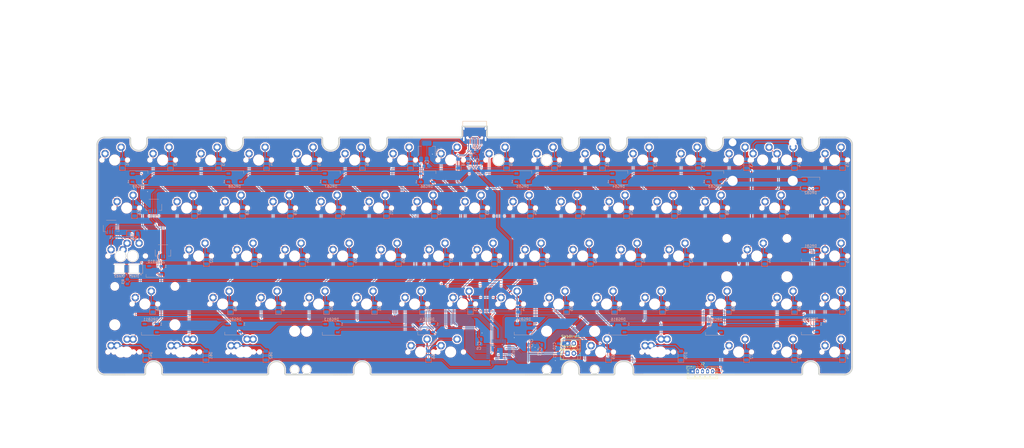
<source format=kicad_pcb>
(kicad_pcb (version 20240706) (generator "pcbnew") (generator_version "8.99")
  (layers (0 "F.Cu" signal) (31 "B.Cu" signal) (34 "B.Paste" user) (35 "F.Paste" user) (36 "B.SilkS" user "B.Silkscreen") (37 "F.SilkS" user "F.Silkscreen") (38 "B.Mask" user) (39 "F.Mask" user) (44 "Edge.Cuts" user) (50 "User.1" signal) (51 "User.2" signal) (52 "User.3" signal) (53 "User.4" signal) (54 "User.5" signal) (55 "User.6" signal) (56 "User.7" signal) (57 "User.8" signal) (58 "User.9" signal))
  (net 0 "")
  (net 1 "GND")
  (net 2 "+3.3V")
  (net 3 "RST")
  (net 4 "Net-(D1-A)")
  (net 5 "R0")
  (net 6 "Net-(D2-A)")
  (net 7 "Net-(D3-A)")
  (net 8 "Net-(D4-A)")
  (net 9 "Net-(D5-A)")
  (net 10 "Net-(D6-A)")
  (net 11 "Net-(D7-A)")
  (net 12 "Net-(D8-A)")
  (net 13 "Net-(D9-A)")
  (net 14 "Net-(D10-A)")
  (net 15 "Net-(D11-A)")
  (net 16 "Net-(D12-A)")
  (net 17 "Net-(D13-A)")
  (net 18 "Net-(D14-A)")
  (net 19 "Net-(D15-A)")
  (net 20 "R1")
  (net 21 "Net-(D16-A)")
  (net 22 "Net-(D17-A)")
  (net 23 "Net-(D18-A)")
  (net 24 "Net-(D19-A)")
  (net 25 "Net-(D20-A)")
  (net 26 "Net-(D21-A)")
  (net 27 "Net-(D22-A)")
  (net 28 "Net-(D23-A)")
  (net 29 "Net-(D24-A)")
  (net 30 "Net-(D25-A)")
  (net 31 "Net-(D26-A)")
  (net 32 "Net-(D27-A)")
  (net 33 "Net-(D28-A)")
  (net 34 "Net-(D29-A)")
  (net 35 "Net-(D30-A)")
  (net 36 "Net-(D31-A)")
  (net 37 "R2")
  (net 38 "Net-(D32-A)")
  (net 39 "Net-(D33-A)")
  (net 40 "Net-(D34-A)")
  (net 41 "Net-(D35-A)")
  (net 42 "Net-(D36-A)")
  (net 43 "Net-(D37-A)")
  (net 44 "Net-(D38-A)")
  (net 45 "Net-(D39-A)")
  (net 46 "Net-(D40-A)")
  (net 47 "Net-(D41-A)")
  (net 48 "Net-(D42-A)")
  (net 49 "Net-(D43-A)")
  (net 50 "Net-(D44-A)")
  (net 51 "Net-(D45-A)")
  (net 52 "R3")
  (net 53 "Net-(D46-A)")
  (net 54 "R4")
  (net 55 "Net-(D47-A)")
  (net 56 "Net-(D48-A)")
  (net 57 "Net-(D49-A)")
  (net 58 "Net-(D50-A)")
  (net 59 "Net-(D51-A)")
  (net 60 "Net-(D52-A)")
  (net 61 "Net-(D53-A)")
  (net 62 "Net-(D54-A)")
  (net 63 "Net-(D55-A)")
  (net 64 "Net-(D56-A)")
  (net 65 "Net-(D57-A)")
  (net 66 "Net-(D58-A)")
  (net 67 "Net-(D59-A)")
  (net 68 "Net-(D60-A)")
  (net 69 "Net-(D61-A)")
  (net 70 "Net-(D62-A)")
  (net 71 "Net-(D66-A)")
  (net 72 "Net-(D69-A)")
  (net 73 "Net-(D70-A)")
  (net 74 "Net-(D72-A)")
  (net 75 "Net-(D73-A)")
  (net 76 "Net-(D74-A)")
  (net 77 "Net-(Dled1-A)")
  (net 78 "Net-(DRGB1-DIN)")
  (net 79 "+5V")
  (net 80 "Net-(DRGB1-DOUT)")
  (net 81 "Net-(DRGB2-DOUT)")
  (net 82 "Net-(DRGB3-DOUT)")
  (net 83 "Net-(DRGB4-DOUT)")
  (net 84 "Net-(DRGB5-DOUT)")
  (net 85 "Net-(DRGB6-DOUT)")
  (net 86 "Net-(DRGB7-DOUT)")
  (net 87 "Net-(DRGB8-DOUT)")
  (net 88 "Net-(DRGB10-DIN)")
  (net 89 "Net-(DRGB10-DOUT)")
  (net 90 "Net-(DRGB11-DOUT)")
  (net 91 "Net-(DRGB12-DOUT)")
  (net 92 "Net-(DRGB13-DOUT)")
  (net 93 "Net-(DRGB14-DOUT)")
  (net 94 "Net-(DRGB15-DOUT)")
  (net 95 "Net-(DRGB16-DOUT)")
  (net 96 "RGB")
  (net 97 "Net-(J1-Pin_2)")
  (net 98 "Net-(J1-Pin_3)")
  (net 99 "DIO")
  (net 100 "CLK")
  (net 101 "Net-(J5-CC1)")
  (net 102 "boot")
  (net 103 "Net-(Ud1-SPI2_NSS{slash}I2S2_WS{slash}I2C1_SDA{slash}TIM17_CH1{slash}PB9)")
  (net 104 "C0")
  (net 105 "C1")
  (net 106 "C2")
  (net 107 "C3")
  (net 108 "C4")
  (net 109 "C5")
  (net 110 "C6")
  (net 111 "C7")
  (net 112 "C8")
  (net 113 "C9")
  (net 114 "C10")
  (net 115 "C11")
  (net 116 "C12")
  (net 117 "C13")
  (net 118 "C14")
  (net 119 "D-")
  (net 120 "D+")
  (footprint "MX_cherry:MXOnly-1U_N" (layer "F.Cu") (at 204.2625 -139.7)
    (property "Reference" "SW12" (hide yes))
    (property "Value" "SW_Push" (hide yes))
  )
  (footprint "MX_cherry:MXOnly-1U_N" (layer "F.Cu") (at 147.1125 -139.7)
    (property "Reference" "SW9" (hide yes))
    (property "Value" "SW_Push" (hide yes))
  )
  (footprint "MX_cherry:MXOnly-1U_N" (layer "F.Cu") (at 242.3625 -63.5)
    (property "Reference" "SW72" (hide yes))
    (property "Value" "SW_Push" (hide yes))
  )
  (footprint "MX_cherry:MXOnly-1U_N" (layer "F.Cu") (at 261.4125 -139.7)
    (property "Reference" "SW14" (hide yes))
    (property "Value" "SW_Push" (hide yes))
  )
  (footprint "MX_cherry:MXOnly-1U_N" (layer "F.Cu") (at 80.4375 -120.65)
    (property "Reference" "SW20" (hide yes))
    (property "Value" "SW_Push" (hide yes))
  )
  (footprint "Connector_JST:JST_EH_B2B-EH-A_1x02_P2.50mm_Vertical" (layer "F.Cu") (at 174.43 -62.97)
    (property "Reference" "SWbôt1")
    (property "Value" "SW_Push")
  )
  (footprint "MX_cherry:MXOnly-1U_N" (layer "F.Cu") (at 118.5375 -120.65)
    (property "Reference" "SW22" (hide yes))
    (property "Value" "SW_Push" (hide yes))
  )
  (footprint "MX_cherry:MXOnly-1U_N" (layer "F.Cu") (at 280.4625 -63.5)
    (property "Reference" "SW74" (hide yes))
    (property "Value" "SW_Push" (hide yes))
  )
  (footprint "MX_cherry:MXOnly-1.25U_N" (layer "F.Cu") (at -2.9065 -63.5)
    (property "Reference" "SW47" (hide yes))
    (property "Value" "SW_Push" (hide yes))
  )
  (footprint "MX_cherry:MXOnly-1U_N" (layer "F.Cu") (at -5.2875 -139.7)
    (property "Reference" "SW1" (hide yes))
    (property "Value" "SW_Push" (hide yes))
  )
  (footprint "MX_cherry:MXOnly-2.25U_N" (layer "F.Cu") (at 251.89 -139.7)
    (property "Reference" "SW1005" (hide yes))
    (property "Value" "SW_Push" (hide yes))
  )
  (footprint "MX_cherry:MXOnly-1U_N" (layer "F.Cu") (at 242.3625 -139.7)
    (property "Reference" "SW43" (hide yes))
    (property "Value" "SW_Push" (hide yes))
  )
  (footprint "MX_cherry:MXOnly-1U_N" (layer "F.Cu") (at 137.5875 -120.65)
    (property "Reference" "SW23" (hide yes))
    (property "Value" "SW_Push" (hide yes))
  )
  (footprint "MX_cherry:MXOnly-1U_N" (layer "F.Cu") (at 261.4125 -82.55)
    (property "Reference" "SW59" (hide yes))
    (property "Value" "SW_Push" (hide yes))
  )
  (footprint "MX_cherry:MXOnly-1.5U_N" (layer "F.Cu") (at -0.5245 -120.65)
    (property "Reference" "SW16" (hide yes))
    (property "Value" "SW_Push" (hide yes))
  )
  (footprint "MX_cherry:MXOnly-1.75U_N" (layer "F.Cu") (at 1.8565 -101.6)
    (property "Reference" "SW31" (hide yes))
    (property "Value" "SW_Push" (hide yes))
  )
  (footprint "MX_cherry:MXOnly-1.25U_N" (layer "F.Cu") (at -2.9065 -101.6)
    (property "Reference" "SW1006" (hide yes))
    (property "Value" "SW_Push" (hide yes))
  )
  (footprint "MX_cherry:MXOnly-1U_N" (layer "F.Cu") (at 94.725 -82.55)
    (property "Reference" "SW51" (hide yes))
    (property "Value" "SW_Push" (hide yes))
  )
  (footprint "MX_cherry:MXOnly-1.5U_N" (layer "F.Cu") (at -0.5245 -63.5)
    (property "Reference" "SW1002" (hide yes))
    (property "Value" "SW_Push" (hide yes))
  )
  (footprint "MX_cherry:MXOnly-1U_N" (layer "F.Cu") (at 209.025 -82.55)
    (property "Reference" "SW57" (hide yes))
    (property "Value" "SW_Push" (hide yes))
  )
  (footprint "MX_cherry:MXOnly-1U_N" (layer "F.Cu") (at 213.7875 -120.65)
    (property "Reference" "SW27" (hide yes))
    (property "Value" "SW_Push" (hide yes))
  )
  (footprint "MX_cherry:MXOnly-7U-ReversedStabilizers_N" (layer "F.Cu") (at 128.0525 -63.495)
    (property "Reference" "SW1001" (hide yes))
    (property "Value" "SW_Push" (hide yes))
  )
  (footprint "E73:USB_C_Receptacle_HRO_TYPE-C-31-M-12" (layer "F.Cu") (at 137.5925 -151.19 180)
    (property "Reference" "J5" (hide yes))
    (property "Value" "USB_C_Receptacle_USB2.0_14P")
  )
  (footprint "MX_cherry:MXOnly-1U_N" (layer "F.Cu") (at 85.2 -101.6)
    (property "Reference" "SW35" (hide yes))
    (property "Value" "SW_Push" (hide yes))
  )
  (footprint "MX_cherry:MXOnly-1U_N" (layer "F.Cu") (at 42.3375 -120.65)
    (property "Reference" "SW18" (hide yes))
    (property "Value" "SW_Push" (hide yes))
  )
  (footprint "MX_cherry:MXOnly-1U_N" (layer "F.Cu") (at 223.3125 -139.7)
    (property "Reference" "SW13" (hide yes))
    (property "Value" "SW_Push" (hide yes))
  )
  (footprint "Connector_JST:JST_EH_B2B-EH-A_1x02_P2.50mm_Vertical" (layer "F.Cu") (at 174.42 -66.89)
    (property "Reference" "SWbôtrst1")
    (property "Value" "SW_Push")
  )
  (footprint "MX_cherry:MXOnly-1U_N" (layer "F.Cu") (at 56.625 -82.55)
    (property "Reference" "SW49" (hide yes))
    (property "Value" "SW_Push" (hide yes))
  )
  (footprint "MX_cherry:MXOnly-1U_N" (layer "F.Cu") (at 47.1 -101.6)
    (property "Reference" "SW33" (hide yes))
    (property "Value" "SW_Push" (hide yes))
  )
  (footprint "MX_cherry:MXOnly-1U_N" (layer "F.Cu") (at 280.4625 -82.55)
    (property "Reference" "SW60" (hide yes))
    (property "Value" "SW_Push" (hide yes))
  )
  (footprint "MX_cherry:MXOnly-1U_N" (layer "F.Cu") (at 166.1625 -139.7)
    (property "Reference" "SW10" (hide yes))
    (property "Value" "SW_Push" (hide yes))
  )
  (footprint "MX_cherry:MXOnly-1U_N" (layer "F.Cu") (at 61.3875 -120.65)
    (property "Reference" "SW19" (hide yes))
    (property "Value" "SW_Push" (hide yes))
  )
  (footprint "MX_cherry:MXOnly-1U_N" (layer "F.Cu") (at 175.6875 -120.65)
    (property "Reference" "SW25" (hide yes))
    (property "Value" "SW_Push" (hide yes))
  )
  (footprint "MX_cherry:MXOnly-1.5U_N" (layer "F.Cu") (at 209.0255 -63.5)
    (property "Reference" "SW1000" (hide yes))
    (property "Value" "SW_Push" (hide yes))
  )
  (footprint "MX_cherry:MXOnly-1U_N" (layer "F.Cu") (at 280.4625 -139.7)
    (property "Reference" "SW15" (hide yes))
    (property "Value" "SW_Push" (hide yes))
  )
  (footprint "MX_cherry:MXOnly-1U_N" (layer "F.Cu") (at 51.8625 -139.7)
    (property "Reference" "SW4" (hide yes))
    (property "Value" "SW_Push" (hide yes))
  )
  (footprint "MX_cherry:MXOnly-1U_N" (layer "F.Cu") (at 142.35 -101.6)
    (property "Reference" "SW38" (hide yes))
    (property "Value" "SW_Push" (hide yes))
  )
  (footprint "MX_cherry:MXOnly-1.25U_N" (layer "F.Cu") (at 44.7185 -63.5)
    (property "Reference" "SW62" (hide yes))
    (property "Value" "SW_Push" (hide yes))
  )
  (footprint "MX_cherry:MXOnly-1U_N" (layer "F.Cu") (at 185.2125 -139.7)
    (property "Reference" "SW11" (hide yes))
    (property "Value" "SW_Push" (hide yes))
  )
  (footprint "MX_cherry:MXOnly-1U_N" (layer "F.Cu") (at 37.575 -82.55)
    (property "Reference" "SW48" (hide yes))
    (property "Value" "SW_Push" (hide yes))
  )
  (footprint "MX_cherry:MXOnly-1U_N" (layer "F.Cu") (at 28.05 -101.6)
    (property "Reference" "SW32" (hide yes))
    (property "Value" "SW_Push" (hide yes))
  )
  (footprint "MX_cherry:MXOnly-1U_N" (layer "F.Cu") (at 23.2875 -120.65)
    (property "Reference" "SW17" (hide yes))
    (property "Value" "SW_Push" (hide yes))
  )
  (footprint "MX_cherry:MXOnly-1.25U_N" (layer "F.Cu") (at 187.5935 -63.5)
    (property "Reference" "SW69" (hide yes))
    (property "Value" "SW_Push" (hide yes))
  )
  (footprint "MX_cherry:MXOnly-1U_N" (layer "F.Cu") (at 180.45 -101.6)
    (property "Reference" "SW40" (hide yes))
    (property "Value" "SW_Push" (hide yes))
  )
  (footprint "MX_cherry:MXOnly-1U_N" (layer "F.Cu") (at 113.775 -82.55)
    (property "Reference" "SW52" (hide yes))
    (property "Value" "SW_Push" (hide yes))
  )
  (footprint "MX_cherry:MXOnly-1U_N" (layer "F.Cu") (at 99.4875 -120.65)
    (property "Reference" "SW21" (hide yes))
    (property "Value" "SW_Push" (hide yes))
  )
  (footprint "MX_cherry:MXOnly-1U_N" (layer "F.Cu") (at 156.6375 -120.65)
    (property "Reference" "SW24" (hide yes))
    (property "Value" "SW_Push" (hide yes))
  )
  (footprint "MX_cherry:MXOnly-1U_N" (layer "F.Cu") (at 13.7625 -139.7)
    (property "Reference" "SW2" (hide yes))
    (property "Value" "SW_Push" (hide yes))
  )
  (footprint "MX_cherry:MXOnly-1U_N" (layer "F.Cu") (at 261.4125 -63.5)
    (property "Reference" "SW73" (hide yes))
    (property "Value" "SW_Push" (hide yes))
  )
  (footprint "MX_cherry:MXOnly-1U_N" (layer "F.Cu") (at 232.8375 -120.65)
    (property "Reference" "SW28" (hide yes))
    (property "Value" "SW_Push" (hide yes))
  )
  (footprint "MX_cherry:MXOnly-1.5U_N" (layer "F.Cu") (at 47.1005 -63.5)
    (property "Reference" "SW1004" (hide yes))
    (property "Value" "SW_Push" (hide yes))
  )
  (footprint "MX_cherry:MXOnly-2.25U_N" (layer "F.Cu") (at 249.5806 -101.6)
    (property "Reference" "SW44" (hide yes))
    (property "Value" "SW_Push" (hide yes))
  )
  (footprint "MX_cherry:MXOnly-1.75U_N" (layer "F.Cu") (at 235.219 -82.55)
    (property "Reference" "SW58" (hide yes))
    (property "Value" "SW_Push" (hide yes))
  )
  (footprint "MX_cherry:MXOnly-1U_N" (layer "F.Cu") (at 151.875 -82.55)
    (property "Reference" "SW54" (hide yes))
    (property "Value" "SW_Push" (hide yes))
  )
  (footprint "MX_cherry:MXOnly-1.5U_N" (layer "F.Cu") (at 256.6505 -120.65)
    (property "Reference" "SW29" (hide yes))
    (property "Value" "SW_Push" (hide yes))
  )
  (footprint "MX_cherry:MXOnly-1U_N" (layer "F.Cu") (at 170.925 -82.55)
    (property "Reference" "SW55" (hide yes))
    (property "Value" "SW_Push" (hide yes))
  )
  (footprint "MX_cherry:MXOnly-1U_N" (layer "F.Cu") (at 132.825 -82.55)
    (property "Reference" "SW53" (hide yes))
    (property "Value" "SW_Push" (hide yes))
  )
  (footprint "MX_cherry:MXOnly-1.25U_N" (layer "F.Cu") (at 20.906 -63.5)
    (property "Reference" "SW61" (hide yes))
    (property "Value" "SW_Push" (hide yes))
  )
  (footprint "MX_cherry:MXOnly-6.25U-FLIPPED-ReversedStabilizers_N" (layer "F.Cu") (at 116.156 -63.5)
    (property "Reference" "SW66" (hide yes))
    (property "Value" "SW_Push" (hide yes))
  )
  (footprint "MX_cherry:MXOnly-1U_N" (layer "F.Cu") (at 104.25 -101.6)
    (property "Reference" "SW36" (hide yes))
    (property "Value" "SW_Push" (hide yes))
  )
  (footprint "Connector_JST:JST_PH_B5B-PH-K_1x05_P2.00mm_Vertical" (layer "F.Cu") (at 224.01 -55.83)
    (property "Reference" "J2")
    (property "Value" "Conn_01x05_Socket")
  )
  (footprint "MX_cherry:MXOnly-1U_N" (layer "F.Cu") (at 109.0125 -139.7)
    (property "Reference" "SW7" (hide yes))
    (property "Value" "SW_Push" (hide yes))
  )
  (footprint "MX_cherry:MXOnly-2.25U_N" (layer "F.Cu") (at 6.6931 -82.55)
    (property "Reference" "SW46" (hide yes))
    (property "Value" "SW_Push" (hide yes))
  )
  (footprint "MX_cherry:MXOnly-1U_N" (layer "F.Cu") (at 70.9125 -139.7)
    (property "Reference" "SW5" (hide yes))
    (property "Value" "SW_Push" (hide yes))
  )
  (footprint "MX_cherry:MXOnly-1U_N" (layer "F.Cu") (at 89.9625 -139.7)
    (property "Reference" "SW6" (hide yes))
    (property "Value" "SW_Push" (hide yes))
  )
  (footprint "MX_cherry:MXOnly-1U_N" (layer "F.Cu") (at 32.8125 -139.7)
    (property "Reference" "SW3" (hide yes))
    (property "Value" "SW_Push" (hide yes))
  )
  (footprint "MX_cherry:MXOnly-1U_N" (layer "F.Cu") (at 23.2875 -63.5)
    (property "Reference" "SW1003" (hide yes))
    (property "Value" "SW_Push" (hide yes))
  )
  (footprint "MX_cherry:MXOnly-1U_N" (layer "F.Cu") (at 280.4625 -120.65)
    (property "Reference" "SW30" (hide yes))
    (property "Value" "SW_Push" (hide yes))
  )
  (footprint "MX_cherry:MXOnly-1U_N" (layer "F.Cu") (at 194.7375 -120.65)
    (property "Reference" "SW26" (hide yes))
    (property "Value" "SW_Push" (hide yes))
  )
  (footprint "MX_cherry:MXOnly-1U_N" (layer "F.Cu") (at 280.4625 -101.6)
    (property "Reference" "SW45" (hide yes))
    (property "Value" "SW_Push" (hide yes))
  )
  (footprint "MX_cherry:MXOnly-1U_N" (layer "F.Cu") (at 128.0625 -139.7)
    (property "Reference" "SW8" (hide yes))
    (property "Value" "SW_Push" (hide yes))
  )
  (footprint "MX_cherry:MXOnly-1U_N" (layer "F.Cu") (at 123.3 -101.6)
    (property "Reference" "SW37" (hide yes))
    (property "Value" "SW_Push" (hide yes))
  )
  (footprint "MX_cherry:MXOnly-1U_N" (layer "F.Cu") (at 75.675 -82.55)
    (property "Reference" "SW50" (hide yes))
    (property "Value" "SW_Push" (hide yes))
  )
  (footprint "MX_cherry:MXOnly-1U_N" (layer "F.Cu") (at 161.4 -101.6)
    (property "Reference" "SW39" (hide yes))
    (property "Value" "SW_Push" (hide yes))
  )
  (footprint "MX_cherry:MXOnly-1.25U_N" (layer "F.Cu") (at 211.406 -63.5)
    (property "Reference" "SW70" (hide yes))
    (property "Value" "SW_Push" (hide yes))
  )
  (footprint "MX_cherry:MXOnly-1U_N" (layer "F.Cu") (at 199.5 -101.6)
    (property "Reference" "SW41" (hide yes))
    (property "Value" "SW_Push" (hide yes))
  )
  (footprint "MX_cherry:MXOnly-1U_N" (layer "F.Cu") (at 66.15 -101.6)
    (property "Reference" "SW34" (hide yes))
    (property "Value" "SW_Push" (hide yes))
  )
  (footprint "MX_cherry:MXOnly-1U_N" (layer "F.Cu") (at 218.55 -101.6)
    (property "Reference" "SW42" (hide yes))
    (property "Value" "SW_Push" (hide yes))
  )
  (footprint "MX_cherry:MXOnly-1U_N" (layer "F.Cu") (at 189.975 -82.55)
    (property "Reference" "SW56" (hide yes))
    (property "Value" "SW_Push" (hide yes))
  )
  (footprint "Diode_SMD:D_MiniMELF" (layer "B.Cu") (at 140.67 -119.24 90)
    (property "Reference" "D23")
    (property "Value" "D_Small")
  )
  (footprint "Diode_SMD:D_MiniMELF" (layer "B.Cu") (at 112.095 -138.29 90)
    (property "Reference" "D7")
    (property "Value" "D_Small")
  )
  (footprint "Diode_SMD:D_MiniMELF" (layer "B.Cu") (at 169.245 -138.29 90)
    (property "Reference" "D10")
    (property "Value" "D_Small")
  )
  (footprint "LED_SMD:LED_WS2812B_PLCC4_5.0x5.0mm_P3.2mm" (layer "B.Cu") (at 270.94 -130.16)
    (property "Reference" "DRGB2")
    (property "Value" "WS2812B")
  )
  (footprint "Capacitor_SMD:C_0805_2012Metric" (layer "B.Cu") (at 134.86 -139.46 -90)
    (property "Reference" "C6")
    (property "Value" "4.7uF")
  )
  (footprint "Diode_SMD:D_MiniMELF" (layer "B.Cu") (at 202.5825 -100.19 90)
    (property "Reference" "D41")
    (property "Value" "D_Small")
  )
  (footprint "Diode_SMD:D_MiniMELF" (layer "B.Cu") (at 207.345 -138.29 90)
    (property "Reference" "D12")
    (property "Value" "D_Small")
  )
  (footprint "Diode_SMD:D_MiniMELF" (layer "B.Cu") (at 150.195 -138.29 90)
    (property "Reference" "D9")
    (property "Value" "D_Small")
  )
  (footprint "Diode_SMD:D_MiniMELF" (layer "B.Cu") (at 50.1825 -100.19 90)
    (property "Reference" "D33")
    (property "Value" "D_Small")
  )
  (footprint "Package_TO_SOT_SMD:SOT-23-6" (layer "B.Cu") (at 137.59 -139.45 -90)
    (property "Reference" "U3")
    (property "Value" "USBLC6-2SC6")
  )
  (footprint "Diode_SMD:D_MiniMELF" (layer "B.Cu") (at 45.42 -119.24 90)
    (property "Reference" "D18")
    (property "Value" "D_Small")
  )
  (footprint "Connector_JST:JST_SH_SM04B-SRSS-TB_1x04-1MP_P1.00mm_Horizontal" (layer "B.Cu") (at 10.2425 -121.47)
    (property "Reference" "J4")
    (property "Value" "Conn_01x04_Pin")
  )
  (footprint "Diode_SMD:D_MiniMELF" (layer "B.Cu") (at 283.545 -138.29 90)
    (property "Reference" "D15")
    (property "Value" "D_Small")
  )
  (footprint "Diode_SMD:D_MiniMELF" (layer "B.Cu") (at 216.87 -119.24 90)
    (property "Reference" "D27")
    (property "Value" "D_Small")
  )
  (footprint "Diode_SMD:D_MiniMELF" (layer "B.Cu") (at 174.0075 -81.14 90)
    (property "Reference" "D55")
    (property "Value" "D_Small")
  )
  (footprint "Capacitor_SMD:C_0805_2012Metric" (layer "B.Cu") (at 139.24 -68.58)
    (property "Reference" "C1")
    (property "Value" "100nF")
  )
  (footprint "Diode_SMD:D_MiniMELF" (layer "B.Cu") (at 264.495 -81.14 90)
    (property "Reference" "D59")
    (property "Value" "D_Small")
  )
  (footprint "LED_SMD:LED_WS2812B_PLCC4_5.0x5.0mm_P3.2mm" (layer "B.Cu") (at 232.78 -132.71)
    (property "Reference" "DRGB3")
    (property "Value" "WS2812B")
  )
  (footprint "keyboard:LED-6028" (layer "B.Cu") (at 2.3539 -101.59 180)
    (property "Reference" "Dled1")
    (property "Value" "LED")
    (fp_line (start 1.9 -6.78) (end 1.9 -3.38) (stroke (width 0.15)) (layer "Edge.Cuts"))
    (fp_line (start -1.9 -3.38) (end 1.9 -3.38) (stroke (width 0.15)) (layer "Edge.Cuts"))
    (fp_line (start -1.9 -6.78) (end 1.9 -6.78) (stroke (width 0.15)) (layer "Edge.Cuts"))
    (fp_line (start -1.9 -6.78) (end -1.9 -3.38) (stroke (width 0.15)) (layer "Edge.Cuts"))
  )
  (footprint "Diode_SMD:D_MiniMELF" (layer "B.Cu") (at 93.045 -138.29 90)
    (property "Reference" "D6")
    (property "Value" "D_Small")
  )
  (footprint "Diode_SMD:D_MiniMELF" (layer "B.Cu") (at 31.1325 -100.19 90)
    (property "Reference" "D32")
    (property "Value" "D_Small")
  )
  (footprint "Diode_SMD:D_MiniMELF" (layer "B.Cu") (at 40.6575 -81.14 90)
    (property "Reference" "D48")
    (property "Value" "D_Small")
  )
  (footprint "Diode_SMD:D_MiniMELF" (layer "B.Cu") (at 121.62 -119.24 90)
    (property "Reference" "D22")
    (property "Value" "D_Small")
  )
  (footprint "LED_SMD:LED_WS2812B_PLCC4_5.0x5.0mm_P3.2mm" (layer "B.Cu") (at 118.69 -73.02 180)
    (property "Reference" "DRGB14")
    (property "Value" "WS2812B")
  )
  (footprint "Diode_SMD:D_MiniMELF" (layer "B.Cu") (at 59.7075 -81.14 90)
    (property "Reference" "D49")
    (property "Value" "D_Small")
  )
  (footprint "Diode_SMD:D_MiniMELF" (layer "B.Cu") (at 159.72 -119.24 90)
    (property "Reference" "D24")
    (property "Value" "D_Small")
  )
  (footprint "Diode_SMD:D_MiniMELF" (layer "B.Cu") (at 2.558 -119.24 90)
    (property "Reference" "D16")
    (property "Value" "D_Small")
  )
  (footprint "Diode_SMD:D_MiniMELF" (layer "B.Cu") (at 88.2825 -100.19 90)
    (property "Reference" "D35")
    (property "Value" "D_Small")
  )
  (footprint "LED_SMD:LED_WS2812B_PLCC4_5.0x5.0mm_P3.2mm" (layer "B.Cu") (at 194.56 -72.98 180)
    (property "Reference" "DRGB16")
    (property "Value" "WS2812B")
  )
  (footprint "LED_SMD:LED_WS2812B_PLCC4_5.0x5.0mm_P3.2mm" (layer "B.Cu") (at 232.85 -72.93 180)
    (property "Reference" "DRGB17")
    (property "Value" "WS2812B")
  )
  (footprint "Diode_SMD:D_MiniMELF" (layer "B.Cu") (at 283.545 -62.09 90)
    (property "Reference" "D74")
    (property "Value" "D_Small")
  )
  (footprint "Diode_SMD:D_MiniMELF" (layer "B.Cu") (at 164.4825 -100.19 90)
    (property "Reference" "D39")
    (property "Value" "D_Small")
  )
  (footprint "keyboard:LED-6028" (layer "B.Cu") (at -3.4061 -101.6 180)
    (property "Reference" "Dled2")
    (property "Value" "LED")
    (fp_line (start 1.9 -6.78) (end 1.9 -3.38) (stroke (width 0.15)) (layer "Edge.Cuts"))
    (fp_line (start -1.9 -3.38) (end 1.9 -3.38) (stroke (width 0.15)) (layer "Edge.Cuts"))
    (fp_line (start -1.9 -6.78) (end 1.9 -6.78) (stroke (width 0.15)) (layer "Edge.Cuts"))
    (fp_line (start -1.9 -6.78) (end -1.9 -3.38) (stroke (width 0.15)) (layer "Edge.Cuts"))
  )
  (footprint "Resistor_SMD:R_0805_2012Metric" (layer "B.Cu") (at 170.92 -62.0075 -90)
    (property "Reference" "R1")
    (property "Value" "R_Small")
  )
  (footprint "Capacitor_SMD:C_0805_2012Metric" (layer "B.Cu") (at 163.29 -66.3111)
    (property "Reference" "C4")
    (property "Value" "4.7uF")
  )
  (footprint "Diode_SMD:D_MiniMELF" (layer "B.Cu") (at 154.9575 -81.14 90)
    (property "Reference" "D54")
    (property "Value" "D_Small")
  )
  (footprint "Diode_SMD:D_MiniMELF" (layer "B.Cu") (at 7.08 -62.08 90)
    (property "Reference" "D47")
    (property "Value" "D_Small")
  )
  (footprint "Diode_SMD:D_MiniMELF" (layer "B.Cu") (at 2.1 -110.45)
    (property "Reference" "D31")
    (property "Value" "D_Small")
  )
  (footprint "Diode_SMD:D_MiniMELF" (layer "B.Cu") (at 283.545 -119.24 90)
    (property "Reference" "D30")
    (property "Value" "D_Small")
  )
  (footprint "Diode_SMD:D_MiniMELF" (layer "B.Cu") (at 188.295 -138.29 90)
    (property "Reference" "D11")
    (property "Value" "D_Small")
  )
  (footprint "Diode_SMD:D_MiniMELF" (layer "B.Cu") (at 83.52 -119.24 90)
    (property "Reference" "D20")
    (property "Value" "D_Small")
  )
  (footprint "Diode_SMD:D_MiniMELF" (layer "B.Cu") (at 54.945 -138.29 90)
    (property "Reference" "D4")
    (property "Value" "D_Small")
  )
  (footprint "Diode_SMD:D_MiniMELF" (layer "B.Cu") (at 145.4325 -100.19 90)
    (property "Reference" "D38")
    (property "Value" "D_Small")
  )
  (footprint "LED_SMD:LED_WS2812B_PLCC4_5.0x5.0mm_P3.2mm" (layer "B.Cu") (at 156.61 -132.71)
    (property "Reference" "DRGB5")
    (property "Value" "WS2812B")
  )
  (footprint "Diode_SMD:D_MiniMELF" (layer "B.Cu") (at 264.495 -138.29 90)
    (property "Reference" "D14")
    (property "Value" "D_Small")
  )
  (footprint "Diode_SMD:D_MiniMELF" (layer "B.Cu") (at 283.545 -81.14 90)
    (property "Reference" "D60")
    (property "Value" "D_Small")
  )
  (footprint "Capacitor_SMD:C_0805_2012Metric" (layer "B.Cu") (at 163.29 -64.35)
    (property "Reference" "C3")
    (property "Value" "100nF")
  )
  (footprint "Diode_SMD:D_MiniMELF" (layer "B.Cu") (at 212.1075 -81.14 90)
    (property "Reference" "D57")
    (property "Value" "D_Small")
  )
  (footprint "Diode_SMD:D_MiniMELF" (layer "B.Cu") (at 183.5325 -100.19 90)
    (property "Reference" "D40")
    (property "Value" "D_Small")
  )
  (footprint "Diode_SMD:D_MiniMELF" (layer "B.Cu") (at 116.8575 -81.14 90)
    (property "Reference" "D52")
    (property "Value" "D_Small")
  )
  (footprint "Diode_SMD:D_MiniMELF" (layer "B.Cu") (at 126.3825 -100.19 90)
    (property "Reference" "D37")
    (property "Value" "D_Small")
  )
  (footprint "Diode_SMD:D_MiniMELF" (layer "B.Cu") (at 107.3325 -100.19 90)
    (property "Reference" "D36")
    (property "Value" "D_Small")
  )
  (footprint "Package_TO_SOT_SMD:SOT-223-3_TabPin2" (layer "B.Cu") (at 118.5925 -143.19 90)
    (property "Reference" "U2")
    (property "Value" "AMS1117")
  )
  (footprint "LED_SMD:LED_WS2812B_PLCC4_5.0x5.0mm_P3.2mm" (layer "B.Cu") (at 4.27 -132.7)
    (property "Reference" "DRGB9")
    (property "Value" "WS2812B")
  )
  (footprint "Diode_SMD:D_MiniMELF" (layer "B.Cu") (at 78.7575 -81.14 90)
    (property "Reference" "D50")
    (property "Value" "D_Small")
  )
  (footprint "LED_SMD:LED_WS2812B_PLCC4_5.0x5.0mm_P3.2mm" (layer "B.Cu") (at 9 -72.97 180)
    (property "Reference" "DRGB11")
    (property "Value" "WS2812B")
  )
  (footprint "LED_SMD:LED_WS2812B_PLCC4_5.0x5.0mm_P3.2mm" (layer "B.Cu") (at 270.92 -102.1 180)
    (property "Reference" "DRGB1")
    (property "Value" "WS2812B")
  )
  (footprint "Capacitor_SMD:C_0805_2012Metric" (layer "B.Cu") (at 159.8787 -64.3411 180)
    (property "Reference" "C9")
    (property "Value" "4.7uF")
  )
  (footprint "LED_SMD:LED_WS2812B_PLCC4_5.0x5.0mm_P3.2mm" (layer "B.Cu") (at 194.74 -132.69)
    (property "Reference" "DRGB4")
    (property "Value" "WS2812B")
  )
  (footprint "Connector_JST:JST_SH_SM04B-SRSS-TB_1x04-1MP_P1.00mm_Horizontal" (layer "B.Cu") (at 13.8925 -103.37)
    (property "Reference" "J3")
    (property "Value" "Conn_01x04_Pin")
  )
  (footprint "E73:USB_C_Receptacle_HRO_TYPE-C-31-M-12" (layer "B.Cu") (at 137.5925 -151.19)
    (property "Reference" "J6" (hide yes))
    (property "Value" "USB_C_Receptacle_USB2.0_14P")
  )
  (footprint "Diode_SMD:D_MiniMELF" (layer "B.Cu") (at 131.145 -138.29 90)
    (property "Reference" "D8")
    (property "Value" "D_Small")
  )
  (footprint "Package_QFP:LQFP-48_7x7mm_P0.5mm" (layer "B.Cu") (at 147.11 -63.64 90)
    (property "Reference" "Ud1")
    (property "Value" "STM32F072-LQFP48")
  )
  (footprint "LED_SMD:LED_WS2812B_PLCC4_5.0x5.0mm_P3.2mm" (layer "B.Cu") (at 80.8 -72.94 180)
    (property "Reference" "DRGB13")
    (property "Value" "WS2812B")
  )
  (footprint "Diode_SMD:D_MiniMELF" (layer "B.Cu") (at 119.2385 -62.09 90)
    (property "Reference" "D66")
    (property "Value" "D_Small")
  )
  (footprint "Diode_SMD:D_MiniMELF" (layer "B.Cu") (at 245.445 -62.09 90)
    (property "Reference" "D72")
    (property "Value" "D_Small")
  )
  (footprint "LED_SMD:LED_WS2812B_PLCC4_5.0x5.0mm_P3.2mm" (layer "B.Cu") (at 270.93 -73.04 180)
    (property "Reference" "DRGB20")
    (property "Value" "WS2812B")
  )
  (footprint "LED_SMD:LED_WS2812B_PLCC4_5.0x5.0mm_P3.2mm" (layer "B.Cu") (at 156.96 -73.02 180)
    (property "Reference" "DRGB15")
    (property "Value" "WS2812B")
  )
  (footprint "Diode_SMD:D_MiniMELF" (layer "B.Cu") (at 135.9075 -81.14 90)
    (property "Reference" "D53")
    (property "Value" "D_Small")
  )
  (footprint "Diode_SMD:D_MiniMELF" (layer "B.Cu") (at 102.57 -119.24 90)
    (property "Reference" "D21")
    (property "Value" "D_Small")
  )
  (footprint "Diode_SMD:D_MiniMELF" (layer "B.Cu") (at 264.495 -62.09 90)
    (property "Reference" "D73")
    (property "Value" "D_Small")
  )
  (footprint "Diode_SMD:D_MiniMELF" (layer "B.Cu") (at 35.895 -138.29 90)
    (property "Reference" "D3")
    (property "Value" "D_Small")
  )
  (footprint "Capacitor_SMD:C_0805_2012Metric" (layer "B.Cu") (at 170.92 -65.89 -90)
    (property "Reference" "C10")
    (property "Value" "4.7uF")
  )
  (footprint "Resistor_SMD:R_0805_2012Metric" (layer "B.Cu") (at -0.27 -91.4275 -90)
    (property "Reference" "R3")
    (property "Value" "R_Small")
  )
  (footprint "Diode_SMD:D_MiniMELF" (layer "B.Cu") (at 221.6325 -100.19 90)
    (property "Reference" "D42")
    (property "Value" "D_Small")
  )
  (footprint "Diode_SMD:D_MiniMELF" (layer "B.Cu") (at 283.545 -100.19 90)
    (property "Reference" "D45")
    (property "Value" "D_Small")
  )
  (footprint "Capacitor_SMD:C_0805_2012Metric" (layer "B.Cu") (at 118.57 -137.24 180)
    (property "Reference" "C2")
    (property "Value" "4.7uF")
  )
  (footprint "Diode_SMD:D_MiniMELF" (layer "B.Cu") (at 219.41 -62.09 90)
    (property "Reference" "D70")
    (property "Value" "D_Small")
  )
  (footprint "LED_SMD:LED_WS2812B_PLCC4_5.0x5.0mm_P3.2mm" (layer "B.Cu") (at 42.02 -73.02 180)
    (property "Reference" "DRGB12")
    (property "Value" "WS2812B")
  )
  (footprint "Diode_SMD:D_MiniMELF" (layer "B.Cu") (at 238.3015 -81.14 90)
    (property "Reference" "D58")
    (property "Value" "D_Small")
  )
  (footprint "Capacitor_SMD:C_0805_2012Metric" (layer "B.Cu") (at 139.24 -66.62)
    (property "Reference" "C5")
    (property "Value" "100nF")
  )
  (footprint "Capacitor_SMD:C_0805_2012Metric" (layer "B.Cu") (at 140.33 -139.51 -90)
    (property "Reference" "C7")
    (property "Value" "100nF")
  )
  (footprint "Diode_SMD:D_MiniMELF" (layer "B.Cu") (at 226.395 -138.29 90)
    (property "Reference" "D13")
    (property "Value" "D_Small")
  )
  (footprint "Diode_SMD:D_MiniMELF" (layer "B.Cu") (at 54.705 -62.08 90)
    (property "Reference" "D62")
    (property "Value" "D_Small")
  )
  (footprint "LED_SMD:LED_WS2812B_PLCC4_5.0x5.0mm_P3.2mm" (layer "B.Cu") (at 80.55 -132.7)
    (property "Reference" "DRGB7")
    (property "Value" "WS2812B")
  )
  (footprint "LED_SMD:LED_WS2812B_PLCC4_5.0x5.0mm_P3.2mm" (layer "B.Cu") (at 10.81 -95.93 180)
    (property "Reference" "DRGB10")
    (property "Value" "WS2812B")
  )
  (footprint "Diode_SMD:D_MiniMELF" (layer "B.Cu") (at 26.37 -119.24 90)
    (property "Reference" "D17")
    (property "Value" "D_Small")
  )
  (footprint "Resistor_SMD:R_0805_2012Metric" (layer "B.Cu") (at 137.7925 -143.25 180)
    (property "Reference" "R2")
    (property "Value" "R")
  )
  (footprint "Diode_SMD:D_MiniMELF" (layer "B.Cu") (at 190.676 -62.09 90)
    (property "Reference" "D69")
    (property "Value" "D_Small")
  )
  (footprint "Diode_SMD:D_MiniMELF" (layer "B.Cu") (at 235.92 -119.24 90)
    (property "Reference" "D28")
    (property "Value" "D_Small")
  )
  (footprint "Diode_SMD:D_MiniMELF" (layer "B.Cu") (at 16.845 -138.29 90)
    (property "Reference" "D2")
    (property "Value" "D_Small")
  )
  (footprint "Diode_SMD:D_MiniMELF" (layer "B.Cu") (at 193.0575 -81.14 90)
    (property "Reference" "D56")
    (property "Value" "D_Small")
  )
  (footprint "Diode_SMD:D_MiniMELF" (layer "B.Cu") (at 197.82 -119.24 90)
    (property "Reference" "D26")
    (property "Value" "D_Small")
  )
  (footprint "Diode_SMD:D_MiniMELF" (layer "B.Cu") (at 30.8925 -62.08 90)
    (property "Reference" "D61")
    (property "Value" "D_Small")
  )
  (footprint "Capacitor_SMD:C_0805_2012Metric" (layer "B.Cu") (at 159.88 -66.3122 180)
    (property "Reference" "C8")
    (property "Value" "4.7uF")
  )
  (footprint "Diode_SMD:D_MiniMELF" (layer "B.Cu") (at -2.205 -138.29 90)
    (property "Reference" "D1")
    (property "Value" "D_Small")
  )
  (footprint "LED_SMD:LED_WS2812B_PLCC4_5.0x5.0mm_P3.2mm" (layer "B.Cu") (at 42.32 -132.69)
    (property "Reference" "DRGB8")
    (property "Value" "WS2812B")
  )
  (footprint "Diode_SMD:D_MiniMELF" (layer "B.Cu") (at 64.47 -119.24 90)
    (property "Reference" "D19")
    (property "Value" "D_Small")
  )
  (footprint "Diode_SMD:D_MiniMELF" (layer "B.Cu") (at 9.7756 -81.14 90)
    (property "Reference" "D46")
    (property "Value" "D_Small")
  )
  (footprint "Diode_SMD:D_MiniMELF" (layer "B.Cu") (at 97.8075 -81.14 90)
    (property "Reference" "D51")
    (property "Value" "D_Small")
  )
  (footprint "Diode_SMD:D_MiniMELF" (layer "B.Cu") (at 178.77 -119.24 90)
    (property "Reference" "D25")
    (property "Value" "D_Small")
  )
  (footprint "Diode_SMD:D_MiniMELF" (layer "B.Cu") (at 252.6631 -100.19 90)
    (property "Reference" "D44")
    (property "Value" "D_Small")
  )
  (footprint "Diode_SMD:D_MiniMELF" (layer "B.Cu") (at 73.995 -138.29 90)
    (property "Reference" "D5")
    (property "Value" "D_Small")
  )
  (footprint "Connector_JST:JST_SH_SM04B-SRSS-TB_1x04-1MP_P1.00mm_Horizontal" (layer "B.Cu") (at -6.6575 -113.11)
    (property "Reference" "J1")
    (property "Value" "Conn_01x04_Pin")
  )
  (footprint "Diode_SMD:D_MiniMELF" (layer "B.Cu") (at 259.733 -119.24 90)
    (property "Reference" "D29")
    (property "Value" "D_Small")
  )
  (footprint "LED_SMD:LED_WS2812B_PLCC4_5.0x5.0mm_P3.2mm" (layer "B.Cu") (at 118.57 -132.66)
    (property "Reference" "DRGB6")
    (property "Value" "WS2812B")
  )
  (footprint "Diode_SMD:D_MiniMELF" (layer "B.Cu") (at 245.445 -138.29 90)
    (property "Reference" "D43")
    (property "Value" "D_Small")
  )
  (footprint "Diode_SMD:D_MiniMELF" (layer "B.Cu") (at 69.2325 -100.19 90)
    (property "Reference" "D34")
    (property "Value" "D_Small")
  )
  (gr_line (start 162.92935 -54.480348) (end 171.93773 -54.480348) (stroke (width 0.5)) (layer "Edge.Cuts"))
  (gr_line (start 50.69104 -148.720246) (end 46.087065 -148.720233) (stroke (width 0.5)) (layer "Edge.Cuts"))
  (gr_line (start 55.01104 -148.720246) (end 54.291042 -148.720246) (stroke (width 0.5)) (layer "Edge.Cuts"))
  (gr_line (start 274.185855 -148.218928) (end 274.185855 -146.698998) (stroke (width 0.5)) (layer "Edge.Cuts"))
  (gr_circle (center -2.9061 -101.6) (end -0.9122 -101.6) (stroke (width 0.5)) (fill none) (layer "Edge.Cuts"))
  (gr_line (start 12.44104 -148.720246) (end 7.97891 -148.720246) (stroke (width 0.5)) (layer "Edge.Cuts"))
  (gr_line (start 76.686065 -148.720246) (end 55.731101 -148.720246) (stroke (width 0.5)) (layer "Edge.Cuts"))
  (gr_line (start 210.23104 -148.720246) (end 209.511042 -148.720246) (stroke (width 0.5)) (layer "Edge.Cuts"))
  (gr_line (start -9.288135 -54.480348) (end -6.36065 -54.480348) (stroke (width 0.5)) (layer "Edge.Cuts"))
  (gr_line (start 16.04104 -148.720246) (end 15.321042 -148.720246) (stroke (width 0.5)) (layer "Edge.Cuts"))
  (gr_arc (start 6.94005 -54.980328) (mid 6.793608 -54.626785) (end 6.440065 -54.480348) (stroke (width 0.5)) (layer "Edge.Cuts"))
  (gr_arc (start 102.737297 -146.700078) (mid 99.487297 -143.450079) (end 96.237297 -146.700078) (stroke (width 0.5)) (layer "Edge.Cuts"))
  (gr_line (start 151.07104 -148.720246) (end 150.351042 -148.720246) (stroke (width 0.5)) (layer "Edge.Cuts"))
  (gr_arc (start 287.46306 -57.480328) (mid 286.58762 -55.362254) (end 284.47223 -54.480348) (stroke (width 0.5)) (layer "Edge.Cuts"))
  (gr_arc (start 45.58706 -146.700088) (mid 42.333236 -143.450085) (end 39.08706 -146.707726) (stroke (width 0.5)) (layer "Edge.Cuts"))
  (gr_line (start 13.16104 -148.720246) (end 12.441042 -148.720246) (stroke (width 0.5)) (layer "Edge.Cuts"))
  (gr_line (start 85.35435 -54.480348) (end 86.07435 -54.480348) (stroke (width 0.5)) (layer "Edge.Cuts"))
  (gr_line (start 142.587043 -153.04) (end 132.587043 -153.04) (stroke (width 0.5)) (layer "Edge.Cuts"))
  (gr_arc (start 45.58706 -148.220228) (mid 45.733508 -148.573785) (end 46.087065 -148.720233) (stroke (width 0.5)) (layer "Edge.Cuts"))
  (gr_line (start 157.88935 -54.480348) (end 158.60935 -54.480348) (stroke (width 0.5)) (layer "Edge.Cuts"))
  (gr_arc (start 7.4857 -146.700088) (mid 4.231876 -143.450085) (end 0.9857 -146.707726) (stroke (width 0.5)) (layer "Edge.Cuts"))
  (gr_line (start 142.587034 -149.227462) (end 142.587043 -153.04) (stroke (width 0.5)) (layer "Edge.Cuts"))
  (gr_arc (start 197.9865 -148.220228) (mid 198.13058 -148.571366) (end 198.47971 -148.720246) (stroke (width 0.5)) (layer "Edge.Cuts"))
  (gr_line (start 0.485665 -148.720246) (end -9.288135 -148.720231) (stroke (width 0.5)) (layer "Edge.Cuts"))
  (gr_line (start 158.60935 -54.480348) (end 159.32935 -54.480348) (stroke (width 0.5)) (layer "Edge.Cuts"))
  (gr_line (start 208.79104 -148.720246) (end 208.071042 -148.720246) (stroke (width 0.5)) (layer "Edge.Cuts"))
  (gr_line (start 197.9865 -148.220228) (end 197.9865 -146.700128) (stroke (width 0.5)) (layer "Edge.Cuts"))
  (gr_line (start -2.76065 -54.480348) (end -2.04065 -54.480348) (stroke (width 0.5)) (layer "Edge.Cuts"))
  (gr_line (start -6.36065 -54.480348) (end -5.64065 -54.480348) (stroke (width 0.5)) (layer "Edge.Cuts"))
  (gr_line (start 84.63435 -54.480348) (end 85.35435 -54.480348) (stroke (width 0.5)) (layer "Edge.Cuts"))
  (gr_line (start 55.75588 -54.980328) (end 55.75588 -56.499991) (stroke (width 0.5)) (layer "Edge.Cuts"))
  (gr_line (start 172.43773 -54.980328) (end 172.43773 -56.500128) (stroke (width 0.5)) (layer "Edge.Cuts"))
  (gr_arc (start 62.755865 -54.480348) (mid 62.402319 -54.626796) (end 62.25588 -54.980348) (stroke (width 0.5)) (layer "Edge.Cuts"))
  (gr_line (start 53.57104 -148.720246) (end 52.851042 -148.720246) (stroke (width 0.5)) (layer "Edge.Cuts"))
  (gr_line (start 274.188538 -54.966025) (end 274.205606 -54.836629) (stroke (width 0.5)) (layer "Edge.Cuts"))
  (gr_arc (start 284.465555 -148.718917) (mid 286.585262 -147.839357) (end 287.46306 -145.718918) (stroke (width 0.5)) (layer "Edge.Cuts"))
  (gr_arc (start 236.08786 -146.700128) (mid 232.834066 -143.450135) (end 229.58786 -146.707726) (stroke (width 0.5)) (layer "Edge.Cuts"))
  (gr_line (start 112.73104 -148.720246) (end 112.011101 -148.720246) (stroke (width 0.5)) (layer "Edge.Cuts"))
  (gr_line (start 274.335028 -54.612513) (end 274.438569 -54.533053) (stroke (width 0.5)) (layer "Edge.Cuts"))
  (gr_arc (start 236.08786 -148.220128) (mid 236.234318 -148.573653) (end 236.587875 -148.720093) (stroke (width 0.5)) (layer "Edge.Cuts"))
  (gr_line (start 172.43762 -146.707726) (end 172.43762 -148.220246) (stroke (width 0.5)) (layer "Edge.Cuts"))
  (gr_arc (start 89.688649 -56.499991) (mid 92.938649 -59.749991) (end 96.188649 -56.499991) (stroke (width 0.5)) (layer "Edge.Cuts"))
  (gr_line (start 161.48935 -54.480348) (end 162.20935 -54.480348) (stroke (width 0.5)) (layer "Edge.Cuts"))
  (gr_circle (center 185.21266 -56.51468) (end 186.73666 -56.51468) (stroke (width 0.5)) (fill none) (layer "Edge.Cuts"))
  (gr_line (start -2.04065 -54.480348) (end -1.320563 -54.480348) (stroke (width 0.5)) (layer "Edge.Cuts"))
  (gr_line (start 13.88104 -148.720246) (end 13.161042 -148.720246) (stroke (width 0.5)) (layer "Edge.Cuts"))
  (gr_line (start 112.01104 -148.720246) (end 111.291042 -148.720246) (stroke (width 0.5)) (layer "Edge.Cuts"))
  (gr_line (start 148.19104 -148.720246) (end 143.087165 -148.720246) (stroke (width 0.5)) (layer "Edge.Cuts"))
  (gr_arc (start 178.93762 -148.220228) (mid 179.082247 -148.571971) (end 179.432469 -148.720246) (stroke (width 0.5)) (layer "Edge.Cuts"))
  (gr_arc (start 193.188205 -54.980328) (mid 193.041755 -54.626796) (end 192.688205 -54.480348) (stroke (width 0.5)) (layer "Edge.Cuts"))
  (gr_arc (start 178.93762 -146.700128) (mid 175.683866 -143.450175) (end 172.43762 -146.707726) (stroke (width 0.5)) (layer "Edge.Cuts"))
  (gr_line (start 51.41104 -148.720246) (end 50.691042 -148.720246) (stroke (width 0.5)) (layer "Edge.Cuts"))
  (gr_arc (start 200.96306 -54.45928) (mid 200.609511 -54.605717) (end 200.46306 -54.95926) (stroke (width 0.5)) (layer "Edge.Cuts"))
  (gr_line (start 96.237283 -148.220228) (end 96.237297 -148.220228) (stroke (width 0.5)) (layer "Edge.Cuts"))
  (gr_line (start 267.437989 -54.547376) (end 267.54153 -54.626836) (stroke (width 0.5)) (layer "Edge.Cuts"))
  (gr_line (start 282.864653 -148.720246) (end 282.231042 -148.720246) (stroke (width 0.5)) (layer "Edge.Cuts"))
  (gr_line (start 109.13104 -148.720246) (end 108.411042 -148.720246) (stroke (width 0.5)) (layer "Edge.Cuts"))
  (gr_line (start 107.69104 -148.720246) (end 103.230294 -148.720246) (stroke (width 0.5)) (layer "Edge.Cuts"))
  (gr_line (start 159.32935 -54.480348) (end 160.04935 -54.480348) (stroke (width 0.5)) (layer "Edge.Cuts"))
  (gr_arc (start 102.737297 -148.220228) (mid 102.881302 -148.571291) (end 103.230294 -148.720246) (stroke (width 0.5)) (layer "Edge.Cuts"))
  (gr_line (start 62.25588 -56.499991) (end 62.25588 -54.980348) (stroke (width 0.5)) (layer "Edge.Cuts"))
  (gr_line (start 17.48104 -148.720246) (end 16.761042 -148.720246) (stroke (width 0.5)) (layer "Edge.Cuts"))
  (gr_line (start 96.688665 -54.480348) (end 157.88935 -54.480348) (stroke (width 0.5)) (layer "Edge.Cuts"))
  (gr_line (start 193.188205 -54.980328) (end 193.188205 -56.514331) (stroke (width 0.5)) (layer "Edge.Cuts"))
  (gr_line (start 0.9857 -146.707726) (end 0.985683 -148.220228) (stroke (width 0.5)) (layer "Edge.Cuts"))
  (gr_arc (start 197.9865 -146.700128) (mid 194.732666 -143.450095) (end 191.4865 -146.707726) (stroke (width 0.5)) (layer "Edge.Cuts"))
  (gr_arc (start 83.68602 -148.220228) (mid 83.830647 -148.571971) (end 84.180869 -148.720246) (stroke (width 0.5)) (layer "Edge.Cuts"))
  (gr_line (start 274.25557 -54.716055) (end 274.335028 -54.612513) (stroke (width 0.5)) (layer "Edge.Cuts"))
  (gr_circle (center 147.1125 -139.7) (end 149.1064 -139.7) (stroke (width 0.5)) (fill none) (layer "Edge.Cuts"))
  (gr_line (start 206.63104 -148.720246) (end 205.911042 -148.720246) (stroke (width 0.5)) (layer "Edge.Cuts"))
  (gr_line (start 276.963866 -148.720246) (end 274.681102 -148.718915) (stroke (width 0.5)) (layer "Edge.Cuts"))
  (gr_line (start -1.320564 -54.480347) (end 6.440065 -54.480348) (stroke (width 0.5)) (layer "Edge.Cuts"))
  (gr_arc (start 172.43773 -56.500128) (mid 172.442662 -56.679043) (end 172.457448 -56.857415) (stroke (width 0.5)) (layer "Edge.Cuts"))
  (gr_line (start 190.986465 -148.720246) (end 179.432469 -148.720246) (stroke (width 0.5)) (layer "Edge.Cuts"))
  (gr_line (start 208.07104 -148.720246) (end 207.351042 -148.720246) (stroke (width 0.5)) (layer "Edge.Cuts"))
  (gr_arc (start -9.288135 -54.480348) (mid -11.409448 -55.359029) (end -12.28814 -57.480348) (stroke (width 0.5)) (layer "Edge.Cuts"))
  (gr_line (start 89.688649 -54.980328) (end 89.688649 -56.499991) (stroke (width 0.5)) (layer "Edge.Cuts"))
  (gr_line (start 279.35104 -148.720246) (end 278.631042 -148.720246) (stroke (width 0.5)) (layer "Edge.Cuts"))
  (gr_arc (start 171.937665 -148.720246) (mid 172.291189 -148.573794) (end 172.43762 -148.220246) (stroke (width 0.5)) (layer "Edge.Cuts"))
  (gr_line (start 149.63104 -148.720246) (end 148.911042 -148.720246) (stroke (width 0.5)) (layer "Edge.Cuts"))
  (gr_line (start 55.73104 -148.720246) (end 55.011101 -148.720246) (stroke (width 0.5)) (layer "Edge.Cuts"))
  (gr_arc (start 13.940065 -54.480348) (mid 13.589346 -54.624008) (end 13.44005 -54.972366) (stroke (width 0.5)) (layer "Edge.Cuts"))
  (gr_line (start 13.44005 -56.499991) (end 13.44005 -54.972366) (stroke (width 0.5)) (layer "Edge.Cuts"))
  (gr_line (start 83.68602 -148.220228) (end 83.68602 -146.700088) (stroke (width 0.5)) (layer "Edge.Cuts"))
  (gr_line (start 82.47435 -54.480348) (end 83.19435 -54.480348) (stroke (width 0.5)) (layer "Edge.Cuts"))
  (gr_line (start 205.91104 -148.720246) (end 205.191042 -148.720246) (stroke (width 0.5)) (layer "Edge.Cuts"))
  (gr_arc (start 55.75588 -56.499991) (mid 59.00588 -59.749991) (end 62.25588 -56.499991) (stroke (width 0.5)) (layer "Edge.Cuts"))
  (gr_line (start -5.64065 -54.480348) (end -4.92065 -54.480348) (stroke (width 0.5)) (layer "Edge.Cuts"))
  (gr_line (start 278.63104 -148.720246) (end 277.911042 -148.720246) (stroke (width 0.5)) (layer "Edge.Cuts"))
  (gr_line (start 160.76935 -54.480348) (end 161.48935 -54.480348) (stroke (width 0.5)) (layer "Edge.Cuts"))
  (gr_line (start 150.35104 -148.720246) (end 149.631042 -148.720246) (stroke (width 0.5)) (layer "Edge.Cuts"))
  (gr_line (start 287.46306 -57.480328) (end 287.46306 -145.718918) (stroke (width 0.5)) (layer "Edge.Cuts"))
  (gr_line (start 54.29104 -148.720246) (end 53.571042 -148.720246) (stroke (width 0.5)) (layer "Edge.Cuts"))
  (gr_line (start 160.04935 -54.480348) (end 160.76935 -54.480348) (stroke (width 0.5)) (layer "Edge.Cuts"))
  (gr_arc (start 7.4857 -148.220228) (mid 7.62978 -148.571366) (end 7.97891 -148.720246) (stroke (width 0.5)) (layer "Edge.Cuts"))
  (gr_line (start 267.620988 -54.730378) (end 267.670952 -54.850952) (stroke (width 0.5)) (layer "Edge.Cuts"))
  (gr_line (start 96.237297 -148.220228) (end 96.237297 -146.700078) (stroke (width 0.5)) (layer "Edge.Cuts"))
  (gr_line (start 108.41104 -148.720246) (end 107.691042 -148.720246) (stroke (width 0.5)) (layer "Edge.Cuts"))
  (gr_arc (start -12.288138 -145.720228) (mid -11.409457 -147.84155) (end -9.288135 -148.720231) (stroke (width 0.5)) (layer "Edge.Cuts"))
  (gr_line (start 111.29104 -148.720246) (end 110.571042 -148.720246) (stroke (width 0.5)) (layer "Edge.Cuts"))
  (gr_line (start 6.94005 -54.980328) (end 6.94005 -56.499991) (stroke (width 0.5)) (layer "Edge.Cuts"))
  (gr_line (start 132.587043 -153.04) (end 132.587033 -149.220165) (stroke (width 0.5)) (layer "Edge.Cuts"))
  (gr_line (start 86.07435 -54.480348) (end 86.79435 -54.480348) (stroke (width 0.5)) (layer "Edge.Cuts"))
  (gr_line (start -3.48065 -54.480348) (end -2.76065 -54.480348) (stroke (width 0.5)) (layer "Edge.Cuts"))
  (gr_line (start 284.465555 -148.718917) (end 282.864653 -148.720246) (stroke (width 0.5)) (layer "Edge.Cuts"))
  (gr_circle (center 166.16258 -139.7) (end 168.15648 -139.7) (stroke (width 0.5)) (fill none) (layer "Edge.Cuts"))
  (gr_line (start 16.76104 -148.720246) (end 16.041042 -148.720246) (stroke (width 0.5)) (layer "Edge.Cuts"))
  (gr_line (start 236.08786 -148.220128) (end 236.08786 -146.700128) (stroke (width 0.5)) (layer "Edge.Cuts"))
  (gr_line (start 45.58706 -148.220228) (end 45.58706 -146.700088) (stroke (width 0.5)) (layer "Edge.Cuts"))
  (gr_line (start 171.937665 -148.720246) (end 153.231042 -148.720246) (stroke (width 0.5)) (layer "Edge.Cuts"))
  (gr_line (start 267.18588 -148.719165) (end 236.587875 -148.720093) (stroke (width 0.5)) (layer "Edge.Cuts"))
  (gr_line (start 178.93762 -148.220228) (end 178.93762 -146.700128) (stroke (width 0.5)) (layer "Edge.Cuts"))
  (gr_arc (start 143.087165 -148.720246) (mid 142.731005 -148.869242) (end 142.587034 -149.227462) (stroke (width 0.5)) (layer "Edge.Cuts"))
  (gr_line (start 38.587065 -148.720246) (end 17.481042 -148.720246) (stroke (width 0.5)) (layer "Edge.Cuts"))
  (gr_line (start 274.438569 -54.533053) (end 284.47223 -54.480348) (stroke (width 0.5)) (layer "Edge.Cuts"))
  (gr_arc (start 274.185855 -146.698998) (mid 270.935855 -143.448998) (end 267.685855 -146.698998) (stroke (width 0.5)) (layer "Edge.Cuts"))
  (gr_line (start 62.755865 -54.480348) (end 81.75435 -54.480348) (stroke (width 0.5)) (layer "Edge.Cuts"))
  (gr_line (start 178.93773 -56.479316) (end 178.93773 -54.959516) (stroke (width 0.5)) (layer "Edge.Cuts"))
  (gr_line (start 267.54153 -54.626836) (end 267.620988 -54.730378) (stroke (width 0.5)) (layer "Edge.Cuts"))
  (gr_arc (start 172.518682 -57.220871) (mid 176.060741 -59.728587) (end 178.93773 -56.479316) (stroke (width 0.5)) (layer "Edge.Cuts"))
  (gr_line (start 229.087865 -148.720246) (end 210.231042 -148.720246) (stroke (width 0.5)) (layer "Edge.Cuts"))
  (gr_arc (start 6.94005 -56.499991) (mid 10.19005 -59.749991) (end 13.44005 -56.499991) (stroke (width 0.5)) (layer "Edge.Cuts"))
  (gr_line (start 280.07104 -148.720246) (end 279.351042 -148.720246) (stroke (width 0.5)) (layer "Edge.Cuts"))
  (gr_arc (start 83.68602 -146.700088) (mid 80.432196 -143.450085) (end 77.18602 -146.707726) (stroke (width 0.5)) (layer "Edge.Cuts"))
  (gr_line (start 267.18802 -54.480348) (end 267.317415 -54.49741) (stroke (width 0.5)) (layer "Edge.Cuts"))
  (gr_line (start 205.19104 -148.720246) (end 198.47971 -148.720246) (stroke (width 0.5)) (layer "Edge.Cuts"))
  (gr_line (start 151.79104 -148.720246) (end 151.071042 -148.720246) (stroke (width 0.5)) (layer "Edge.Cuts"))
  (gr_arc (start 96.688665 -54.480348) (mid 96.337924 -54.62403) (end 96.188649 -54.972428) (stroke (width 0.5)) (layer "Edge.Cuts"))
  (gr_circle (center 166.16186 -56.514999) (end 167.68586 -56.514999) (stroke (width 0.5)) (fill none) (layer "Edge.Cuts"))
  (gr_arc (start 0.485665 -148.720246) (mid 0.839231 -148.573794) (end 0.985683 -148.220228) (stroke (width 0.5)) (layer "Edge.Cuts"))
  (gr_line (start 200.96306 -54.45928) (end 267.18802 -54.480348) (stroke (width 0.5)) (layer "Edge.Cuts"))
  (gr_line (start 196.436759 -59.749991) (end 197.212965 -59.749991) (stroke (width 0.5)) (layer "Edge.Cuts"))
  (gr_line (start 52.85104 -148.720246) (end 52.131042 -148.720246) (stroke (width 0.5)) (layer "Edge.Cuts"))
  (gr_arc (start 89.688649 -54.980328) (mid 89.542207 -54.626786) (end 89.188665 -54.480348) (stroke (width 0.5)) (layer "Edge.Cuts"))
  (gr_line (start -4.20065 -54.480348) (end -3.48065 -54.480348) (stroke (width 0.5)) (layer "Edge.Cuts"))
  (gr_line (start 277.19104 -148.720246) (end 276.963866 -148.720246) (stroke (width 0.5)) (layer "Edge.Cuts"))
  (gr_line (start 132.087033 -148.720246) (end 112.731101 -148.720246) (stroke (width 0.5)) (layer "Edge.Cuts"))
  (gr_line (start 281.51104 -148.720246) (end 280.791042 -148.720246) (stroke (width 0.5)) (layer "Edge.Cuts"))
  (gr_arc (start 267.68802 -56.514351) (mid 268.632675 -58.821919) (end 270.938443 -59.770959) (stroke (width 0.5)) (layer "Edge.Cuts"))
  (gr_circle (center 66.14936 -56.514999) (end 67.67336 -56.514999) (stroke (width 0.5)) (fill none) (layer "Edge.Cuts"))
  (gr_line (start 15.32104 -148.720246) (end 14.601042 -148.720246) (stroke (width 0.5)) (layer "Edge.Cuts"))
  (gr_line (start 274.205606 -54.836629) (end 274.25557 -54.716055) (stroke (width 0.5)) (layer "Edge.Cuts"))
  (gr_line (start 77.18602 -146.707726) (end 77.18602 -148.220246) (stroke (width 0.5)) (layer "Edge.Cuts"))
  (gr_line (start 39.08706 -146.707726) (end 39.08706 -148.225023) (stroke (width 0.5)) (layer "Edge.Cuts"))
  (gr_line (start 209.51104 -148.720246) (end 208.791042 -148.720246) (stroke (width 0.5)) (layer "Edge.Cuts"))
  (gr_circle (center 70.91218 -56.51468) (end 72.43618 -56.51468) (stroke (width 0.5)) (fill none) (layer "Edge.Cuts"))
  (gr_line (start 274.188538 -56.500028) (end 274.188538 -54.966025) (stroke (width 0.5)) (layer "Edge.Cuts"))
  (gr_line (start 200.46306 -56.47906) (end 200.46306 -54.95926) (stroke (width 0.5)) (layer "Edge.Cuts"))
  (gr_line (start 152.51104 -148.720246) (end 151.791042 -148.720246) (stroke (width 0.5)) (layer "Edge.Cuts"))
  (gr_line (start 162.20935 -54.480348) (end 162.92935 -54.480348) (stroke (width 0.5)) (layer "Edge.Cuts"))
  (gr_line (start 179.43773 -54.459536) (end 192.688205 -54.480348) (stroke (width 0.5)) (layer "Edge.Cuts"))
  (gr_line (start 267.685855 -146.698998) (end 267.685855 -148.219165) (stroke (width 0.5)) (layer "Edge.Cuts"))
  (gr_line (start 229.58786 -146.707726) (end 229.58786 -148.225023) (stroke (width 0.5)) (layer "Edge.Cuts"))
  (gr_line (start 52.13104 -148.720246) (end 51.411042 -148.720246) (stroke (width 0.5)) (layer "Edge.Cuts"))
  (gr_line (start 83.91435 -54.480348) (end 84.63435 -54.480348) (stroke (width 0.5)) (layer "Edge.Cuts"))
  (gr_arc (start 193.188205 -56.514331) (mid 194.142575 -58.804737) (end 196.436759 -59.749991) (stroke (width 0.5)) (layer "Edge.Cuts"))
  (gr_arc (start 229.087865 -148.720246) (mid 229.439732 -148.575485) (end 229.58786 -148.225023) (stroke (width 0.5)) (layer "Edge.Cuts"))
  (gr_arc (start 38.587065 -148.720246) (mid 38.938932 -148.575485) (end 39.08706 -148.225023) (stroke (width 0.5)) (layer "Edge.Cuts"))
  (gr_line (start 14.60104 -148.720246) (end 13.881042 -148.720246) (stroke (width 0.5)) (layer "Edge.Cuts"))
  (gr_line (start 172.457682 -56.86159) (end 172.518682 -57.220871) (stroke (width 0.5)) (layer "Edge.Cuts"))
  (gr_line (start 102.737297 -148.220228) (end 102.737297 -146.700078) (stroke (width 0.5)) (layer "Edge.Cuts"))
  (gr_line (start 267.68802 -54.980348) (end 267.68802 -56.514351) (stroke (width 0.5)) (layer "Edge.Cuts"))
  (gr_line (start 95.737265 -148.720246) (end 84.180869 -148.720246) (stroke (width 0.5)) (layer "Edge.Cuts"))
  (gr_line (start 13.940065 -54.480348) (end 55.25588 -54.480348) (stroke (width 0.5)) (layer "Edge.Cuts"))
  (gr_line (start 207.35104 -148.720246) (end 206.631101 -148.720246) (stroke (width 0.5)) (layer "Edge.Cuts"))
  (gr_line (start 110.57104 -148.720246) (end 109.851042 -148.720246) (stroke (width 0.5)) (layer "Edge.Cuts"))
  (gr_line (start 282.23104 -148.720246) (end 281.511042 -148.720246) (stroke (width 0.5)) (layer "Edge.Cuts"))
  (gr_arc (start 132.587033 -149.220165) (mid 132.440562 -148.866664) (end 132.087033 -148.720246) (stroke (width 0.5)) (layer "Edge.Cuts"))
  (gr_line (start 81.75435 -54.480348) (end 82.47435 -54.480348) (stroke (width 0.5)) (layer "Edge.Cuts"))
  (gr_line (start 172.457448 -56.857415) (end 172.457682 -56.86159) (stroke (width 0.5)) (layer "Edge.Cuts"))
  (gr_line (start 267.317415 -54.49741) (end 267.437989 -54.547376) (stroke (width 0.5)) (layer "Edge.Cuts"))
  (gr_line (start 7.4857 -148.220228) (end 7.4857 -146.700088) (stroke (width 0.5)) (layer "Edge.Cuts"))
  (gr_line (start -4.92065 -54.480348) (end -4.200579 -54.480348) (stroke (width 0.5)) (layer "Edge.Cuts"))
  (gr_line (start 153.23104 -148.720246) (end 152.511042 -148.720246) (stroke (width 0.5)) (layer "Edge.Cuts"))
  (gr_arc (start 76.686065 -148.720246) (mid 77.039589 -148.573794) (end 77.18602 -148.220246) (stroke (width 0.5)) (layer "Edge.Cuts"))
  (gr_circle (center 1.8539 -101.59) (end 3.8478 -101.59) (stroke (width 0.5)) (fill none) (layer "Edge.Cuts"))
  (gr_arc (start 55.75588 -54.980328) (mid 55.609428 -54.626805) (end 55.25588 -54.480348) (stroke (width 0.5)) (layer "Edge.Cuts"))
  (gr_line (start 109.85104 -148.720246) (end 109.131042 -148.720246) (stroke (width 0.5)) (layer "Edge.Cuts"))
  (gr_arc (start 172.43773 -54.980328) (mid 172.291281 -54.626787) (end 171.93773 -54.480348) (stroke (width 0.5)) (layer "Edge.Cuts"))
  (gr_arc (start 274.185855 -148.218928) (mid 274.330625 -148.5708) (end 274.681102 -148.718915) (stroke (width 0.5)) (layer "Edge.Cuts"))
  (gr_line (start 83.19435 -54.480348) (end 83.91435 -54.480348) (stroke (width 0.5)) (layer "Edge.Cuts"))
  (gr_line (start 267.670952 -54.850952) (end 267.68802 -54.980348) (stroke (width 0.5)) (layer "Edge.Cuts"))
  (gr_arc (start 197.212965 -59.749991) (mid 199.518508 -58.790686) (end 200.46306 -56.47906) (stroke (width 0.5)) (layer "Edge.Cuts"))
  (gr_line (start 96.188649 -56.499991) (end 96.188649 -54.972428) (stroke (width 0.5)) (layer "Edge.Cuts"))
  (gr_line (start 148.91104 -148.720246) (end 148.191042 -148.720246) (stroke (width 0.5)) (layer "Edge.Cuts"))
  (gr_line (start 191.4865 -146.707726) (end 191.486483 -148.220228) (stroke (width 0.5)) (layer "Edge.Cuts"))
  (gr_arc (start 270.938443 -59.770959) (mid 273.243986 -58.811654) (end 274.188538 -56.500028) (stroke (width 0.5)) (layer "Edge.Cuts"))
  (gr_line (start 277.91104 -148.720246) (end 277.191042 -148.720246) (stroke (width 0.5)) (layer "Edge.Cuts"))
  (gr_line (start -12.288138 -145.720228) (end -12.28814 -57.480348) (stroke (width 0.5)) (layer "Edge.Cuts"))
  (gr_line (start 86.79435 -54.480348) (end 89.188665 -54.480348) (stroke (width 0.5)) (layer "Edge.Cuts"))
  (gr_line (start 280.79104 -148.720246) (end 280.071042 -148.720246) (stroke (width 0.5)) (layer "Edge.Cuts"))
  (gr_arc (start 95.737265 -148.720246) (mid 96.090831 -148.573794) (end 96.237283 -148.220228) (stroke (width 0.5)) (layer "Edge.Cuts"))
  (gr_arc (start 267.18588 -148.719165) (mid 267.539401 -148.572709) (end 267.685855 -148.219165) (stroke (width 0.5)) (layer "Edge.Cuts"))
  (gr_arc (start 179.43773 -54.459536) (mid 179.084181 -54.605973) (end 178.93773 -54.959516) (stroke (width 0.5)) (layer "Edge.Cuts"))
  (gr_arc (start 190.986465 -148.720246) (mid 191.340031 -148.573794) (end 191.486483 -148.220228) (stroke (width 0.5)) (layer "Edge.Cuts"))
  (segment (start 149.871945 -61.540947) (end 145.439053 -61.540947) (width 0.2) (layer "F.Cu") (net 1))
  (segment (start 134.3425 -146.99) (end 133.2725 -148.06) (width 0.2) (layer "F.Cu") (net 1))
  (segment (start 145.439053 -61.540947) (end 145.19 -61.79) (width 0.2) (layer "F.Cu") (net 1))
  (segment (start 140.8425 -146.99) (end 141.9125 -148.06) (width 0.2) (layer "F.Cu") (net 1))
  (segment (start 133.2725 -152.24) (end 133.2725 -148.06) (width 0.2) (layer "F.Cu") (net 1))
  (segment (start 141.9125 -152.24) (end 141.9125 -148.06) (width 0.2) (layer "F.Cu") (net 1))
  (via (at 137.3 -142.41) (size 0.4) (drill 0.3) (layers "F.Cu" "B.Cu") (net 1))
  (via (at 140.5 -71.05) (size 0.4) (drill 0.3) (layers "F.Cu" "B.Cu") (net 1))
  (via (at 138.19 -70.89) (size 0.4) (drill 0.3) (layers "F.Cu" "B.Cu") (net 1))
  (via (at 114.85 -137.5) (size 0.4) (drill 0.3) (layers "F.Cu" "B.Cu") (net 1))
  (via (at 153.31 -69.19) (size 0.4) (drill 0.3) (layers "F.Cu" "B.Cu") (net 1))
  (via (at -2.16 -93.75) (size 0.4) (drill 0.3) (layers "F.Cu" "B.Cu") (net 1))
  (via (at 169.87 -65.65) (size 0.4) (drill 0.3) (layers "F.Cu" "B.Cu") (net 1))
  (via (at 118.99 -138.12) (size 0.4) (drill 0.3) (layers "F.Cu" "B.Cu") (net 1))
  (via (at 1.03 -93.85) (size 0.4) (drill 0.3) (layers "F.Cu" "B.Cu") (net 1))
  (via (at 148.52 -66.46) (size 0.4) (drill 0.3) (layers "F.Cu" "B.Cu") (net 1))
  (via (at 145.32 -65.27) (size 0.4) (drill 0.3) (layers "F.Cu" "B.Cu") (net 1))
  (via (at 161.56 -65.34) (size 0.4) (drill 0.3) (layers "F.Cu" "B.Cu") (net 1))
  (via (at 120.82 -142.02) (size 0.4) (drill 0.3) (layers "F.Cu" "B.Cu") (net 1))
  (via (at 146.83 -64.19) (size 0.4) (drill 0.3) (layers "F.Cu" "B.Cu") (net 1))
  (via (at 169.62 -60.1) (size 0.4) (drill 0.3) (layers "F.Cu" "B.Cu") (net 1))
  (via (at 140.87 -142.75) (size 0.4) (drill 0.3) (layers "F.Cu" "B.Cu") (net 1))
  (via (at 7.76 -127.18) (size 0.4) (drill 0.3) (layers "F.Cu" "B.Cu") (net 1))
  (via (at 2.33 -128.49) (size 0.4) (drill 0.3) (layers "F.Cu" "B.Cu") (net 1))
  (via (at 149.871945 -61.540947) (size 0.4) (drill 0.3) (layers "F.Cu" "B.Cu") (net 1))
  (segment (start 150.022892 -61.39) (end 149.871945 -61.540947) (width 0.2) (layer "B.Cu") (net 1))
  (segment (start 142.9475 -65.89) (end 144.7 -65.89) (width 0.2) (layer "B.Cu") (net 1))
  (segment (start 136.88 -142.83) (end 137.3 -142.41) (width 0.5) (layer "B.Cu") (net 1))
  (segment (start 138.199448 -139.625) (end 139.495 -139.625) (width 0.2) (layer "B.Cu") (net 1))
  (segment (start 137.59 -140.234448) (end 138.199448 -139.625) (width 0.2) (layer "B.Cu") (net 1))
  (segment (start 149.36 -67.8025) (end 149.36 -67.03259) (width 0.2) (layer "B.Cu") (net 1))
  (segment (start 136.980552 -139.625) (end 135.645 -139.625) (width 0.2) (layer "B.Cu") (net 1))
  (segment (start 149.36 -67.03259) (end 148.78741 -66.46) (width 0.2) (layer "B.Cu") (net 1))
  (segment (start 146.36 -63.72) (end 146.83 -64.19) (width 0.2) (layer "B.Cu") (net 1))
  (segment (start 137.59 -140.234448) (end 136.980552 -139.625) (width 0.2) (layer "B.Cu") (net 1))
  (segment (start 139.495 -139.625) (end 140.33 -140.46) (width 0.2) (layer "B.Cu") (net 1))
  (segment (start 137.59 -140.5875) (end 137.59 -140.234448) (width 0.2) (layer "B.Cu") (net 1))
  (segment (start 151.2725 -61.39) (end 150.022892 -61.39) (width 0.2) (layer "B.Cu") (net 1))
  (segment (start 146.36 -59.4775) (end 146.36 -63.72) (width 0.2) (layer "B.Cu") (net 1))
  (segment (start 141.00738 -147.15488) (end 141.00738 -147.377395) (width 0.2) (layer "B.Cu") (net 1))
  (segment (start 134.1875 -147.145) (end 133.2725 -148.06) (width 0.2) (layer "B.Cu") (net 1))
  (segment (start 140.9975 -147.145) (end 141.9125 -148.06) (width 0.2) (layer "B.Cu") (net 1))
  (segment (start 140.8425 -146.99) (end 141.00738 -147.15488) (width 0.2) (layer "B.Cu") (net 1))
  (segment (start 140.8425 -147.145) (end 140.9975 -147.145) (width 0.2) (layer "B.Cu") (net 1))
  (segment (start 136.88 -143.25) (end 136.88 -142.83) (width 0.5) (layer "B.Cu") (net 1))
  (segment (start 135.645 -139.625) (end 134.86 -140.41) (width 0.2) (layer "B.Cu") (net 1))
  (segment (start 144.7 -65.89) (end 145.32 -65.27) (width 0.2) (layer "B.Cu") (net 1))
  (segment (start 134.3425 -147.145) (end 134.1875 -147.145) (width 0.2) (layer "B.Cu") (net 1))
  (segment (start 148.78741 -66.46) (end 148.52 -66.46) (width 0.2) (layer "B.Cu") (net 1))
  (segment (start 158.98 -67.45) (end 158.93 -67.5) (width 0.2) (layer "F.Cu") (net 2))
  (segment (start 133.25 -73.1) (end 137.99 -73.1) (width 0.2) (layer "F.Cu") (net 2))
  (segment (start 158.98 -59.48) (end 158.98 -62.94) (width 0.2) (layer "F.Cu") (net 2))
  (segment (start 116.85 -134.95) (end 124.59 -127.21) (width 0.2) (layer "F.Cu") (net 2))
  (segment (start 124.59 -126.870444) (end 132.04 -119.420444) (width 0.2) (layer "F.Cu") (net 2))
  (segment (start 190.43 -63.986902) (end 187.426902 -66.99) (width 0.2) (layer "F.Cu") (net 2))
  (segment (start 132.04 -119.420444) (end 132.04 -95.09) (width 0.2) (layer "F.Cu") (net 2))
  (segment (start 131.312893 -95.09) (end 126.14 -89.917107) (width 0.2) (layer "F.Cu") (net 2))
  (segment (start 137.99 -73.1) (end 138.53 -72.56) (width 0.2) (layer "F.Cu") (net 2))
  (segment (start 172.89 -62.97) (end 159.01 -62.97) (width 0.2) (layer "F.Cu") (net 2))
  (segment (start 187.426902 -66.99) (end 187.38 -66.99) (width 0.2) (layer "F.Cu") (net 2))
  (segment (start 145.86 -60.91) (end 149.87 -60.91) (width 0.2) (layer "F.Cu") (net 2))
  (segment (start 159.01 -62.97) (end 158.98 -62.94) (width 0.2) (layer "F.Cu") (net 2))
  (segment (start 124.59 -127.21) (end 124.59 -126.870444) (width 0.2) (layer "F.Cu") (net 2))
  (segment (start 140.14 -137.25) (end 135.01 -137.25) (width 0.2) (layer "F.Cu") (net 2))
  (segment (start 135.01 -137.25) (end 135 -137.24) (width 0.2) (layer "F.Cu") (net 2))
  (segment (start 132.04 -95.09) (end 131.312893 -95.09) (width 0.2) (layer "F.Cu") (net 2))
  (segment (start 149.87 -60.91) (end 149.91 -60.87) (width 0.2) (layer "F.Cu") (net 2))
  (segment (start 172.92 -68.86) (end 172.92 -63) (width 0.2) (layer "F.Cu") (net 2))
  (segment (start 200.11 -59.538823) (end 200.11 -61.79) (width 0.2) (layer "F.Cu") (net 2))
  (segment (start 126.14 -89.917107) (end 126.14 -73.43) (width 0.2) (layer "F.Cu") (net 2))
  (segment (start 126.14 -73.43) (end 126.31 -73.26) (width 0.2) (layer "F.Cu") (net 2))
  (segment (start 116.85 -137.26) (end 116.85 -134.95) (width 0.2) (layer "F.Cu") (net 2))
  (segment (start 172.92 -63) (end 172.89 -62.97) (width 0.2) (layer "F.Cu") (net 2))
  (segment (start 190.43 -61.85) (end 190.43 -63.986902) (width 0.2) (layer "F.Cu") (net 2))
  (segment (start 174.43 -62.97) (end 172.89 -62.97) (width 0.2) (layer "F.Cu") (net 2))
  (segment (start 158.98 -62.94) (end 158.98 -67.45) (width 0.2) (layer "F.Cu") (net 2))
  (segment (start 200.333671 -59.315152) (end 200.11 -59.538823) (width 0.2) (layer "F.Cu") (net 2))
  (via (at 158.98 -59.48) (size 0.4) (drill 0.3) (layers "F.Cu" "B.Cu") (net 2))
  (via (at 133.25 -73.1) (size 0.4) (drill 0.3) (layers "F.Cu" "B.Cu") (net 2))
  (via (at 200.333671 -59.315152) (size 0.4) (drill 0.3) (layers "F.Cu" "B.Cu") (net 2))
  (via (at 158.93 -67.5) (size 0.4) (drill 0.3) (layers "F.Cu" "B.Cu") (net 2))
  (via (at 172.92 -68.86) (size 0.4) (drill 0.3) (layers "F.Cu" "B.Cu") (net 2))
  (via (at 187.38 -66.99) (size 0.4) (drill 0.3) (layers "F.Cu" "B.Cu") (net 2))
  (via (at 135 -137.24) (size 0.4) (drill 0.3) (layers "F.Cu" "B.Cu") (net 2))
  (via (at 190.43 -61.85) (size 0.4) (drill 0.3) (layers "F.Cu" "B.Cu") (net 2))
  (via (at 145.86 -60.91) (size 0.4) (drill 0.3) (layers "F.Cu" "B.Cu") (net 2))
  (via (at 126.31 -73.26) (size 0.4) (drill 0.3) (layers "F.Cu" "B.Cu") (net 2))
  (via (at 200.11 -61.79) (size 0.4) (drill 0.3) (layers "F.Cu" "B.Cu") (net 2))
  (via (at 140.14 -137.25) (size 0.4) (drill 0.3) (layers "F.Cu" "B.Cu") (net 2))
  (via (at 138.53 -72.56) (size 0.4) (drill 0.3) (layers "F.Cu" "B.Cu") (net 2))
  (via (at 149.91 -60.87) (size 0.4) (drill 0.3) (layers "F.Cu" "B.Cu") (net 2))
  (via (at 116.85 -137.26) (size 0.4) (drill 0.3) (layers "F.Cu" "B.Cu") (net 2))
  (segment (start 140.33 -137.44) (end 140.14 -137.25) (width 0.2) (layer "B.Cu") (net 2))
  (segment (start 158.93 -64.3424) (end 158.9287 -64.3411) (width 0.2) (layer "B.Cu") (net 2))
  (segment (start 217.55 -58.91) (end 217.59 -58.91) (width 0.2) (layer "B.Cu") (net 2))
  (segment (start 140.42 -66.39) (end 140.19 -66.62) (width 0.2) (layer "B.Cu") (net 2))
  (segment (start 186.49 -66.99) (end 184.62 -68.86) (width 0.2) (layer "B.Cu") (net 2))
  (segment (start 158.93 -66.3122) (end 158.93 -64.3424) (width 0.2) (layer "B.Cu") (net 2))
  (segment (start 139.12 -71.97) (end 139.12 -69.65) (width 0.2) (layer "B.Cu") (net 2))
  (segment (start 145.86 -60.61) (end 145.86 -65.83) (width 0.2) (layer "B.Cu") (net 2))
  (segment (start 159.955 -67.3372) (end 158.93 -66.3122) (width 0.2) (layer "B.Cu") (net 2))
  (segment (start 190.49 -61.79) (end 190.43 -61.85) (width 0.2) (layer "B.Cu") (net 2))
  (segment (start 142.9475 -66.39) (end 140.42 -66.39) (width 0.2) (layer "B.Cu") (net 2))
  (segment (start 135 -137.24) (end 134.75 -137.49) (width 0.2) (layer "B.Cu") (net 2))
  (segment (start 139.12 -69.65) (end 140.19 -68.58) (width 0.2) (layer "B.Cu") (net 2))
  (segment (start 149.86 -67.8025) (end 149.86 -66.82) (width 0.2) (layer "B.Cu") (net 2))
  (segment (start 129.175902 -137.49) (end 129.035902 -137.35) (width 0.2) (layer "B.Cu") (net 2))
  (segment (start 116.87 -137.24) (end 116.85 -137.26) (width 0.2) (layer "B.Cu") (net 2))
  (segment (start 163.2139 -67.3372) (end 159.955 -67.3372) (width 0.2) (layer "B.Cu") (net 2))
  (segment (start 226.01 -58.3) (end 225.4 -58.91) (width 0.2) (layer "B.Cu") (net 2))
  (segment (start 121.31 -137.35) (end 118.62 -140.04) (width 0.2) (layer "B.Cu") (net 2))
  (segment (start 135 -138.37) (end 134.86 -138.51) (width 0.2) (layer "B.Cu") (net 2))
  (segment (start 164.24 -66.3111) (end 163.2139 -67.3372) (width 0.2) (layer "B.Cu") (net 2))
  (segment (start 145.86 -65.83) (end 145.3 -66.39) (width 0.2) (layer "B.Cu") (net 2))
  (segment (start 158.93 -67.5) (end 158.93 -66.3122) (width 0.2) (layer "B.Cu") (net 2))
  (segment (start 133.09 -73.26) (end 133.25 -73.1) (width 0.2) (layer "B.Cu") (net 2))
  (segment (start 149.91 -59.5275) (end 149.86 -59.4775) (width 0.2) (layer "B.Cu") (net 2))
  (segment (start 140.33 -138.56) (end 140.33 -137.44) (width 0.2) (layer "B.Cu") (net 2))
  (segment (start 145.3 -66.39) (end 142.9475 -66.39) (width 0.2) (layer "B.Cu") (net 2))
  (segment (start 148.87 -65.83) (end 145.86 -65.83) (width 0.2) (layer "B.Cu") (net 2))
  (segment (start 164.24 -66.3111) (end 164.24 -64.35) (width 0.2) (layer "B.Cu") (net 2))
  (segment (start 151.2725 -60.89) (end 149.93 -60.89) (width 0.2) (layer "B.Cu") (net 2))
  (segment (start 154.24076 -59.91076) (end 154.67152 -59.48) (width 0.2) (layer "B.Cu") (net 2))
  (segment (start 138.53 -72.56) (end 139.12 -71.97) (width 0.2) (layer "B.Cu") (net 2))
  (segment (start 200.11 -61.79) (end 190.49 -61.79) (width 0.2) (layer "B.Cu") (net 2))
  (segment (start 149.86 -66.82) (end 148.87 -65.83) (width 0.2) (layer "B.Cu") (net 2))
  (segment (start 134.75 -137.49) (end 129.175902 -137.49) (width 0.2) (layer "B.Cu") (net 2))
  (segment (start 118.62 -140.04) (end 118.5925 -140.04) (width 0.2) (layer "B.Cu") (net 2))
  (segment (start 126.31 -73.26) (end 133.09 -73.26) (width 0.2) (layer "B.Cu") (net 2))
  (segment (start 117.62 -137.24) (end 117.62 -139.0675) (width 0.2) (layer "B.Cu") (net 2))
  (segment (start 117.62 -139.0675) (end 118.5925 -140.04) (width 0.2) (layer "B.Cu") (net 2))
  (segment (start 140.19 -68.58) (end 140.19 -66.62) (width 0.2) (layer "B.Cu") (net 2))
  (segment (start 149.93 -60.89) (end 149.91 -60.87) (width 0.2) (layer "B.Cu") (net 2))
  (segment (start 129.035902 -137.35) (end 121.31 -137.35) (width 0.2) (layer "B.Cu") (net 2))
  (segment (start 217.59 -58.91) (end 200.738823 -58.91) (width 0.2) (layer "B.Cu") (net 2))
  (segment (start 151.2725 -60.89) (end 153.26152 -60.89) (width 0.2) (layer "B.Cu") (net 2))
  (segment (start 149.91 -60.87) (end 149.91 -59.5275) (width 0.2) (layer "B.Cu") (net 2))
  (segment (start 200.738823 -58.91) (end 200.333671 -59.315152) (width 0.2) (layer "B.Cu") (net 2))
  (segment (start 118.5925 -140.04) (end 118.5925 -146.34) (width 0.2) (layer "B.Cu") (net 2))
  (segment (start 154.67152 -59.48) (end 158.98 -59.48) (width 0.2) (layer "B.Cu") (net 2))
  (segment (start 135 -137.24) (end 135 -138.37) (width 0.2) (layer "B.Cu") (net 2))
  (segment (start 225.4 -58.91) (end 217.55 -58.91) (width 0.2) (layer "B.Cu") (net 2))
  (segment (start 226.01 -55.83) (end 226.01 -58.3) (width 0.2) (layer "B.Cu") (net 2))
  (segment (start 145.86 -59.4775) (end 145.86 -60.61) (width 0.2) (layer "B.Cu") (net 2))
  (segment (start 145.86 -60.61) (end 145.86 -60.91) (width 0.2) (layer "B.Cu") (net 2))
  (segment (start 184.62 -68.86) (end 172.92 -68.86) (width 0.2) (layer "B.Cu") (net 2))
  (segment (start 153.26152 -60.89) (end 154.24076 -59.91076) (width 0.2) (layer "B.Cu") (net 2))
  (segment (start 187.38 -66.99) (end 186.49 -66.99) (width 0.2) (layer "B.Cu") (net 2))
  (segment (start 117.62 -137.24) (end 116.87 -137.24) (width 0.2) (layer "B.Cu") (net 2))
  (segment (start 200.81 -59.68) (end 200.81 -60.748008) (width 0.2) (layer "F.Cu") (net 3))
  (segment (start 152.277206 -62.44) (end 152.938603 -61.778603) (width 0.2) (layer "F.Cu") (net 3))
  (segment (start 146.89 -62.44) (end 152.277206 -62.44) (width 0.2) (layer "F.Cu") (net 3))
  (segment (start 200.81 -60.748008) (end 200.68 -60.878008) (width 0.2) (layer "F.Cu") (net 3))
  (via (at 200.68 -60.878008) (size 0.4) (drill 0.3) (layers "F.Cu" "B.Cu") (net 3))
  (via (at 200.81 -59.68) (size 0.4) (drill 0.3) (layers "F.Cu" "B.Cu") (net 3))
  (via (at 152.938603 -61.778603) (size 0.4) (drill 0.3) (layers "F.Cu" "B.Cu") (net 3))
  (via (at 146.89 -62.44) (size 0.4) (drill 0.3) (layers "F.Cu" "B.Cu") (net 3))
  (segment (start 176.92 -66.89) (end 175.26 -65.23) (width 0.2) (layer "B.Cu") (net 3))
  (segment (start 200.68 -60.878008) (end 200.268008 -61.29) (width 0.2) (layer "B.Cu") (net 3))
  (segment (start 154.737206 -59.98) (end 166.401372 -59.98) (width 0.2) (layer "B.Cu") (net 3))
  (segment (start 152.938603 -61.778603) (end 154.737206 -59.98) (width 0.2) (layer "B.Cu") (net 3))
  (segment (start 172.4 -65.23) (end 172.44 -65.27) (width 0.2) (layer "B.Cu") (net 3))
  (segment (start 226.23 -59.31) (end 219.14 -59.31) (width 0.2) (layer "B.Cu") (net 3))
  (segment (start 189.661256 -61.11) (end 173.095 -61.11) (width 0.2) (layer "B.Cu") (net 3))
  (segment (start 172.4 -62.41) (end 172.4 -65.23) (width 0.2) (layer "B.Cu") (net 3))
  (segment (start 172.0975 -62.1075) (end 172.4 -62.41) (width 0.2) (layer "B.Cu") (net 3))
  (segment (start 168.528872 -62.1075) (end 172.0975 -62.1075) (width 0.2) (layer "B.Cu") (net 3))
  (segment (start 166.401372 -59.98) (end 168.528872 -62.1075) (width 0.2) (layer "B.Cu") (net 3))
  (segment (start 189.841256 -61.29) (end 189.661256 -61.11) (width 0.2) (layer "B.Cu") (net 3))
  (segment (start 146.86 -62.41) (end 146.89 -62.44) (width 0.2) (layer "B.Cu") (net 3))
  (segment (start 173.095 -61.11) (end 172.0975 -62.1075) (width 0.2) (layer "B.Cu") (net 3))
  (segment (start 146.86 -59.4775) (end 146.86 -62.41) (width 0.2) (layer "B.Cu") (net 3))
  (segment (start 228.01 -55.83) (end 228.01 -57.53) (width 0.2) (layer "B.Cu") (net 3))
  (segment (start 228.01 -57.53) (end 227.27 -58.27) (width 0.2) (layer "B.Cu") (net 3))
  (segment (start 201.18 -59.31) (end 200.81 -59.68) (width 0.2) (layer "B.Cu") (net 3))
  (segment (start 200.268008 -61.29) (end 189.841256 -61.29) (width 0.2) (layer "B.Cu") (net 3))
  (segment (start 175.26 -65.23) (end 172.4 -65.23) (width 0.2) (layer "B.Cu") (net 3))
  (segment (start 172.44 -65.27) (end 172.44 -65.32) (width 0.2) (layer "B.Cu") (net 3))
  (segment (start 219.14 -59.31) (end 201.18 -59.31) (width 0.2) (layer "B.Cu") (net 3))
  (segment (start 172.44 -65.32) (end 170.92 -66.84) (width 0.2) (layer "B.Cu") (net 3))
  (segment (start 227.27 -58.27) (end 226.23 -59.31) (width 0.2) (layer "B.Cu") (net 3))
  (segment (start -2.205 -140.04) (end -2.205 -144.2375) (width 0.5) (layer "B.Cu") (net 4))
  (segment (start -2.205 -144.2375) (end -2.7475 -144.78) (width 0.5) (layer "B.Cu") (net 4))
  (segment (start 104.64 -132.711814) (end 104.64 -136.215) (width 0.2) (layer "F.Cu") (net 5))
  (segment (start 140.17 -136.55) (end 140.23 -136.61) (width 0.2) (layer "F.Cu") (net 5))
  (segment (start 108.712956 -89.304328) (end 113.82 -94.411372) (width 0.2) (layer "F.Cu") (net 5))
  (segment (start 113.82 -94.411372) (end 113.82 -116.66) (width 0.2) (layer "F.Cu") (net 5))
  (segment (start 108.77 -128.581814) (end 104.64 -132.711814) (width 0.2) (layer "F.Cu") (net 5))
  (segment (start 108.77 -121.71) (end 108.77 -128.581814) (width 0.2) (layer "F.Cu") (net 5))
  (segment (start 105.450979 -78.630705) (end 105.450979 -86.04235) (width 0.2) (layer "F.Cu") (net 5))
  (segment (start 108.508629 -89.1) (end 108.712956 -89.304328) (width 0.2) (layer "F.Cu") (net 5))
  (segment (start 113.82 -116.66) (end 108.77 -121.71) (width 0.2) (layer "F.Cu") (net 5))
  (segment (start 135.34 -136.55) (end 140.17 -136.55) (width 0.2) (layer "F.Cu") (net 5))
  (segment (start 105.450979 -86.04235) (end 108.508629 -89.1) (width 0.2) (layer "F.Cu") (net 5))
  (via (at 140.23 -136.61) (size 0.4) (drill 0.3) (layers "F.Cu" "B.Cu") (net 5))
  (via (at 105.450979 -78.630705) (size 0.4) (drill 0.3) (layers "F.Cu" "B.Cu") (net 5))
  (via (at 104.64 -136.215) (size 0.4) (drill 0.3) (layers "F.Cu" "B.Cu") (net 5))
  (via (at 135.34 -136.55) (size 0.4) (drill 0.3) (layers "F.Cu" "B.Cu") (net 5))
  (segment (start 144.36 -67.8025) (end 144.36 -72.092942) (width 0.2) (layer "B.Cu") (net 5))
  (segment (start 130.82 -136.215) (end 131.145 -136.54) (width 0.2) (layer "B.Cu") (net 5))
  (segment (start 140.23 -136.61) (end 140.3 -136.54) (width 0.2) (layer "B.Cu") (net 5))
  (segment (start 226.395 -136.54) (end 242.94 -136.54) (width 0.2) (layer "B.Cu") (net 5))
  (segment (start 144.36 -72.092942) (end 144.209314 -72.243628) (width 0.2) (layer "B.Cu") (net 5))
  (segment (start -1.88 -136.215) (end 104.64 -136.215) (width 0.2) (layer "B.Cu") (net 5))
  (segment (start 246.97 -137.61) (end 248.04 -136.54) (width 0.2) (layer "B.Cu") (net 5))
  (segment (start 104.64 -136.215) (end 130.82 -136.215) (width 0.2) (layer "B.Cu") (net 5))
  (segment (start 244.01 -137.61) (end 246.97 -137.61) (width 0.2) (layer "B.Cu") (net 5))
  (segment (start 150.195 -136.54) (end 226.395 -136.54) (width 0.2) (layer "B.Cu") (net 5))
  (segment (start 140.3 -136.54) (end 150.195 -136.54) (width 0.2) (layer "B.Cu") (net 5))
  (segment (start 135.33 -136.54) (end 135.34 -136.55) (width 0.2) (layer "B.Cu") (net 5))
  (segment (start 242.94 -136.54) (end 244.01 -137.61) (width 0.2) (layer "B.Cu") (net 5))
  (segment (start 106.340333 -77.63) (end 105.450979 -78.519354) (width 0.2) (layer "B.Cu") (net 5))
  (segment (start 144.209314 -72.243628) (end 138.822942 -77.63) (width 0.2) (layer "B.Cu") (net 5))
  (segment (start -2.205 -136.54) (end -1.88 -136.215) (width 0.2) (layer "B.Cu") (net 5))
  (segment (start 105.450979 -78.519354) (end 105.450979 -78.630705) (width 0.2) (layer "B.Cu") (net 5))
  (segment (start 248.04 -136.54) (end 264.495 -136.54) (width 0.2) (layer "B.Cu") (net 5))
  (segment (start 138.822942 -77.63) (end 134.63 -77.63) (width 0.2) (layer "B.Cu") (net 5))
  (segment (start 283.545 -136.54) (end 264.495 -136.54) (width 0.2) (layer "B.Cu") (net 5))
  (segment (start 131.145 -136.54) (end 135.33 -136.54) (width 0.2) (layer "B.Cu") (net 5))
  (segment (start 134.63 -77.63) (end 106.340333 -77.63) (width 0.2) (layer "B.Cu") (net 5))
  (segment (start 16.3025 -144.78) (end 16.3025 -140.5825) (width 0.5) (layer "B.Cu") (net 6))
  (segment (start 16.3025 -140.5825) (end 16.845 -140.04) (width 0.5) (layer "B.Cu") (net 6))
  (segment (start 35.3525 -140.5825) (end 35.895 -140.04) (width 0.5) (layer "B.Cu") (net 7))
  (segment (start 35.3525 -144.78) (end 35.3525 -140.5825) (width 0.5) (layer "B.Cu") (net 7))
  (segment (start 54.4025 -140.5825) (end 54.945 -140.04) (width 0.5) (layer "B.Cu") (net 8))
  (segment (start 54.4025 -144.78) (end 54.4025 -140.5825) (width 0.5) (layer "B.Cu") (net 8))
  (segment (start 73.4525 -140.5825) (end 73.995 -140.04) (width 0.5) (layer "B.Cu") (net 9))
  (segment (start 73.4525 -144.78) (end 73.4525 -140.5825) (width 0.5) (layer "B.Cu") (net 9))
  (segment (start 92.5025 -144.78) (end 92.5025 -140.5825) (width 0.5) (layer "B.Cu") (net 10))
  (segment (start 92.5025 -140.5825) (end 93.045 -140.04) (width 0.5) (layer "B.Cu") (net 10))
  (segment (start 111.5525 -140.5825) (end 112.095 -140.04) (width 0.5) (layer "B.Cu") (net 11))
  (segment (start 111.5525 -144.78) (end 111.5525 -140.5825) (width 0.5) (layer "B.Cu") (net 11))
  (segment (start 129.1025 -142.2975) (end 131.145 -140.255) (width 0.5) (layer "B.Cu") (net 12))
  (segment (start 129.1025 -143.28) (end 129.1025 -142.2975) (width 0.5) (layer "B.Cu") (net 12))
  (segment (start 130.6025 -144.78) (end 129.1025 -143.28) (width 0.5) (layer "B.Cu") (net 12))
  (segment (start 131.145 -140.255) (end 131.145 -140.04) (width 0.5) (layer "B.Cu") (net 12))
  (segment (start 149.6525 -144.78) (end 150.195 -144.2375) (width 0.5) (layer "B.Cu") (net 13))
  (segment (start 150.195 -144.2375) (end 150.195 -140.04) (width 0.5) (layer "B.Cu") (net 13))
  (segment (start 168.7025 -144.78) (end 169.245 -144.2375) (width 0.5) (layer "B.Cu") (net 14))
  (segment (start 169.245 -144.2375) (end 169.245 -140.04) (width 0.5) (layer "B.Cu") (net 14))
  (segment (start 187.7525 -140.5825) (end 188.295 -140.04) (width 0.5) (layer "B.Cu") (net 15))
  (segment (start 187.7525 -144.78) (end 187.7525 -140.5825) (width 0.5) (layer "B.Cu") (net 15))
  (segment (start 206.8025 -140.5825) (end 207.345 -140.04) (width 0.5) (layer "B.Cu") (net 16))
  (segment (start 206.8025 -144.78) (end 206.8025 -140.5825) (width 0.5) (layer "B.Cu") (net 16))
  (segment (start 225.8525 -144.78) (end 225.8525 -140.5825) (width 0.5) (layer "B.Cu") (net 17))
  (segment (start 225.8525 -140.5825) (end 226.395 -140.04) (width 0.5) (layer "B.Cu") (net 17))
  (segment (start 248.0775 -145.6775) (end 249.24 -146.84) (width 0.5) (layer "B.Cu") (net 18))
  (segment (start 261.8925 -146.84) (end 263.9525 -144.78) (width 0.5) (layer "B.Cu") (net 18))
  (segment (start 249.24 -146.84) (end 261.8925 -146.84) (width 0.5) (layer "B.Cu") (net 18))
  (segment (start 263.9525 -140.5825) (end 264.495 -140.04) (width 0.5) (layer "B.Cu") (net 18))
  (segment (start 248.0775 -142.24) (end 248.0775 -145.6775) (width 0.5) (layer "B.Cu") (net 18))
  (segment (start 263.9525 -144.78) (end 263.9525 -140.5825) (width 0.5) (layer "B.Cu") (net 18))
  (segment (start 283.0025 -144.78) (end 283.0025 -140.5825) (width 0.5) (layer "B.Cu") (net 19))
  (segment (start 283.0025 -140.5825) (end 283.545 -140.04) (width 0.5) (layer "B.Cu") (net 19))
  (segment (start 12.19 -117.49) (end 12.22 -117.52) (width 0.2) (layer "F.Cu") (net 20))
  (segment (start 107.374315 -87.4) (end 109.622157 -89.647843) (width 0.2) (layer "F.Cu") (net 20))
  (segment (start 106.050967 -78.626473) (end 106.050967 -86.076652) (width 0.2) (layer "F.Cu") (net 20))
  (segment (start 149.42 -117.47) (end 145.16 -117.47) (width 0.2) (layer "F.Cu") (net 20))
  (segment (start 109.622157 -89.647843) (end 114.22 -94.245686) (width 0.2) (layer "F.Cu") (net 20))
  (segment (start 106.19 -86.215685) (end 106.19 -86.215686) (width 0.2) (layer "F.Cu") (net 20))
  (segment (start 106.19 -86.215686) (end 107.374315 -87.4) (width 0.2) (layer "F.Cu") (net 20))
  (segment (start 8.39 -117.49) (end 12.19 -117.49) (width 0.2) (layer "F.Cu") (net 20))
  (segment (start 114.22 -94.245686) (end 114.22 -117.31) (width 0.2) (layer "F.Cu") (net 20))
  (segment (start 106.050967 -86.076652) (end 106.19 -86.215685) (width 0.2) (layer "F.Cu") (net 20))
  (segment (start 114.22 -117.31) (end 114.04 -117.49) (width 0.2) (layer "F.Cu") (net 20))
  (via (at 145.16 -117.47) (size 0.4) (drill 0.3) (layers "F.Cu" "B.Cu") (net 20))
  (via (at 106.050967 -78.626473) (size 0.4) (drill 0.3) (layers "F.Cu" "B.Cu") (net 20))
  (via (at 8.39 -117.49) (size 0.4) (drill 0.3) (layers "F.Cu" "B.Cu") (net 20))
  (via (at 12.22 -117.52) (size 0.4) (drill 0.3) (layers "F.Cu" "B.Cu") (net 20))
  (via (at 114.04 -117.49) (size 0.4) (drill 0.3) (layers "F.Cu" "B.Cu") (net 20))
  (via (at 149.42 -117.47) (size 0.4) (drill 0.3) (layers "F.Cu" "B.Cu") (net 20))
  (segment (start 145.16 -117.47) (end 144.84 -117.47) (width 0.2) (layer "B.Cu") (net 20))
  (segment (start 140.67 -117.49) (end 114.04 -117.49) (width 0.2) (layer "B.Cu") (net 20))
  (segment (start 135.274315 -78.03) (end 117.64 -78.03) (width 0.2) (layer "B.Cu") (net 20))
  (segment (start 106.64744 -78.03) (end 106.050967 -78.626473) (width 0.2) (layer "B.Cu") (net 20))
  (segment (start 117.64 -78.03) (end 106.64744 -78.03) (width 0.2) (layer "B.Cu") (net 20))
  (segment (start 144.84 -117.47) (end 144.82 -117.49) (width 0.2) (layer "B.Cu") (net 20))
  (segment (start 144.86 -67.8025) (end 144.86 -72.158628) (width 0.2) (layer "B.Cu") (net 20))
  (segment (start 149.44 -117.49) (end 149.42 -117.47) (width 0.2) (layer "B.Cu") (net 20))
  (segment (start 12.22 -117.52) (end 12.25 -117.49) (width 0.2) (layer "B.Cu") (net 20))
  (segment (start 12.25 -117.49) (end 26.37 -117.49) (width 0.2) (layer "B.Cu") (net 20))
  (segment (start 2.558 -117.49) (end 8.39 -117.49) (width 0.2) (layer "B.Cu") (net 20))
  (segment (start 144.609314 -72.409314) (end 138.988628 -78.03) (width 0.2) (layer "B.Cu") (net 20))
  (segment (start 283.545 -117.49) (end 159.72 -117.49) (width 0.2) (layer "B.Cu") (net 20))
  (segment (start 138.988628 -78.03) (end 135.274315 -78.03) (width 0.2) (layer "B.Cu") (net 20))
  (segment (start 144.86 -72.158628) (end 144.609314 -72.409314) (width 0.2) (layer "B.Cu") (net 20))
  (segment (start 114.04 -117.49) (end 45.42 -117.49) (width 0.2) (layer "B.Cu") (net 20))
  (segment (start 26.37 -117.49) (end 45.42 -117.49) (width 0.2) (layer "B.Cu") (net 20))
  (segment (start 144.82 -117.49) (end 140.67 -117.49) (width 0.2) (layer "B.Cu") (net 20))
  (segment (start 159.72 -117.49) (end 149.44 -117.49) (width 0.2) (layer "B.Cu") (net 20))
  (segment (start 2.0155 -125.73) (end 2.0155 -121.5325) (width 0.5) (layer "B.Cu") (net 21))
  (segment (start 2.0155 -121.5325) (end 2.558 -120.99) (width 0.5) (layer "B.Cu") (net 21))
  (segment (start 25.8275 -125.73) (end 25.8275 -121.5325) (width 0.5) (layer "B.Cu") (net 22))
  (segment (start 25.8275 -121.5325) (end 26.37 -120.99) (width 0.5) (layer "B.Cu") (net 22))
  (segment (start 44.8775 -125.73) (end 44.8775 -121.5325) (width 0.5) (layer "B.Cu") (net 23))
  (segment (start 44.8775 -121.5325) (end 45.42 -120.99) (width 0.5) (layer "B.Cu") (net 23))
  (segment (start 63.9275 -125.73) (end 63.9275 -121.5325) (width 0.5) (layer "B.Cu") (net 24))
  (segment (start 63.9275 -121.5325) (end 64.47 -120.99) (width 0.5) (layer "B.Cu") (net 24))
  (segment (start 82.9775 -121.5325) (end 83.52 -120.99) (width 0.5) (layer "B.Cu") (net 25))
  (segment (start 82.9775 -125.73) (end 82.9775 -121.5325) (width 0.5) (layer "B.Cu") (net 25))
  (segment (start 102.0275 -121.5325) (end 102.57 -120.99) (width 0.5) (layer "B.Cu") (net 26))
  (segment (start 102.0275 -125.73) (end 102.0275 -121.5325) (width 0.5) (layer "B.Cu") (net 26))
  (segment (start 121.0775 -121.5325) (end 121.62 -120.99) (width 0.5) (layer "B.Cu") (net 27))
  (segment (start 121.0775 -125.73) (end 121.0775 -121.5325) (width 0.5) (layer "B.Cu") (net 27))
  (segment (start 140.1275 -121.5325) (end 140.67 -120.99) (width 0.5) (layer "B.Cu") (net 28))
  (segment (start 140.1275 -125.73) (end 140.1275 -121.5325) (width 0.5) (layer "B.Cu") (net 28))
  (segment (start 159.1775 -121.5325) (end 159.72 -120.99) (width 0.5) (layer "B.Cu") (net 29))
  (segment (start 159.1775 -125.73) (end 159.1775 -121.5325) (width 0.5) (layer "B.Cu") (net 29))
  (segment (start 178.2275 -125.73) (end 178.2275 -121.5325) (width 0.5) (layer "B.Cu") (net 30))
  (segment (start 178.2275 -121.5325) (end 178.77 -120.99) (width 0.5) (layer "B.Cu") (net 30))
  (segment (start 197.2775 -125.73) (end 197.2775 -121.5325) (width 0.5) (layer "B.Cu") (net 31))
  (segment (start 197.2775 -121.5325) (end 197.82 -120.99) (width 0.5) (layer "B.Cu") (net 31))
  (segment (start 216.3275 -125.73) (end 216.3275 -121.5325) (width 0.5) (layer "B.Cu") (net 32))
  (segment (start 216.3275 -121.5325) (end 216.87 -120.99) (width 0.5) (layer "B.Cu") (net 32))
  (segment (start 235.3775 -125.73) (end 235.3775 -121.5325) (width 0.5) (layer "B.Cu") (net 33))
  (segment (start 235.3775 -121.5325) (end 235.92 -120.99) (width 0.5) (layer "B.Cu") (net 33))
  (segment (start 259.1905 -125.73) (end 259.1905 -121.5325) (width 0.5) (layer "B.Cu") (net 34))
  (segment (start 259.1905 -121.5325) (end 259.733 -120.99) (width 0.5) (layer "B.Cu") (net 34))
  (segment (start 283.0025 -125.73) (end 283.0025 -121.5325) (width 0.5) (layer "B.Cu") (net 35))
  (segment (start 283.0025 -121.5325) (end 283.545 -120.99) (width 0.5) (layer "B.Cu") (net 35))
  (segment (start 4.3965 -109.9035) (end 3.85 -110.45) (width 0.5) (layer "B.Cu") (net 36))
  (segment (start -3.65 -109.15) (end -3.7 -109.2) (width 0.5) (layer "B.Cu") (net 36))
  (segment (start 1.9265 -109.15) (end -3.65 -109.15) (width 0.5) (layer "B.Cu") (net 36))
  (segment (start -5.35 -109.2) (end -6.7165 -107.8335) (width 0.5) (layer "B.Cu") (net 36))
  (segment (start -6.7165 -107.8335) (end -6.7165 -104.14) (width 0.5) (layer "B.Cu") (net 36))
  (segment (start 4.3965 -106.68) (end 4.3965 -109.9035) (width 0.5) (layer "B.Cu") (net 36))
  (segment (start -3.7 -109.2) (end -5.35 -109.2) (width 0.5) (layer "B.Cu") (net 36))
  (segment (start 4.3965 -106.68) (end 1.9265 -109.15) (width 0.5) (layer "B.Cu") (net 36))
  (segment (start 1.61 -106.080771) (end 1.61 -110.44) (width 0.2) (layer "F.Cu") (net 37))
  (segment (start 117.47 -96.93) (end 117.47 -98.44) (width 0.2) (layer "F.Cu") (net 37))
  (segment (start 154.03 -98.39) (end 149.67 -98.39) (width 0.2) (layer "F.Cu") (net 37))
  (segment (start 242.42 -105.5) (end 242.42 -98.44) (width 0.5) (layer "F.Cu") (net 37))
  (segment (start 5.33 -98.97) (end 5.33 -102.360771) (width 0.2) (layer "F.Cu") (net 37))
  (segment (start 106.59 -86.05) (end 117.47 -96.93) (width 0.2) (layer "F.Cu") (net 37))
  (segment (start 247.51 -135.35) (end 247.51 -110.59) (width 0.5) (layer "F.Cu") (net 37))
  (segment (start 5.33 -102.360771) (end 5.019585 -102.671186) (width 0.2) (layer "F.Cu") (net 37))
  (segment (start 149.67 -98.39) (end 149.66 -98.4) (width 0.2) (layer "F.Cu") (net 37))
  (segment (start 5.019585 -102.671186) (end 1.61 -106.080771) (width 0.2) (layer "F.Cu") (net 37))
  (segment (start 106.59 -78.89) (end 106.59 -86.05) (width 0.2) (layer "F.Cu") (net 37))
  (segment (start 5.36 -98.94) (end 5.33 -98.97) (width 0.2) (layer "F.Cu") (net 37))
  (segment (start 247.51 -110.59) (end 242.42 -105.5) (width 0.5) (layer "F.Cu") (net 37))
  (via (at 242.42 -98.44) (size 0.4) (drill 0.3) (layers "F.Cu" "B.Cu") (net 37))
  (via (at 5.36 -98.94) (size 0.4) (drill 0.3) (layers "F.Cu" "B.Cu") (net 37))
  (via (at 149.66 -98.4) (size 0.4) (drill 0.3) (layers "F.Cu" "B.Cu") (net 37))
  (via (at 1.61 -110.44) (size 0.4) (drill 0.3) (layers "F.Cu" "B.Cu") (net 37))
  (via (at 154.03 -98.39) (size 0.4) (drill 0.3) (layers "F.Cu" "B.Cu") (net 37))
  (via (at 247.51 -135.35) (size 0.4) (drill 0.3) (layers "F.Cu" "B.Cu") (net 37))
  (via (at 106.59 -78.89) (size 0.4) (drill 0.3) (layers "F.Cu" "B.Cu") (net 37))
  (via (at 117.47 -98.44) (size 0.4) (drill 0.3) (layers "F.Cu" "B.Cu") (net 37))
  (segment (start 107.05 -78.43) (end 106.59 -78.89) (width 0.2) (layer "B.Cu") (net 37))
  (segment (start 30.7625 -98.81) (end 5.49 -98.81) (width 0.2) (layer "B.Cu") (net 37))
  (segment (start 245.445 -136.54) (end 246.32 -136.54) (width 0.5) (layer "B.Cu") (net 37))
  (segment (start 246.32 -136.54) (end 247.51 -135.35) (width 0.5) (layer "B.Cu") (net 37))
  (segment (start 242.42 -98.44) (end 154.08 -98.44) (width 0.2) (layer "B.Cu") (net 37))
  (segment (start 117.47 -98.44) (end 31.1325 -98.44) (width 0.2) (layer "B.Cu") (net 37))
  (segment (start 144.867157 -72.717157) (end 139.154314 -78.43) (width 0.2) (layer "B.Cu") (net 37))
  (segment (start 31.1325 -98.44) (end 30.7625 -98.81) (width 0.2) (layer "B.Cu") (net 37))
  (segment (start 145.36 -67.8025) (end 145.36 -72.224314) (width 0.2) (layer "B.Cu") (net 37))
  (segment (start 149.66 -98.4) (end 149.62 -98.44) (width 0.2) (layer "B.Cu") (net 37))
  (segment (start 154.08 -98.44) (end 154.03 -98.39) (width 0.2) (layer "B.Cu") (net 37))
  (segment (start 139.154314 -78.43) (end 135.44 -78.43) (width 0.2) (layer "B.Cu") (net 37))
  (segment (start 145.4325 -98.44) (end 117.47 -98.44) (width 0.2) (layer "B.Cu") (net 37))
  (segment (start 1.61 -110.44) (end 0.36 -110.44) (width 0.2) (layer "B.Cu") (net 37))
  (segment (start 283.545 -98.44) (end 242.42 -98.44) (width 0.2) (layer "B.Cu") (net 37))
  (segment (start 145.36 -72.224314) (end 144.867157 -72.717157) (width 0.2) (layer "B.Cu") (net 37))
  (segment (start 149.62 -98.44) (end 145.4325 -98.44) (width 0.2) (layer "B.Cu") (net 37))
  (segment (start 0.36 -110.44) (end 0.35 -110.45) (width 0.2) (layer "B.Cu") (net 37))
  (segment (start 5.49 -98.81) (end 5.36 -98.94) (width 0.2) (layer "B.Cu") (net 37))
  (segment (start 135.44 -78.43) (end 107.05 -78.43) (width 0.2) (layer "B.Cu") (net 37))
  (segment (start 30.59 -102.4825) (end 31.1325 -101.94) (width 0.5) (layer "B.Cu") (net 38))
  (segment (start 30.59 -106.68) (end 30.59 -102.4825) (width 0.5) (layer "B.Cu") (net 38))
  (segment (start 49.64 -102.4825) (end 50.1825 -101.94) (width 0.5) (layer "B.Cu") (net 39))
  (segment (start 49.64 -106.68) (end 49.64 -102.4825) (width 0.5) (layer "B.Cu") (net 39))
  (segment (start 68.69 -106.68) (end 68.69 -102.4825) (width 0.5) (layer "B.Cu") (net 40))
  (segment (start 68.69 -102.4825) (end 69.2325 -101.94) (width 0.5) (layer "B.Cu") (net 40))
  (segment (start 87.74 -106.68) (end 87.74 -102.4825) (width 0.5) (layer "B.Cu") (net 41))
  (segment (start 87.74 -102.4825) (end 88.2825 -101.94) (width 0.5) (layer "B.Cu") (net 41))
  (segment (start 106.79 -106.68) (end 106.79 -102.4825) (width 0.5) (layer "B.Cu") (net 42))
  (segment (start 106.79 -102.4825) (end 107.3325 -101.94) (width 0.5) (layer "B.Cu") (net 42))
  (segment (start 125.84 -102.4825) (end 126.3825 -101.94) (width 0.5) (layer "B.Cu") (net 43))
  (segment (start 125.84 -106.68) (end 125.84 -102.4825) (width 0.5) (layer "B.Cu") (net 43))
  (segment (start 144.89 -106.68) (end 144.89 -102.4825) (width 0.5) (layer "B.Cu") (net 44))
  (segment (start 144.89 -102.4825) (end 145.4325 -101.94) (width 0.5) (layer "B.Cu") (net 44))
  (segment (start 163.94 -106.68) (end 163.94 -102.4825) (width 0.5) (layer "B.Cu") (net 45))
  (segment (start 163.94 -102.4825) (end 164.4825 -101.94) (width 0.5) (layer "B.Cu") (net 45))
  (segment (start 182.99 -102.4825) (end 183.5325 -101.94) (width 0.5) (layer "B.Cu") (net 46))
  (segment (start 182.99 -106.68) (end 182.99 -102.4825) (width 0.5) (layer "B.Cu") (net 46))
  (segment (start 202.04 -106.68) (end 202.04 -102.4825) (width 0.5) (layer "B.Cu") (net 47))
  (segment (start 202.04 -102.4825) (end 202.5825 -101.94) (width 0.5) (layer "B.Cu") (net 47))
  (segment (start 221.09 -102.4825) (end 221.6325 -101.94) (width 0.5) (layer "B.Cu") (net 48))
  (segment (start 221.09 -106.68) (end 221.09 -102.4825) (width 0.5) (layer "B.Cu") (net 48))
  (segment (start 244.9025 -144.78) (end 244.9025 -140.5825) (width 0.5) (layer "B.Cu") (net 49))
  (segment (start 244.9025 -140.5825) (end 245.445 -140.04) (width 0.5) (layer "B.Cu") (net 49))
  (segment (start 252.1206 -102.4825) (end 252.6631 -101.94) (width 0.5) (layer "B.Cu") (net 50))
  (segment (start 252.1206 -106.68) (end 252.1206 -102.4825) (width 0.5) (layer "B.Cu") (net 50))
  (segment (start 283.0025 -102.4825) (end 283.545 -101.94) (width 0.5) (layer "B.Cu") (net 51))
  (segment (start 283.0025 -106.68) (end 283.0025 -102.4825) (width 0.5) (layer "B.Cu") (net 51))
  (segment (start 144.34 -79.48) (end 144.35 -79.49) (width 0.2) (layer "F.Cu") (net 52))
  (segment (start 139.96 -79.48) (end 144.34 -79.48) (width 0.2) (layer "F.Cu") (net 52))
  (via (at 139.96 -79.48) (size 0.4) (drill 0.3) (layers "F.Cu" "B.Cu") (net 52))
  (via (at 144.35 -79.49) (size 0.4) (drill 0.3) (layers "F.Cu" "B.Cu") (net 52))
  (segment (start 138.13 -79.39) (end 138.76 -79.39) (width 0.2) (layer "B.Cu") (net 52))
  (segment (start 135.9075 -79.39) (end 138.13 -79.39) (width 0.2) (layer "B.Cu") (net 52))
  (segment (start 145.86 -72.29) (end 140.105 -78.045) (width 0.2) (layer "B.Cu") (net 52))
  (segment (start 139.87 -79.39) (end 139.96 -79.48) (width 0.2) (layer "B.Cu") (net 52))
  (segment (start 9.7756 -79.39) (end 135.9075 -79.39) (width 0.2) (layer "B.Cu") (net 52))
  (segment (start 145.86 -67.8025) (end 145.86 -72.29) (width 0.2) (layer "B.Cu") (net 52))
  (segment (start 154.9575 -79.39) (end 283.545 -79.39) (width 0.2) (layer "B.Cu") (net 52))
  (segment (start 140.105 -78.045) (end 139.96 -78.19) (width 0.2) (layer "B.Cu") (net 52))
  (segment (start 138.13 -79.39) (end 139.87 -79.39) (width 0.2) (layer "B.Cu") (net 52))
  (segment (start 144.35 -79.49) (end 144.45 -79.39) (width 0.2) (layer "B.Cu") (net 52))
  (segment (start 138.76 -79.39) (end 140.105 -78.045) (width 0.2) (layer "B.Cu") (net 52))
  (segment (start 144.45 -79.39) (end 154.9575 -79.39) (width 0.2) (layer "B.Cu") (net 52))
  (segment (start 9.2331 -83.4325) (end 9.7756 -82.89) (width 0.5) (layer "B.Cu") (net 53))
  (segment (start 9.2331 -87.63) (end 9.2331 -83.4325) (width 0.5) (layer "B.Cu") (net 53))
  (segment (start 119.99 -66.27) (end 119.24 -65.52) (width 0.2) (layer "F.Cu") (net 54))
  (segment (start 118.39 -74.58) (end 122.53 -70.44) (width 0.2) (layer "F.Cu") (net 54))
  (segment (start 122.53 -70.44) (end 122.53 -68.81) (width 0.2) (layer "F.Cu") (net 54))
  (segment (start 139.641345 -79.99) (end 139.636965 -79.98562) (width 0.2) (layer "F.Cu") (net 54))
  (segment (start 119.24 -65.52) (end 119.24 -61.58) (width 0.2) (layer "F.Cu") (net 54))
  (segment (start 122.53 -68.81) (end 119.99 -66.27) (width 0.2) (layer "F.Cu") (net 54))
  (segment (start 169.367815 -79.889999) (end 169.226394 -79.889999) (width 0.2) (layer "F.Cu") (net 54))
  (segment (start 144.854026 -79.89) (end 144.754026 -79.99) (width 0.2) (layer "F.Cu") (net 54))
  (segment (start 181.27 -60.31) (end 181.27 -67.987814) (width 0.2) (layer "F.Cu") (net 54))
  (segment (start 144.754026 -79.99) (end 139.641345 -79.99) (width 0.2) (layer "F.Cu") (net 54))
  (segment (start 181.158907 -68.098907) (end 169.367815 -79.889999) (width 0.2) (layer "F.Cu") (net 54))
  (segment (start 118.39 -79.89) (end 118.39 -74.58) (width 0.2) (layer "F.Cu") (net 54))
  (segment (start 181.27 -67.987814) (end 181.158907 -68.098907) (width 0.2) (layer "F.Cu") (net 54))
  (via (at 139.636965 -79.98562) (size 0.4) (drill 0.3) (layers "F.Cu" "B.Cu") (net 54))
  (via (at 119.24 -61.58) (size 0.4) (drill 0.3) (layers "F.Cu" "B.Cu") (net 54))
  (via (at 144.854026 -79.89) (size 0.4) (drill 0.3) (layers "F.Cu" "B.Cu") (net 54))
  (via (at 169.226394 -79.889999) (size 0.4) (drill 0.3) (layers "F.Cu" "B.Cu") (net 54))
  (via (at 181.27 -60.31) (size 0.4) (drill 0.3) (layers "F.Cu" "B.Cu") (net 54))
  (via (at 118.39 -79.89) (size 0.4) (drill 0.3) (layers "F.Cu" "B.Cu") (net 54))
  (segment (start 181.3 -60.34) (end 181.27 -60.31) (width 0.2) (layer "B.Cu") (net 54))
  (segment (start 93.265361 -60.34) (end 93.155 -60.352435) (width 0.2) (layer "B.Cu") (net 54))
  (segment (start 144.86 -59.4775) (end 144.86 -58.11) (width 0.2) (layer "B.Cu") (net 54))
  (segment (start 139.282585 -80.34) (end 134.34 -80.34) (width 0.2) (layer "B.Cu") (net 54))
  (segment (start 169.226394 -79.889999) (end 168.776393 -80.34) (width 0.2) (layer "B.Cu") (net 54))
  (segment (start 93.155 -60.352435) (end 7.102435 -60.352435) (width 0.2) (layer "B.Cu") (net 54))
  (segment (start 133.89 -79.89) (end 118.39 -79.89) (width 0.2) (layer "B.Cu") (net 54))
  (segment (start 119.24 -60.3415) (end 119.2385 -60.34) (width 0.2) (layer "B.Cu") (net 54))
  (segment (start 139.636965 -79.98562) (end 139.282585 -80.34) (width 0.2) (layer "B.Cu") (net 54))
  (segment (start 7.102435 -60.352435) (end 7.08 -60.33) (width 0.2) (layer "B.Cu") (net 54))
  (segment (start 190.676 -60.34) (end 181.3 -60.34) (width 0.2) (layer "B.Cu") (net 54))
  (segment (start 119.2385 -60.34) (end 93.265361 -60.34) (width 0.2) (layer "B.Cu") (net 54))
  (segment (start 283.545 -60.34) (end 283.506992 -60.378008) (width 0.2) (layer "B.Cu") (net 54))
  (segment (start 283.506992 -60.378008) (end 190.714008 -60.378008) (width 0.2) (layer "B.Cu") (net 54))
  (segment (start 124.73 -60.34) (end 119.2385 -60.34) (width 0.2) (layer "B.Cu") (net 54))
  (segment (start 127.71 -57.36) (end 124.73 -60.34) (width 0.2) (layer "B.Cu") (net 54))
  (segment (start 134.34 -80.34) (end 133.89 -79.89) (width 0.2) (layer "B.Cu") (net 54))
  (segment (start 144.11 -57.36) (end 127.71 -57.36) (width 0.2) (layer "B.Cu") (net 54))
  (segment (start 119.24 -61.58) (end 119.24 -60.3415) (width 0.2) (layer "B.Cu") (net 54))
  (segment (start 190.714008 -60.378008) (end 190.676 -60.34) (width 0.2) (layer "B.Cu") (net 54))
  (segment (start 168.776393 -80.34) (end 153.97 -80.34) (width 0.2) (layer "B.Cu") (net 54))
  (segment (start 153.52 -79.89) (end 144.854026 -79.89) (width 0.2) (layer "B.Cu") (net 54))
  (segment (start 153.97 -80.34) (end 153.52 -79.89) (width 0.2) (layer "B.Cu") (net 54))
  (segment (start 144.86 -58.11) (end 144.11 -57.36) (width 0.2) (layer "B.Cu") (net 54))
  (segment (start 4.87 -66.04) (end -6.7165 -66.04) (width 0.5) (layer "B.Cu") (net 55))
  (segment (start 7.08 -63.83) (end 4.87 -66.04) (width 0.5) (layer "B.Cu") (net 55))
  (segment (start 40.115 -83.4325) (end 40.6575 -82.89) (width 0.5) (layer "B.Cu") (net 56))
  (segment (start 40.115 -87.63) (end 40.115 -83.4325) (width 0.5) (layer "B.Cu") (net 56))
  (segment (start 59.165 -83.4325) (end 59.7075 -82.89) (width 0.5) (layer "B.Cu") (net 57))
  (segment (start 59.165 -87.63) (end 59.165 -83.4325) (width 0.5) (layer "B.Cu") (net 57))
  (segment (start 78.215 -83.4325) (end 78.7575 -82.89) (width 0.5) (layer "B.Cu") (net 58))
  (segment (start 78.215 -87.63) (end 78.215 -83.4325) (width 0.5) (layer "B.Cu") (net 58))
  (segment (start 97.265 -83.4325) (end 97.8075 -82.89) (width 0.5) (layer "B.Cu") (net 59))
  (segment (start 97.265 -87.63) (end 97.265 -83.4325) (width 0.5) (layer "B.Cu") (net 59))
  (segment (start 116.315 -87.63) (end 116.315 -83.4325) (width 0.5) (layer "B.Cu") (net 60))
  (segment (start 116.315 -83.4325) (end 116.8575 -82.89) (width 0.5) (layer "B.Cu") (net 60))
  (segment (start 135.365 -87.63) (end 135.365 -84.895) (width 0.5) (layer "F.Cu") (net 61))
  (segment (start 135.365 -84.895) (end 135.95 -84.31) (width 0.5) (layer "F.Cu") (net 61))
  (via (at 135.95 -84.31) (size 0.4) (drill 0.3) (layers "F.Cu" "B.Cu") (net 61))
  (segment (start 135.95 -82.9325) (end 135.9075 -82.89) (width 0.5) (layer "B.Cu") (net 61))
  (segment (start 135.95 -84.31) (end 135.95 -82.9325) (width 0.5) (layer "B.Cu") (net 61))
  (segment (start 154.415 -87.63) (end 154.415 -83.4325) (width 0.5) (layer "B.Cu") (net 62))
  (segment (start 154.415 -83.4325) (end 154.9575 -82.89) (width 0.5) (layer "B.Cu") (net 62))
  (segment (start 173.465 -83.4325) (end 174.0075 -82.89) (width 0.5) (layer "B.Cu") (net 63))
  (segment (start 173.465 -87.63) (end 173.465 -83.4325) (width 0.5) (layer "B.Cu") (net 63))
  (segment (start 192.515 -87.63) (end 192.515 -83.4325) (width 0.5) (layer "B.Cu") (net 64))
  (segment (start 192.515 -83.4325) (end 193.0575 -82.89) (width 0.5) (layer "B.Cu") (net 64))
  (segment (start 211.565 -83.4325) (end 212.1075 -82.89) (width 0.5) (layer "B.Cu") (net 65))
  (segment (start 211.565 -87.63) (end 211.565 -83.4325) (width 0.5) (layer "B.Cu") (net 65))
  (segment (start 237.759 -83.4325) (end 238.3015 -82.89) (width 0.5) (layer "B.Cu") (net 66))
  (segment (start 237.759 -87.63) (end 237.759 -83.4325) (width 0.5) (layer "B.Cu") (net 66))
  (segment (start 263.9525 -83.4325) (end 264.495 -82.89) (width 0.5) (layer "B.Cu") (net 67))
  (segment (start 263.9525 -87.63) (end 263.9525 -83.4325) (width 0.5) (layer "B.Cu") (net 67))
  (segment (start 283.0025 -83.4325) (end 283.545 -82.89) (width 0.5) (layer "B.Cu") (net 68))
  (segment (start 283.0025 -87.63) (end 283.0025 -83.4325) (width 0.5) (layer "B.Cu") (net 68))
  (segment (start 30.8925 -63.83) (end 28.6825 -66.04) (width 0.5) (layer "B.Cu") (net 69))
  (segment (start 28.6825 -66.04) (end 17.096 -66.04) (width 0.5) (layer "B.Cu") (net 69))
  (segment (start 52.495 -66.04) (end 40.9085 -66.04) (width 0.5) (layer "B.Cu") (net 70))
  (segment (start 54.705 -63.83) (end 52.495 -66.04) (width 0.5) (layer "B.Cu") (net 70))
  (segment (start 118.696 -65.686) (end 118.47 -65.46) (width 0.5) (layer "F.Cu") (net 71))
  (segment (start 118.696 -68.58) (end 118.696 -65.686) (width 0.5) (layer "F.Cu") (net 71))
  (via (at 118.47 -65.46) (size 0.4) (drill 0.3) (layers "F.Cu" "B.Cu") (net 71))
  (segment (start 124.2425 -66.035) (end 121.4335 -66.035) (width 0.5) (layer "B.Cu") (net 71))
  (segment (start 121.4335 -66.035) (end 119.2385 -63.84) (width 0.5) (layer "B.Cu") (net 71))
  (segment (start 118.47 -64.6085) (end 119.2385 -63.84) (width 0.5) (layer "B.Cu") (net 71))
  (segment (start 118.47 -65.46) (end 118.47 -64.6085) (width 0.5) (layer "B.Cu") (net 71))
  (segment (start 190.1335 -68.58) (end 190.1335 -64.3825) (width 0.5) (layer "B.Cu") (net 72))
  (segment (start 190.1335 -64.3825) (end 190.676 -63.84) (width 0.5) (layer "B.Cu") (net 72))
  (segment (start 217.21 -66.04) (end 205.2155 -66.04) (width 0.5) (layer "B.Cu") (net 73))
  (segment (start 207.596 -66.04) (end 205.2155 -66.04) (width 0.2) (layer "B.Cu") (net 73))
  (segment (start 219.41 -63.84) (end 217.21 -66.04) (width 0.5) (layer "B.Cu") (net 73))
  (segment (start 244.9025 -64.3825) (end 245.445 -63.84) (width 0.5) (layer "B.Cu") (net 74))
  (segment (start 244.9025 -68.58) (end 244.9025 -64.3825) (width 0.5) (layer "B.Cu") (net 74))
  (segment (start 263.9525 -64.3825) (end 264.495 -63.84) (width 0.5) (layer "B.Cu") (net 75))
  (segment (start 263.9525 -68.58) (end 263.9525 -64.3825) (width 0.5) (layer "B.Cu") (net 75))
  (segment (start 283.0025 -68.58) (end 283.0025 -64.3825) (width 0.5) (layer "B.Cu") (net 76))
  (segment (start 283.0025 -64.3825) (end 283.545 -63.84) (width 0.5) (layer "B.Cu") (net 76))
  (segment (start -0.8111 -96.52) (end -0.2511 -96.52) (width 0.2) (layer "B.Cu") (net 77))
  (segment (start -0.27 -96.4811) (end -0.2411 -96.51) (width 0.2) (layer "B.Cu") (net 77))
  (segment (start -0.2511 -96.52) (end -0.2411 -96.51) (width 0.2) (layer "B.Cu") (net 77))
  (segment (start -0.27 -92.34) (end -0.27 -96.4811) (width 0.2) (layer "B.Cu") (net 77))
  (segment (start 272.14 -71.35) (end 272.14 -103.65) (width 0.2) (layer "F.Cu") (net 78))
  (segment (start 272.14 -103.65) (end 272.15 -103.66) (width 0.2) (layer "F.Cu") (net 78))
  (via (at 272.15 -103.66) (size 0.4) (drill 0.3) (layers "F.Cu" "B.Cu") (net 78))
  (via (at 272.14 -71.35) (size 0.4) (drill 0.3) (layers "F.Cu" "B.Cu") (net 78))
  (segment (start 272.06 -103.75) (end 268.47 -103.75) (width 0.2) (layer "B.Cu") (net 78))
  (segment (start 272.18 -71.39) (end 272.14 -71.35) (width 0.2) (layer "B.Cu") (net 78))
  (segment (start 272.15 -103.66) (end 272.06 -103.75) (width 0.2) (layer "B.Cu") (net 78))
  (segment (start 273.38 -71.39) (end 272.18 -71.39) (width 0.2) (layer "B.Cu") (net 78))
  (segment (start 13.18 -96.51) (end 11.29 -94.62) (width 0.2) (layer "F.Cu") (net 79))
  (segment (start 228.27 -74.54) (end 228.27 -79.93) (width 0.2) (layer "F.Cu") (net 79))
  (segment (start 11.17 -114.18) (end 11.17 -113.682893) (width 0.2) (layer "F.Cu") (net 79))
  (segment (start 148.07 -90.68) (end 148.1 -90.71) (width 0.2) (layer "F.Cu") (net 79))
  (segment (start 113.14 -74.28) (end 115.33 -72.09) (width 0.2) (layer "F.Cu") (net 79))
  (segment (start 11.5 -94.83) (end 11.997107 -94.83) (width 0.2) (layer "F.Cu") (net 79))
  (segment (start 162.01 -74.98) (end 162.25 -74.74) (width 0.2) (layer "F.Cu") (net 79))
  (segment (start 134.681446 -143.248554) (end 135.1425 -143.709608) (width 0.2) (layer "F.Cu") (net 79))
  (segment (start 116.16 -138.18) (end 116.27 -138.29) (width 0.2) (layer "F.Cu") (net 79))
  (segment (start 11.29 -94.62) (end 11.5 -94.83) (width 0.2) (layer "F.Cu") (net 79))
  (segment (start 119.47 -74.68) (end 119.47 -79.99) (width 0.2) (layer "F.Cu") (net 79))
  (segment (start 162.01 -90.8) (end 162.01 -74.98) (width 0.2) (layer "F.Cu") (net 79))
  (segment (start 138.77 -143.99) (end 137.05 -143.99) (width 0.2) (layer "F.Cu") (net 79))
  (segment (start 137.05 -143.99) (end 136.11 -143.05) (width 0.2) (layer "F.Cu") (net 79))
  (segment (start 270.97 -102.57) (end 270.97 -127.92) (width 0.2) (layer "F.Cu") (net 79))
  (segment (start 270.97 -102.57) (end 270.97 -103.11) (width 0.2) (layer "F.Cu") (net 79))
  (segment (start 270.97 -127.92) (end 270.5 -128.39) (width 0.2) (layer "F.Cu") (net 79))
  (segment (start 118.11 -72.09) (end 118.73 -72.71) (width 0.2) (layer "F.Cu") (net 79))
  (segment (start 146.925196 -128.385196) (end 142.584804 -128.385196) (width 0.2) (layer "F.Cu") (net 79))
  (segment (start 11.997107 -94.83) (end 13.3731 -93.454007) (width 0.2) (layer "F.Cu") (net 79))
  (segment (start 115.33 -72.09) (end 118.11 -72.09) (width 0.2) (layer "F.Cu") (net 79))
  (segment (start 139.69 -90.68) (end 148.07 -90.68) (width 0.2) (layer "F.Cu") (net 79))
  (segment (start 119.47 -79.99) (end 121.54 -82.06) (width 0.2) (layer "F.Cu") (net 79))
  (segment (start 124.3 -84.82) (end 124.3 -90.7) (width 0.2) (layer "F.Cu") (net 79))
  (segment (start 271.5 -73.96) (end 270.97 -74.49) (width 0.2) (layer "F.Cu") (net 79))
  (segment (start 121.31 -72.84) (end 119.47 -74.68) (width 0.2) (layer "F.Cu") (net 79))
  (segment (start 142.584804 -128.385196) (end 142.5 -128.47) (width 0.2) (layer "F.Cu") (net 79))
  (segment (start 11.17 -113.682893) (end 12.59 -112.262893) (width 0.2) (layer "F.Cu") (net 79))
  (segment (start 140.0425 -146.99) (end 140.0425 -145.62) (width 0.2) (layer "F.Cu") (net 79))
  (segment (start 13.3731 -76.9431) (end 12.18 -75.75) (width 0.2) (layer "F.Cu") (net 79))
  (segment (start 121.54 -82.06) (end 124.3 -84.82) (width 0.2) (layer "F.Cu") (net 79))
  (segment (start 270.97 -74.49) (end 270.97 -102.57) (width 0.2) (layer "F.Cu") (net 79))
  (segment (start 116.16 -133) (end 116.16 -138.18) (width 0.2) (layer "F.Cu") (net 79))
  (segment (start 140.0425 -145.62) (end 140.0425 -145.2625) (width 0.2) (layer "F.Cu") (net 79))
  (segment (start 236.73 -74.67) (end 236.77 -74.63) (width 0.2) (layer "F.Cu") (net 79))
  (segment (start 12.59 -112.262893) (end 12.59 -102.97) (width 0.2) (layer "F.Cu") (net 79))
  (segment (start 136.11 -140.74) (end 137.55 -139.3) (width 0.2) (layer "F.Cu") (net 79))
  (segment (start 12.84 -96.85) (end 13.18 -96.51) (width 0.2) (layer "F.Cu") (net 79))
  (segment (start 12.84 -99.74) (end 12.84 -96.85) (width 0.2) (layer "F.Cu") (net 79))
  (segment (start 228.27 -79.93) (end 228.32 -79.98) (width 0.2) (layer "F.Cu") (net 79))
  (segment (start 121.36 -72.64) (end 121.31 -72.69) (width 0.2) (layer "F.Cu") (net 79))
  (segment (start 136.11 -143.05) (end 135.99 -142.93) (width 0.2) (layer "F.Cu") (net 79))
  (segment (start 138.92 -144.14) (end 138.77 -143.99) (width 0.2) (layer "F.Cu") (net 79))
  (segment (start 135.99 -142.93) (end 135.92 -142.93) (width 0.2) (layer "F.Cu") (net 79))
  (segment (start 236.73 -79.89) (end 236.73 -74.67) (width 0.2) (layer "F.Cu") (net 79))
  (segment (start 13.3731 -93.454007) (end 13.3731 -76.9431) (width 0.2) (layer "F.Cu") (net 79))
  (segment (start 136.11 -143.05) (end 136.11 -140.74) (width 0.2) (layer "F.Cu") (net 79))
  (segment (start 121.31 -72.69) (end 121.31 -72.84) (width 0.2) (layer "F.Cu") (net 79))
  (segment (start 135.1425 -143.709608) (end 135.1425 -146.99) (width 0.2) (layer "F.Cu") (net 79))
  (segment (start 140.0425 -145.2625) (end 138.92 -144.14) (width 0.2) (layer "F.Cu") (net 79))
  (via (at 135.92 -142.93) (size 0.4) (drill 0.3) (layers "F.Cu" "B.Cu") (net 79))
  (via (at 124.3 -90.7) (size 0.4) (drill 0.3) (layers "F.Cu" "B.Cu") (net 79))
  (via (at 11.17 -114.18) (size 0.4) (drill 0.3) (layers "F.Cu" "B.Cu") (net 79))
  (via (at 140.0425 -145.62) (size 0.4) (drill 0.3) (layers "F.Cu" "B.Cu") (net 79))
  (via (at 121.36 -72.64) (size 0.4) (drill 0.3) (layers "F.Cu" "B.Cu") (net 79))
  (via (at 113.14 -74.28) (size 0.4) (drill 0.3) (layers "F.Cu" "B.Cu") (net 79))
  (via (at 12.59 -102.97) (size 0.4) (drill 0.3) (layers "F.Cu" "B.Cu") (net 79))
  (via (at 162.01 -90.8) (size 0.4) (drill 0.3) (layers "F.Cu" "B.Cu") (net 79))
  (via (at 146.925196 -128.385196) (size 0.4) (drill 0.3) (layers "F.Cu" "B.Cu") (net 79))
  (via (at 236.73 -79.89) (size 0.4) (drill 0.3) (layers "F.Cu" "B.Cu") (net 79))
  (via (at 116.27 -138.29) (size 0.4) (drill 0.3) (layers "F.Cu" "B.Cu") (net 79))
  (via (at 228.32 -79.98) (size 0.4) (drill 0.3) (layers "F.Cu" "B.Cu") (net 79))
  (via (at 270.5 -128.39) (size 0.4) (drill 0.3) (layers "F.Cu" "B.Cu") (net 79))
  (via (at 271.5 -73.96) (size 0.4) (drill 0.3) (layers "F.Cu" "B.Cu") (net 79))
  (via (at 118.73 -72.71) (size 0.4) (drill 0.3) (layers "F.Cu" "B.Cu") (net 79))
  (via (at 12.84 -99.74) (size 0.4) (drill 0.3) (layers "F.Cu" "B.Cu") (net 79))
  (via (at 12.18 -75.75) (size 0.4) (drill 0.3) (layers "F.Cu" "B.Cu") (net 79))
  (via (at 137.55 -139.3) (size 0.4) (drill 0.3) (layers "F.Cu" "B.Cu") (net 79))
  (via (at 162.25 -74.74) (size 0.4) (drill 0.3) (layers "F.Cu" "B.Cu") (net 79))
  (via (at 148.1 -90.71) (size 0.4) (drill 0.3) (layers "F.Cu" "B.Cu") (net 79))
  (via (at 270.97 -103.11) (size 0.4) (drill 0.3) (layers "F.Cu" "B.Cu") (net 79))
  (via (at 119.47 -74.68) (size 0.4) (drill 0.3) (layers "F.Cu" "B.Cu") (net 79))
  (via (at 139.69 -90.68) (size 0.4) (drill 0.3) (layers "F.Cu" "B.Cu") (net 79))
  (via (at 134.681446 -143.248554) (size 0.4) (drill 0.3) (layers "F.Cu" "B.Cu") (net 79))
  (via (at 116.16 -133) (size 0.4) (drill 0.3) (layers "F.Cu" "B.Cu") (net 79))
  (via (at 228.27 -74.54) (size 0.4) (drill 0.3) (layers "F.Cu" "B.Cu") (net 79))
  (via (at 142.5 -128.47) (size 0.4) (drill 0.3) (layers "F.Cu" "B.Cu") (net 79))
  (via (at 236.77 -74.63) (size 0.4) (drill 0.3) (layers "F.Cu" "B.Cu") (net 79))
  (via (at 13.18 -96.51) (size 0.4) (drill 0.3) (layers "F.Cu" "B.Cu") (net 79))
  (segment (start 268.49 -128.51) (end 233.6 -128.51) (width 0.2) (layer "B.Cu") (net 79))
  (segment (start 12.18 -75.75) (end 12.18 -75.35) (width 0.2) (layer "B.Cu") (net 79))
  (segment (start 142.5 -128.47) (end 142.226446 -128.743554) (width 0.2) (layer "B.Cu") (net 79))
  (segment (start 42.5011 -76.6389) (end 35.52 -76.6389) (width 0.2) (layer "B.Cu") (net 79))
  (segment (start 156.71 -128.51) (end 154.16 -131.06) (width 0.2) (layer "B.Cu") (net 79))
  (segment (start 12.3925 -101.37) (end 12.3925 -100.1875) (width 0.2) (layer "B.Cu") (net 79))
  (segment (start 9.865 -113.785) (end 9.85 -113.785) (width 0.2) (layer "B.Cu") (net 79))
  (segment (start 197.01 -74.63) (end 197.12 -74.52) (width 0.2) (layer "B.Cu") (net 79))
  (segment (start 10.715 -114.635) (end 9.865 -113.785) (width 0.2) (layer "B.Cu") (net 79))
  (segment (start 131.15 -147.67) (end 133.48 -145.34) (width 0.2) (layer "B.Cu") (net 79))
  (segment (start 83.25 -74.59) (end 83.61 -74.23) (width 0.2) (layer "B.Cu") (net 79))
  (segment (start 135.92 -142.93) (end 135 -142.93) (width 0.2) (layer "B.Cu") (net 79))
  (segment (start 12.59 -101.5675) (end 12.3925 -101.37) (width 0.2) (layer "B.Cu") (net 79))
  (segment (start 9.13 -116.22) (end 10.715 -114.635) (width 0.2) (layer "B.Cu") (net 79))
  (segment (start 232.88 -128.51) (end 230.33 -131.06) (width 0.2) (layer "B.Cu") (net 79))
  (segment (start 12.18 -75.35) (end 11.45 -74.62) (width 0.2) (layer "B.Cu") (net 79))
  (segment (start 137.55 -138.3525) (end 137.59 -138.3125) (width 0.2) (layer "B.Cu") (net 79))
  (segment (start 4.126446 -128.743554) (end 1.82 -131.05) (width 0.2) (layer "B.Cu") (net 79))
  (segment (start 270.5 -128.39) (end 270.38 -128.51) (width 0.2) (layer "B.Cu") (net 79))
  (segment (start 272.63 -73.94) (end 273.38 -74.69) (width 0.2) (layer "B.Cu") (net 79))
  (segment (start 236.64 -79.98) (end 236.73 -79.89) (width 0.2) (layer "B.Cu") (net 79))
  (segment (start 139.67 -90.7) (end 139.69 -90.68) (width 0.2) (layer "B.Cu") (net 79))
  (segment (start 12.3925 -100.1875) (end 12.84 -99.74) (width 0.2) (layer "B.Cu") (net 79))
  (segment (start -8.1575 -111.11) (end -8.1575 -112.588186) (width 0.2) (layer "B.Cu") (net 79))
  (segment (start 10.715 -114.635) (end 11.17 -114.18) (width 0.2) (layer "B.Cu") (net 79))
  (segment (start 116.12 -131.01) (end 116.12 -132.96) (width 0.2) (layer "B.Cu") (net 79))
  (segment (start 44.47 -74.67) (end 42.5011 -76.6389) (width 0.2) (layer "B.Cu") (net 79))
  (segment (start 42.166446 -128.743554) (end 39.87 -131.04) (width 0.2) (layer "B.Cu") (net 79))
  (segment (start 119.47 -74.68) (end 121.13 -74.68) (width 0.2) (layer "B.Cu") (net 79))
  (segment (start 81.63 -76.21) (end 83.25 -74.59) (width 0.2) (layer "B.Cu") (net 79))
  (segment (start 233.6 -128.51) (end 196.68 -128.51) (width 0.2) (layer "B.Cu") (net 79))
  (segment (start 118.73 -72.71) (end 121.29 -72.71) (width 0.2) (layer "B.Cu") (net 79))
  (segment (start 162.25 -74.74) (end 162.18 -74.67) (width 0.2) (layer "B.Cu") (net 79))
  (segment (start 137.55 -139.3) (end 137.55 -138.3525) (width 0.2) (layer "B.Cu") (net 79))
  (segment (start 197.12 -74.52) (end 228.25 -74.52) (width 0.2) (layer "B.Cu") (net 79))
  (segment (start 117.256446 -128.743554) (end 116.19 -129.81) (width 0.2) (layer "B.Cu") (net 79))
  (segment (start 124.3 -90.7) (end 139.67 -90.7) (width 0.2) (layer "B.Cu") (net 79))
  (segment (start -6.960686 -113.785) (end 9.85 -113.785) (width 0.2) (layer "B.Cu") (net 79))
  (segment (start 13.0689 -76.6389) (end 12.18 -75.75) (width 0.2) (layer "B.Cu") (net 79))
  (segment (start 270.97 -103.11) (end 272.73 -103.11) (width 0.2) (layer "B.Cu") (net 79))
  (segment (start 157.93 -128.51) (end 156.71 -128.51) (width 0.2) (layer "B.Cu") (net 79))
  (segment (start 236.77 -74.63) (end 235.35 -74.63) (width 0.2) (layer "B.Cu") (net 79))
  (segment (start 228.25 -74.52) (end 228.27 -74.54) (width 0.2) (layer "B.Cu") (net 79))
  (segment (start 80.406446 -128.743554) (end 78.1 -131.05) (width 0.2) (layer "B.Cu") (net 79))
  (segment (start 35.52 -76.6389) (end 13.0689 -76.6389) (width 0.2) (layer "B.Cu") (net 79))
  (segment (start -8.1575 -112.588186) (end -6.960686 -113.785) (width 0.2) (layer "B.Cu") (net 79))
  (segment (start 272.73 -103.11) (end 273.37 -103.75) (width 0.2) (layer "B.Cu") (net 79))
  (segment (start 148.1 -90.71) (end 161.92 -90.71) (width 0.2) (layer "B.Cu") (net 79))
  (segment (start 161.92 -90.71) (end 162.01 -90.8) (width 0.2) (layer "B.Cu") (net 79))
  (segment (start 8.7425 -119.47) (end 4.126446 -124.086054) (width 0.2) (layer "B.Cu") (net 79))
  (segment (start 116.27 -140.0175) (end 116.2925 -140.04) (width 0.2) (layer "B.Cu") (net 79))
  (segment (start 135.1425 -145.34) (end 135.1425 -143.709608) (width 0.2) (layer "B.Cu") (net 79))
  (segment (start 135 -142.93) (end 134.681446 -143.248554) (width 0.2) (layer "B.Cu") (net 79))
  (segment (start 147.05 -128.51) (end 146.925196 -128.385196) (width 0.2) (layer "B.Cu") (net 79))
  (segment (start 133.48 -145.34) (end 135.1425 -145.34) (width 0.2) (layer "B.Cu") (net 79))
  (segment (start 196.68 -128.51) (end 157.93 -128.51) (width 0.2) (layer "B.Cu") (net 79))
  (segment (start 116.883858 -147.67) (end 131.15 -147.67) (width 0.2) (layer "B.Cu") (net 79))
  (segment (start 42.76 -128.743554) (end 42.166446 -128.743554) (width 0.2) (layer "B.Cu") (net 79))
  (segment (start 121.29 -72.71) (end 121.36 -72.64) (width 0.2) (layer "B.Cu") (net 79))
  (segment (start 13.18 -97.5) (end 13.26 -97.58) (width 0.2) (layer "B.Cu") (net 79))
  (segment (start 116.27 -138.29) (end 116.27 -140.0175) (width 0.2) (layer "B.Cu") (net 79))
  (segment (start 81.69 -128.743554) (end 80.406446 -128.743554) (width 0.2) (layer "B.Cu") (net 79))
  (segment (start 13.18 -96.51) (end 13.18 -97.5) (width 0.2) (layer "B.Cu") (net 79))
  (segment (start 235.3 -74.58) (end 235.94 -73.94) (width 0.2) (layer "B.Cu") (net 79))
  (segment (start 118.41 -128.743554) (end 117.256446 -128.743554) (width 0.2) (layer "B.Cu") (net 79))
  (segment (start 135.1425 -146.99) (end 135.1425 -145.34) (width 0.2) (layer "B.Cu") (net 79))
  (segment (start 116.12 -132.96) (end 116.16 -133) (width 0.2) (layer "B.Cu") (net 79))
  (segment (start 116.19 -129.81) (end 116.19 -130.94) (width 0.2) (layer "B.Cu") (net 79))
  (segment (start 42.76 -128.743554) (end 4.126446 -128.743554) (width 0.2) (layer "B.Cu") (net 79))
  (segment (start 9.13 -119.0825) (end 9.13 -116.22) (width 0.2) (layer "B.Cu") (net 79))
  (segment (start 116.2925 -147.078642) (end 116.883858 -147.67) (width 0.2) (layer "B.Cu") (net 79))
  (segment (start 12.59 -102.97) (end 12.59 -101.5675) (width 0.2) (layer "B.Cu") (net 79))
  (segment (start 228.32 -79.98) (end 236.64 -79.98) (width 0.2) (layer "B.Cu") (net 79))
  (segment (start 121.13 -74.68) (end 121.14 -74.67) (width 0.2) (layer "B.Cu") (net 79))
  (segment (start 8.7425 -119.47) (end 9.13 -119.0825) (width 0.2) (layer "B.Cu") (net 79))
  (segment (start 118.41 -128.743554) (end 81.69 -128.743554) (width 0.2) (layer "B.Cu") (net 79))
  (segment (start 270.38 -128.51) (end 268.49 -128.51) (width 0.2) (layer "B.Cu") (net 79))
  (segment (start 81.69 -128.743554) (end 42.76 -128.743554) (width 0.2) (layer "B.Cu") (net 79))
  (segment (start 235.94 -73.94) (end 272.63 -73.94) (width 0.2) (layer "B.Cu") (net 79))
  (segment (start 235.35 -74.63) (end 235.3 -74.58) (width 0.2) (layer "B.Cu") (net 79))
  (segment (start 113.09 -74.23) (end 113.14 -74.28) (width 0.2) (layer "B.Cu") (net 79))
  (segment (start 116.19 -130.94) (end 116.12 -131.01) (width 0.2) (layer "B.Cu") (net 79))
  (segment (start 162.18 -74.67) (end 159.41 -74.67) (width 0.2) (layer "B.Cu") (net 79))
  (segment (start 196.68 -128.51) (end 194.82 -128.51) (width 0.2) (layer "B.Cu") (net 79))
  (segment (start 135.1425 -143.709608) (end 134.681446 -143.248554) (width 0.2) (layer "B.Cu") (net 79))
  (segment (start 116.2925 -140.04) (end 116.2925 -147.078642) (width 0.2) (layer "B.Cu") (net 79))
  (segment (start 35.9489 -76.21) (end 81.63 -76.21) (width 0.2) (layer "B.Cu") (net 79))
  (segment (start 233.6 -128.51) (end 232.88 -128.51) (width 0.2) (layer "B.Cu") (net 79))
  (segment (start 142.226446 -128.743554) (end 118.41 -128.743554) (width 0.2) (layer "B.Cu") (net 79))
  (segment (start 83.61 -74.23) (end 113.09 -74.23) (width 0.2) (layer "B.Cu") (net 79))
  (segment (start 35.52 -76.6389) (end 35.9489 -76.21) (width 0.2) (layer "B.Cu") (net 79))
  (segment (start 4.126446 -124.086054) (end 4.126446 -128.743554) (width 0.2) (layer "B.Cu") (net 79))
  (segment (start 194.82 -128.51) (end 192.29 -131.04) (width 0.2) (layer "B.Cu") (net 79))
  (segment (start 157.93 -128.51) (end 147.05 -128.51) (width 0.2) (layer "B.Cu") (net 79))
  (segment (start 140.0425 -146.99) (end 140.0425 -145.62) (width 0.2) (layer "B.Cu") (net 79))
  (segment (start 271.64 -128.26) (end 271.74 -128.36) (width 0.2) (layer "F.Cu") (net 80))
  (segment (start 271.64 -100.35) (end 271.64 -128.26) (width 0.2) (layer "F.Cu") (net 80))
  (via (at 271.74 -128.36) (size 0.4) (drill 0.3) (layers "F.Cu" "B.Cu") (net 80))
  (via (at 271.64 -100.35) (size 0.4) (drill 0.3) (layers "F.Cu" "B.Cu") (net 80))
  (segment (start 273.24 -128.36) (end 273.39 -128.51) (width 0.2) (layer "B.Cu") (net 80))
  (segment (start 273.37 -100.45) (end 271.74 -100.45) (width 0.2) (layer "B.Cu") (net 80))
  (segment (start 271.74 -100.45) (end 271.64 -100.35) (width 0.2) (layer "B.Cu") (net 80))
  (segment (start 271.74 -128.36) (end 273.24 -128.36) (width 0.2) (layer "B.Cu") (net 80))
  (segment (start 235.98 -131.81) (end 235.23 -131.06) (width 0.2) (layer "B.Cu") (net 81))
  (segment (start 268.49 -131.81) (end 235.98 -131.81) (width 0.2) (layer "B.Cu") (net 81))
  (segment (start 200.51 -134.36) (end 197.19 -131.04) (width 0.2) (layer "B.Cu") (net 82))
  (segment (start 230.33 -134.36) (end 200.51 -134.36) (width 0.2) (layer "B.Cu") (net 82))
  (segment (start 162.34 -134.34) (end 159.06 -131.06) (width 0.2) (layer "B.Cu") (net 83))
  (segment (start 192.29 -134.34) (end 162.34 -134.34) (width 0.2) (layer "B.Cu") (net 83))
  (segment (start 142.14 -134.21) (end 135.46 -134.21) (width 0.2) (layer "F.Cu") (net 84))
  (via (at 142.14 -134.21) (size 0.4) (drill 0.3) (layers "F.Cu" "B.Cu") (net 84))
  (via (at 135.46 -134.21) (size 0.4) (drill 0.3) (layers "F.Cu" "B.Cu") (net 84))
  (segment (start 135.46 -134.21) (end 134.94 -134.21) (width 0.2) (layer "B.Cu") (net 84))
  (segment (start 131.74 -131.01) (end 121.02 -131.01) (width 0.2) (layer "B.Cu") (net 84))
  (segment (start 142.29 -134.36) (end 142.14 -134.21) (width 0.2) (layer "B.Cu") (net 84))
  (segment (start 154.16 -134.36) (end 142.29 -134.36) (width 0.2) (layer "B.Cu") (net 84))
  (segment (start 134.94 -134.21) (end 131.74 -131.01) (width 0.2) (layer "B.Cu") (net 84))
  (segment (start 116.12 -134.31) (end 86.26 -134.31) (width 0.2) (layer "B.Cu") (net 85))
  (segment (start 86.26 -134.31) (end 83 -131.05) (width 0.2) (layer "B.Cu") (net 85))
  (segment (start 48.08 -134.35) (end 44.77 -131.04) (width 0.2) (layer "B.Cu") (net 86))
  (segment (start 78.1 -134.35) (end 48.08 -134.35) (width 0.2) (layer "B.Cu") (net 86))
  (segment (start 39.87 -134.34) (end 10.01 -134.34) (width 0.2) (layer "B.Cu") (net 87))
  (segment (start 10.01 -134.34) (end 6.72 -131.05) (width 0.2) (layer "B.Cu") (net 87))
  (segment (start 11.66 -107.63) (end 11.88 -107.41) (width 0.2) (layer "F.Cu") (net 88))
  (segment (start 11.88 -107.41) (end 11.88 -97.6) (width 0.2) (layer "F.Cu") (net 88))
  (segment (start 5.7555 -133.9645) (end 5.7555 -113.5345) (width 0.2) (layer "F.Cu") (net 88))
  (segment (start 5.7555 -113.5345) (end 11.66 -107.63) (width 0.2) (layer "F.Cu") (net 88))
  (segment (start 5.41 -134.31) (end 5.7555 -133.9645) (width 0.2) (layer "F.Cu") (net 88))
  (via (at 11.88 -97.6) (size 0.4) (drill 0.3) (layers "F.Cu" "B.Cu") (net 88))
  (via (at 5.41 -134.31) (size 0.4) (drill 0.3) (layers "F.Cu" "B.Cu") (net 88))
  (segment (start 11.88 -97.6) (end 11.45 -97.6) (width 0.2) (layer "B.Cu") (net 88))
  (segment (start 11.45 -97.6) (end 11.43 -97.58) (width 0.2) (layer "B.Cu") (net 88))
  (segment (start 5.37 -134.35) (end 5.41 -134.31) (width 0.2) (layer "B.Cu") (net 88))
  (segment (start 11.43 -97.58) (end 8.36 -97.58) (width 0.2) (layer "B.Cu") (net 88))
  (segment (start 1.82 -134.35) (end 5.37 -134.35) (width 0.2) (layer "B.Cu") (net 88))
  (segment (start 11.79 -94.33) (end 12.9731 -93.1469) (width 0.2) (layer "F.Cu") (net 89))
  (segment (start 12.9731 -77.4231) (end 10.19 -74.64) (width 0.2) (layer "F.Cu") (net 89))
  (segment (start 12.9731 -93.1469) (end 12.9731 -77.4231) (width 0.2) (layer "F.Cu") (net 89))
  (via (at 11.79 -94.33) (size 0.4) (drill 0.3) (layers "F.Cu" "B.Cu") (net 89))
  (via (at 10.19 -74.64) (size 0.4) (drill 0.3) (layers "F.Cu" "B.Cu") (net 89))
  (segment (start 10.19 -74.64) (end 10.17 -74.62) (width 0.2) (layer "B.Cu") (net 89))
  (segment (start 11.84 -94.28) (end 11.79 -94.33) (width 0.2) (layer "B.Cu") (net 89))
  (segment (start 13.26 -94.28) (end 11.84 -94.28) (width 0.2) (layer "B.Cu") (net 89))
  (segment (start 10.17 -74.62) (end 6.55 -74.62) (width 0.2) (layer "B.Cu") (net 89))
  (segment (start 33.92 -71.32) (end 37.27 -74.67) (width 0.2) (layer "B.Cu") (net 90))
  (segment (start 11.45 -71.32) (end 33.92 -71.32) (width 0.2) (layer "B.Cu") (net 90))
  (segment (start 37.27 -74.67) (end 39.57 -74.67) (width 0.2) (layer "B.Cu") (net 90))
  (segment (start 59.53 -74.59) (end 78.35 -74.59) (width 0.2) (layer "B.Cu") (net 91))
  (segment (start 44.47 -71.37) (end 56.31 -71.37) (width 0.2) (layer "B.Cu") (net 91))
  (segment (start 56.31 -71.37) (end 59.53 -74.59) (width 0.2) (layer "B.Cu") (net 91))
  (segment (start 116.2 -72.59) (end 116.2 -73.3) (width 0.2) (layer "F.Cu") (net 92))
  (segment (start 116.2 -73.3) (end 117.63 -74.73) (width 0.2) (layer "F.Cu") (net 92))
  (via (at 116.2 -72.59) (size 0.4) (drill 0.3) (layers "F.Cu" "B.Cu") (net 92))
  (via (at 117.63 -74.73) (size 0.4) (drill 0.3) (layers "F.Cu" "B.Cu") (net 92))
  (segment (start 116.3 -74.73) (end 116.24 -74.67) (width 0.2) (layer "B.Cu") (net 92))
  (segment (start 84.55 -72.59) (end 116.2 -72.59) (width 0.2) (layer "B.Cu") (net 92))
  (segment (start 83.25 -71.29) (end 84.55 -72.59) (width 0.2) (layer "B.Cu") (net 92))
  (segment (start 117.63 -74.73) (end 116.3 -74.73) (width 0.2) (layer "B.Cu") (net 92))
  (segment (start 126.545 -81.055) (end 126.545 -89.615) (width 0.2) (layer "F.Cu") (net 93))
  (segment (start 126.76 -80.84) (end 126.545 -81.055) (width 0.2) (layer "F.Cu") (net 93))
  (segment (start 152.21 -86.78) (end 154.52 -84.47) (width 0.2) (layer "F.Cu") (net 93))
  (segment (start 126.545 -89.615) (end 126.64 -89.71) (width 0.2) (layer "F.Cu") (net 93))
  (segment (start 139.79 -89.71) (end 148.09 -89.71) (width 0.2) (layer "F.Cu") (net 93))
  (segment (start 148.09 -89.71) (end 148.1 -89.72) (width 0.2) (layer "F.Cu") (net 93))
  (segment (start 128.573106 -74.33) (end 128.573106 -79.026894) (width 0.2) (layer "F.Cu") (net 93))
  (segment (start 154.52 -84.47) (end 154.52 -75.91) (width 0.2) (layer "F.Cu") (net 93))
  (segment (start 128.573106 -79.026894) (end 126.76 -80.84) (width 0.2) (layer "F.Cu") (net 93))
  (via (at 139.79 -89.71) (size 0.4) (drill 0.3) (layers "F.Cu" "B.Cu") (net 93))
  (via (at 154.52 -75.91) (size 0.4) (drill 0.3) (layers "F.Cu" "B.Cu") (net 93))
  (via (at 126.64 -89.71) (size 0.4) (drill 0.3) (layers "F.Cu" "B.Cu") (net 93))
  (via (at 148.1 -89.72) (size 0.4) (drill 0.3) (layers "F.Cu" "B.Cu") (net 93))
  (via (at 128.573106 -74.33) (size 0.4) (drill 0.3) (layers "F.Cu" "B.Cu") (net 93))
  (via (at 152.21 -86.78) (size 0.4) (drill 0.3) (layers "F.Cu" "B.Cu") (net 93))
  (segment (start 121.14 -71.37) (end 121.14 -71.468629) (width 0.2) (layer "B.Cu") (net 93))
  (segment (start 126.64 -89.71) (end 139.79 -89.71) (width 0.2) (layer "B.Cu") (net 93))
  (segment (start 124.001371 -74.33) (end 128.573106 -74.33) (width 0.2) (layer "B.Cu") (net 93))
  (segment (start 154.52 -75.91) (end 154.52 -74.68) (width 0.2) (layer "B.Cu") (net 93))
  (segment (start 121.14 -71.468629) (end 122.715686 -73.044315) (width 0.2) (layer "B.Cu") (net 93))
  (segment (start 154.52 -74.68) (end 154.51 -74.67) (width 0.2) (layer "B.Cu") (net 93))
  (segment (start 148.1 -89.72) (end 149.27 -89.72) (width 0.2) (layer "B.Cu") (net 93))
  (segment (start 149.27 -89.72) (end 152.21 -86.78) (width 0.2) (layer "B.Cu") (net 93))
  (segment (start 122.715686 -73.044315) (end 124.001371 -74.33) (width 0.2) (layer "B.Cu") (net 93))
  (segment (start 179.546446 -77.463554) (end 179.836446 -77.463554) (width 0.2) (layer "F.Cu") (net 94))
  (segment (start 179.836446 -77.463554) (end 182.42 -74.88) (width 0.2) (layer "F.Cu") (net 94))
  (via (at 179.546446 -77.463554) (size 0.4) (drill 0.3) (layers "F.Cu" "B.Cu") (net 94))
  (via (at 182.42 -74.88) (size 0.4) (drill 0.3) (layers "F.Cu" "B.Cu") (net 94))
  (segment (start 182.67 -74.63) (end 192.11 -74.63) (width 0.2) (layer "B.Cu") (net 94))
  (segment (start 160.61 -71.37) (end 163.45 -74.21) (width 0.2) (layer "B.Cu") (net 94))
  (segment (start 166.703554 -77.463554) (end 179.546446 -77.463554) (width 0.2) (layer "B.Cu") (net 94))
  (segment (start 163.45 -74.21) (end 166.703554 -77.463554) (width 0.2) (layer "B.Cu") (net 94))
  (segment (start 182.42 -74.88) (end 182.67 -74.63) (width 0.2) (layer "B.Cu") (net 94))
  (segment (start 159.41 -71.37) (end 160.61 -71.37) (width 0.2) (layer "B.Cu") (net 94))
  (segment (start 197.01 -71.33) (end 227.15 -71.33) (width 0.2) (layer "B.Cu") (net 95))
  (segment (start 227.15 -71.33) (end 230.4 -74.58) (width 0.2) (layer "B.Cu") (net 95))
  (segment (start 268.36 -78.72) (end 268.36 -76.08) (width 0.2) (layer "F.Cu") (net 96))
  (segment (start 144.43 -77.92) (end 145.4 -78.89) (width 0.2) (layer "F.Cu") (net 96))
  (segment (start 268.36 -76.08) (end 269.74 -74.7) (width 0.2) (layer "F.Cu") (net 96))
  (segment (start 144.42 -63.12) (end 144.43 -63.13) (width 0.2) (layer "F.Cu") (net 96))
  (segment (start 144.43 -63.13) (end 144.43 -77.92) (width 0.2) (layer "F.Cu") (net 96))
  (via (at 144.42 -63.12) (size 0.4) (drill 0.3) (layers "F.Cu" "B.Cu") (net 96))
  (via (at 268.36 -78.72) (size 0.4) (drill 0.3) (layers "F.Cu" "B.Cu") (net 96))
  (via (at 145.4 -78.89) (size 0.4) (drill 0.3) (layers "F.Cu" "B.Cu") (net 96))
  (via (at 269.74 -74.7) (size 0.4) (drill 0.3) (layers "F.Cu" "B.Cu") (net 96))
  (segment (start 269.74 -74.7) (end 268.49 -74.7) (width 0.2) (layer "B.Cu") (net 96))
  (segment (start 142.9475 -62.89) (end 144.19 -62.89) (width 0.2) (layer "B.Cu") (net 96))
  (segment (start 268.49 -74.7) (end 268.48 -74.69) (width 0.2) (layer "B.Cu") (net 96))
  (segment (start 268.08 -78.44) (end 268.36 -78.72) (width 0.2) (layer "B.Cu") (net 96))
  (segment (start 145.4 -78.89) (end 145.85 -78.44) (width 0.2) (layer "B.Cu") (net 96))
  (segment (start 144.19 -62.89) (end 144.42 -63.12) (width 0.2) (layer "B.Cu") (net 96))
  (segment (start 145.85 -78.44) (end 268.08 -78.44) (width 0.2) (layer "B.Cu") (net 96))
  (segment (start 131.722843 -130.502843) (end 131 -131.225686) (width 0.2) (layer "F.Cu") (net 97))
  (segment (start 136.97 -144.83) (end 133.44 -141.3) (width 0.2) (layer "F.Cu") (net 97))
  (segment (start 138.8425 -145.277107) (end 138.8425 -144.862893) (width 0.2) (layer "F.Cu") (net 97))
  (segment (start 134.123554 -128.243554) (end 133.982132 -128.243554) (width 0.2) (layer "F.Cu") (net 97))
  (segment (start 131 -131.225686) (end 131 -131.91) (width 0.2) (layer "F.Cu") (net 97))
  (segment (start 131 -131.91) (end 131 -140.84) (width 0.2) (layer "F.Cu") (net 97))
  (segment (start 138.3425 -145.777107) (end 138.8425 -145.277107) (width 0.2) (layer "F.Cu") (net 97))
  (segment (start 137.3425 -145.2025) (end 136.97 -144.83) (width 0.2) (layer "F.Cu") (net 97))
  (segment (start 137.23 -144.57) (end 136.97 -144.83) (width 0.2) (layer "F.Cu") (net 97))
  (segment (start 138.8425 -144.862893) (end 138.549607 -144.57) (width 0.2) (layer "F.Cu") (net 97))
  (segment (start 138.549607 -144.57) (end 137.23 -144.57) (width 0.2) (layer "F.Cu") (net 97))
  (segment (start 137.3425 -146.99) (end 137.3425 -145.2025) (width 0.2) (layer "F.Cu") (net 97))
  (segment (start 133.982132 -128.243554) (end 131.722843 -130.502843) (width 0.2) (layer "F.Cu") (net 97))
  (segment (start 138.3425 -146.99) (end 138.3425 -145.777107) (width 0.2) (layer "F.Cu") (net 97))
  (segment (start 131 -140.84) (end 131.46 -141.3) (width 0.2) (layer "F.Cu") (net 97))
  (segment (start 133.44 -141.3) (end 131.46 -141.3) (width 0.2) (layer "F.Cu") (net 97))
  (via (at 134.123554 -128.243554) (size 0.4) (drill 0.3) (layers "F.Cu" "B.Cu") (net 97))
  (via (at 131.46 -141.3) (size 0.4) (drill 0.3) (layers "F.Cu" "B.Cu") (net 97))
  (via (at 136.97 -144.83) (size 0.4) (drill 0.3) (layers "F.Cu" "B.Cu") (net 97))
  (segment (start -6.8 -113.38) (end 13.37 -113.38) (width 0.2) (layer "B.Cu") (net 97))
  (segment (start 136.64 -141.36) (end 136.64 -140.5875) (width 0.2) (layer "B.Cu") (net 97))
  (segment (start 133.883554 -128.243554) (end 134.123554 -128.243554) (width 0.2) (layer "B.Cu") (net 97))
  (segment (start 13.37 -113.38) (end 13.3925 -113.3575) (width 0.2) (layer "B.Cu") (net 97))
  (segment (start 9.7425 -119.47) (end 9.7425 -117.0075) (width 0.2) (layer "B.Cu") (net 97))
  (segment (start -7.1575 -111.11) (end -7.1575 -113.0225) (width 0.2) (layer "B.Cu") (net 97))
  (segment (start 137.8425 -144.9925) (end 137.68 -144.83) (width 0.2) (layer "B.Cu") (net 97))
  (segment (start 13.3925 -113.3575) (end 13.3925 -101.37) (width 0.2) (layer "B.Cu") (net 97))
  (segment (start 136.54 -141.46) (end 136.64 -141.36) (width 0.2) (layer "B.Cu") (net 97))
  (segment (start -7.1575 -113.0225) (end -6.8 -113.38) (width 0.2) (layer "B.Cu") (net 97))
  (segment (start 136.8425 -144.9575) (end 136.97 -144.83) (width 0.2) (layer "B.Cu") (net 97))
  (segment (start 137.68 -144.83) (end 136.97 -144.83) (width 0.2) (layer "B.Cu") (net 97))
  (segment (start 131.62 -141.46) (end 136.54 -141.46) (width 0.2) (layer "B.Cu") (net 97))
  (segment (start 9.7425 -126.168186) (end 11.584314 -128.01) (width 0.2) (layer "B.Cu") (net 97))
  (segment (start 11.915686 -128.01) (end 133.65 -128.01) (width 0.2) (layer "B.Cu") (net 97))
  (segment (start 133.73 -128.09) (end 133.883554 -128.243554) (width 0.2) (layer "B.Cu") (net 97))
  (segment (start 11.584314 -128.01) (end 11.915686 -128.01) (width 0.2) (layer "B.Cu") (net 97))
  (segment (start 9.7425 -117.0075) (end 13.3925 -113.3575) (width 0.2) (layer "B.Cu") (net 97))
  (segment (start 136.8425 -146.99) (end 136.8425 -144.9575) (width 0.2) (layer "B.Cu") (net 97))
  (segment (start 9.7425 -119.47) (end 9.7425 -126.168186) (width 0.2) (layer "B.Cu") (net 97))
  (segment (start 133.65 -128.01) (end 133.73 -128.09) (width 0.2) (layer "B.Cu") (net 97))
  (segment (start 131.46 -141.3) (end 131.62 -141.46) (width 0.2) (layer "B.Cu") (net 97))
  (segment (start 137.8425 -146.99) (end 137.8425 -144.9925) (width 0.2) (layer "B.Cu") (net 97))
  (segment (start 137.8425 -146.99) (end 137.8425 -145.57) (width 0.2) (layer "F.Cu") (net 98))
  (segment (start 130.6 -141.61) (end 130.85 -141.86) (width 0.2) (layer "F.Cu") (net 98))
  (segment (start 136.8425 -148.12) (end 136.9925 -148.27) (width 0.2) (layer "F.Cu") (net 98))
  (segment (start 130.6 -131.06) (end 130.6 -141.61) (width 0.2) (layer "F.Cu") (net 98))
  (segment (start 137.85 -148.16) (end 137.8425 -148.1525) (width 0.2) (layer "F.Cu") (net 98))
  (segment (start 136.8425 -146.99) (end 136.8425 -148.12) (width 0.2) (layer "F.Cu") (net 98))
  (segment (start 12.84 -112.72) (end 14.3425 -112.72) (width 0.2) (layer "F.Cu") (net 98))
  (segment (start 137.74 -148.27) (end 137.85 -148.16) (width 0.2) (layer "F.Cu") (net 98))
  (segment (start 137.8425 -145.57) (end 138.3425 -145.07) (width 0.2) (layer "F.Cu") (net 98))
  (segment (start 136.9925 -148.27) (end 137.74 -148.27) (width 0.2) (layer "F.Cu") (net 98))
  (segment (start 134.05 -127.61) (end 130.6 -131.06) (width 0.2) (layer "F.Cu") (net 98))
  (segment (start 137.8425 -148.1525) (end 137.8425 -146.99) (width 0.2) (layer "F.Cu") (net 98))
  (segment (start 14.3425 -112.72) (end 14.3925 -112.67) (width 0.2) (layer "F.Cu") (net 98))
  (via (at 14.3925 -112.67) (size 0.4) (drill 0.3) (layers "F.Cu" "B.Cu") (net 98))
  (via (at 138.3425 -145.07) (size 0.4) (drill 0.3) (layers "F.Cu" "B.Cu") (net 98))
  (via (at 12.84 -112.72) (size 0.4) (drill 0.3) (layers "F.Cu" "B.Cu") (net 98))
  (via (at 134.05 -127.61) (size 0.4) (drill 0.3) (layers "F.Cu" "B.Cu") (net 98))
  (via (at 130.85 -141.86) (size 0.4) (drill 0.3) (layers "F.Cu" "B.Cu") (net 98))
  (segment (start -6.1575 -112.4325) (end -5.94 -112.65) (width 0.2) (layer "B.Cu") (net 98))
  (segment (start 138.37 -147.89) (end 138.3425 -147.8625) (width 0.2) (layer "B.Cu") (net 98))
  (segment (start 137.3425 -146.99) (end 137.3425 -148.0325) (width 0.2) (layer "B.Cu") (net 98))
  (segment (start 10.7425 -126.6025) (end 10.7425 -119.47) (width 0.2) (layer "B.Cu") (net 98))
  (segment (start 138.54 -141.64) (end 138.54 -140.5875) (width 0.2) (layer "B.Cu") (net 98))
  (segment (start -5.94 -112.65) (end -5.87 -112.72) (width 0.2) (layer "B.Cu") (net 98))
  (segment (start 138.3425 -146.99) (end 138.3425 -145.07) (width 0.2) (layer "B.Cu") (net 98))
  (segment (start 138.3425 -147.8625) (end 138.3425 -146.99) (width 0.2) (layer "B.Cu") (net 98))
  (segment (start 138.2 -148.24) (end 138.37 -148.07) (width 0.2) (layer "B.Cu") (net 98))
  (segment (start 11.75 -127.61) (end 10.7425 -126.6025) (width 0.2) (layer "B.Cu") (net 98))
  (segment (start 130.85 -141.86) (end 138.32 -141.86) (width 0.2) (layer "B.Cu") (net 98))
  (segment (start 137.3425 -148.0325) (end 137.55 -148.24) (width 0.2) (layer "B.Cu") (net 98))
  (segment (start -5.87 -112.72) (end 12.84 -112.72) (width 0.2) (layer "B.Cu") (net 98))
  (segment (start 138.32 -141.86) (end 138.54 -141.64) (width 0.2) (layer "B.Cu") (net 98))
  (segment (start 138.37 -148.07) (end 138.37 -147.89) (width 0.2) (layer "B.Cu") (net 98))
  (segment (start 137.55 -148.24) (end 138.2 -148.24) (width 0.2) (layer "B.Cu") (net 98))
  (segment (start 138.3425 -145.07) (end 138.3425 -144.384744) (width 0.2) (layer "B.Cu") (net 98))
  (segment (start 14.3925 -113.2475) (end 14.3925 -112.67) (width 0.2) (layer "B.Cu") (net 98))
  (segment (start 137.8925 -141.8975) (end 137.93 -141.86) (width 0.2) (layer "B.Cu") (net 98))
  (segment (start 134.05 -127.61) (end 11.75 -127.61) (width 0.2) (layer "B.Cu") (net 98))
  (segment (start 137.8925 -143.934744) (end 137.8925 -141.8975) (width 0.2) (layer "B.Cu") (net 98))
  (segment (start 10.7425 -116.8975) (end 14.3925 -113.2475) (width 0.2) (layer "B.Cu") (net 98))
  (segment (start 138.3425 -144.384744) (end 137.8925 -143.934744) (width 0.2) (layer "B.Cu") (net 98))
  (segment (start 10.7425 -119.47) (end 10.7425 -116.8975) (width 0.2) (layer "B.Cu") (net 98))
  (segment (start 14.3925 -112.67) (end 14.3925 -101.37) (width 0.2) (layer "B.Cu") (net 98))
  (segment (start -6.1575 -111.11) (end -6.1575 -112.4325) (width 0.2) (layer "B.Cu") (net 98))
  (segment (start 230.312688 -77.48) (end 230.312688 -73.148441) (width 0.2) (layer "F.Cu") (net 99))
  (segment (start 235.15 -68.311129) (end 235.15 -57.39) (width 0.2) (layer "F.Cu") (net 99))
  (segment (start 233.370565 -70.090564) (end 235.15 -68.311129) (width 0.2) (layer "F.Cu") (net 99))
  (segment (start 230.312688 -73.148441) (end 233.370565 -70.090564) (width 0.2) (layer "F.Cu") (net 99))
  (via (at 235.15 -57.39) (size 0.4) (drill 0.3) (layers "F.Cu" "B.Cu") (net 99))
  (via (at 230.312688 -77.48) (size 0.4) (drill 0.3) (layers "F.Cu" "B.Cu") (net 99))
  (segment (start 230.01 -56.82) (end 230.01 -55.83) (width 0.2) (layer "B.Cu") (net 99))
  (segment (start 166.54 -78.04) (end 205.662743 -78.04) (width 0.2) (layer "B.Cu") (net 99))
  (segment (start 208.74 -77.38) (end 230.212688 -77.38) (width 0.2) (layer "B.Cu") (net 99))
  (segment (start 149.73 -78.04) (end 166.54 -78.04) (width 0.2) (layer "B.Cu") (net 99))
  (segment (start 205.662743 -78.04) (end 206.306372 -77.396371) (width 0.2) (layer "B.Cu") (net 99))
  (segment (start 235.15 -57.39) (end 230.58 -57.39) (width 0.2) (layer "B.Cu") (net 99))
  (segment (start 148.86 -77.17) (end 149.73 -78.04) (width 0.2) (layer "B.Cu") (net 99))
  (segment (start 206.306372 -77.396371) (end 206.322743 -77.38) (width 0.2) (layer "B.Cu") (net 99))
  (segment (start 206.322743 -77.38) (end 208.74 -77.38) (width 0.2) (layer "B.Cu") (net 99))
  (segment (start 148.86 -67.8025) (end 148.86 -77.17) (width 0.2) (layer "B.Cu") (net 99))
  (segment (start 230.58 -57.39) (end 230.01 -56.82) (width 0.2) (layer "B.Cu") (net 99))
  (segment (start 230.212688 -77.38) (end 230.312688 -77.48) (width 0.2) (layer "B.Cu") (net 99))
  (segment (start 231.838407 -72.188408) (end 235.65 -68.376815) (width 0.2) (layer "F.Cu") (net 100))
  (segment (start 230.909 -73.117815) (end 231.838407 -72.188408) (width 0.2) (layer "F.Cu") (net 100))
  (segment (start 235.65 -68.376815) (end 235.65 -55.87) (width 0.2) (layer "F.Cu") (net 100))
  (segment (start 230.909 -77.08) (end 230.909 -73.117815) (width 0.2) (layer "F.Cu") (net 100))
  (via (at 235.65 -55.87) (size 0.4) (drill 0.3) (layers "F.Cu" "B.Cu") (net 100))
  (via (at 230.909 -77.08) (size 0.4) (drill 0.3) (layers "F.Cu" "B.Cu") (net 100))
  (segment (start 156.486957 -63.18) (end 157.25 -63.18) (width 0.2) (layer "B.Cu") (net 100))
  (segment (start 151.2725 -66.39) (end 153.276957 -66.39) (width 0.2) (layer "B.Cu") (net 100))
  (segment (start 206.157057 -76.98) (end 211.77 -76.98) (width 0.2) (layer "B.Cu") (net 100))
  (segment (start 174.78 -71.99) (end 176.53 -73.74) (width 0.2) (layer "B.Cu") (net 100))
  (segment (start 184.5 -77.58) (end 205.557057 -77.58) (width 0.2) (layer "B.Cu") (net 100))
  (segment (start 165.075884 -63.18) (end 166.072942 -64.177058) (width 0.2) (layer "B.Cu") (net 100))
  (segment (start 180.37 -77.58) (end 184.5 -77.58) (width 0.2) (layer "B.Cu") (net 100))
  (segment (start 153.276957 -66.39) (end 156.486957 -63.18) (width 0.2) (layer "B.Cu") (net 100))
  (segment (start 235.39 -55.87) (end 235.35 -55.83) (width 0.2) (layer "B.Cu") (net 100))
  (segment (start 166.072942 -64.177058) (end 166.61 -64.714116) (width 0.2) (layer "B.Cu") (net 100))
  (segment (start 166.61 -64.88) (end 166.61 -68.304114) (width 0.2) (layer "B.Cu") (net 100))
  (segment (start 157.25 -63.18) (end 165.075884 -63.18) (width 0.2) (layer "B.Cu") (net 100))
  (segment (start 230.809 -76.98) (end 230.909 -77.08) (width 0.2) (layer "B.Cu") (net 100))
  (segment (start 235.65 -55.87) (end 235.39 -55.87) (width 0.2) (layer "B.Cu") (net 100))
  (segment (start 168.817943 -70.512057) (end 170.295886 -71.99) (width 0.2) (layer "B.Cu") (net 100))
  (segment (start 166.61 -68.304114) (end 168.817943 -70.512057) (width 0.2) (layer "B.Cu") (net 100))
  (segment (start 235.35 -55.83) (end 232.01 -55.83) (width 0.2) (layer "B.Cu") (net 100))
  (segment (start 170.295886 -71.99) (end 174.05 -71.99) (width 0.2) (layer "B.Cu") (net 100))
  (segment (start 205.557057 -77.58) (end 206.143528 -76.993529) (width 0.2) (layer "B.Cu") (net 100))
  (segment (start 176.53 -73.74) (end 180.37 -77.58) (width 0.2) (layer "B.Cu") (net 100))
  (segment (start 166.61 -64.714116) (end 166.61 -64.88) (width 0.2) (layer "B.Cu") (net 100))
  (segment (start 211.77 -76.98) (end 230.809 -76.98) (width 0.2) (layer "B.Cu") (net 100))
  (segment (start 206.143528 -76.993529) (end 206.157057 -76.98) (width 0.2) (layer "B.Cu") (net 100))
  (segment (start 174.05 -71.99) (end 174.78 -71.99) (width 0.2) (layer "B.Cu") (net 100))
  (segment (start 135.8425 -148.4825) (end 135.8425 -146.99) (width 0.2) (layer "F.Cu") (net 101))
  (segment (start 138.8425 -146.99) (end 138.8425 -146.1) (width 0.2) (layer "F.Cu") (net 101))
  (segment (start 138.8425 -146.1) (end 139.3425 -145.6) (width 0.2) (layer "F.Cu") (net 101))
  (segment (start 136.08 -148.72) (end 135.8425 -148.4825) (width 0.2) (layer "F.Cu") (net 101))
  (segment (start 138.8425 -148.3075) (end 138.43 -148.72) (width 0.2) (layer "F.Cu") (net 101))
  (segment (start 138.8425 -146.99) (end 138.8425 -148.3075) (width 0.2) (layer "F.Cu") (net 101))
  (segment (start 138.43 -148.72) (end 136.08 -148.72) (width 0.2) (layer "F.Cu") (net 101))
  (via (at 139.3425 -145.6) (size 0.4) (drill 0.3) (layers "F.Cu" "B.Cu") (net 101))
  (segment (start 139.3425 -148.1375) (end 139.3425 -146.99) (width 0.2) (layer "B.Cu") (net 101))
  (segment (start 138.84 -148.64) (end 139.3425 -148.1375) (width 0.2) (layer "B.Cu") (net 101))
  (segment (start 139.3425 -145.6) (end 139.3425 -143.8875) (width 0.2) (layer "B.Cu") (net 101))
  (segment (start 136.8625 -148.64) (end 138.84 -148.64) (width 0.2) (layer "B.Cu") (net 101))
  (segment (start 136.3425 -146.99) (end 136.3425 -148.12) (width 0.2) (layer "B.Cu") (net 101))
  (segment (start 139.3425 -143.8875) (end 138.705 -143.25) (width 0.2) (layer "B.Cu") (net 101))
  (segment (start 136.3425 -148.12) (end 136.8625 -148.64) (width 0.2) (layer "B.Cu") (net 101))
  (segment (start 139.3425 -146.99) (end 139.3425 -145.6) (width 0.2) (layer "B.Cu") (net 101))
  (segment (start 171.76 -63.85) (end 172.29 -64.38) (width 0.2) (layer "F.Cu") (net 102))
  (segment (start 172.29 -64.38) (end 172.29 -68.34) (width 0.2) (layer "F.Cu") (net 102))
  (via (at 172.29 -68.34) (size 0.4) (drill 0.3) (layers "F.Cu" "B.Cu") (net 102))
  (via (at 171.76 -63.85) (size 0.4) (drill 0.3) (layers "F.Cu" "B.Cu") (net 102))
  (segment (start 179.19 -63.97) (end 178.19 -62.97) (width 0.2) (layer "B.Cu") (net 102))
  (segment (start 170.92 -62.92) (end 168.775686 -62.92) (width 0.2) (layer "B.Cu") (net 102))
  (segment (start 179.19 -67.9) (end 179.19 -63.97) (width 0.2) (layer "B.Cu") (net 102))
  (segment (start 152.534314 -62.89) (end 151.2725 -62.89) (width 0.2) (layer "B.Cu") (net 102))
  (segment (start 166.235686 -60.38) (end 155.044314 -60.38) (width 0.2) (layer "B.Cu") (net 102))
  (segment (start 168.775686 -62.92) (end 166.235686 -60.38) (width 0.2) (layer "B.Cu") (net 102))
  (segment (start 170.92 -63.01) (end 171.76 -63.85) (width 0.2) (layer "B.Cu") (net 102))
  (segment (start 170.92 -62.92) (end 170.92 -63.01) (width 0.2) (layer "B.Cu") (net 102))
  (segment (start 172.29 -68.34) (end 178.75 -68.34) (width 0.2) (layer "B.Cu") (net 102))
  (segment (start 178.75 -68.34) (end 179.19 -67.9) (width 0.2) (layer "B.Cu") (net 102))
  (segment (start 155.044314 -60.38) (end 152.534314 -62.89) (width 0.2) (layer "B.Cu") (net 102))
  (segment (start 178.19 -62.97) (end 176.93 -62.97) (width 0.2) (layer "B.Cu") (net 102))
  (segment (start 154.38 -64.85) (end 150.02 -64.85) (width 0.2) (layer "F.Cu") (net 103))
  (segment (start 161.51 -71.98) (end 157.61 -68.08) (width 0.2) (layer "F.Cu") (net 103))
  (segment (start 161.51 -91.93) (end 161.51 -71.98) (width 0.2) (layer "F.Cu") (net 103))
  (segment (start 143.53 -91.89) (end 148.09 -91.89) (width 0.2) (layer "F.Cu") (net 103))
  (segment (start 148.09 -91.89) (end 148.18 -91.8) (width 0.2) (layer "F.Cu") (net 103))
  (segment (start 157.61 -68.08) (end 154.38 -64.85) (width 0.2) (layer "F.Cu") (net 103))
  (via (at 148.18 -91.8) (size 0.4) (drill 0.3) (layers "F.Cu" "B.Cu") (net 103))
  (via (at 143.53 -91.89) (size 0.4) (drill 0.3) (layers "F.Cu" "B.Cu") (net 103))
  (via (at 161.51 -91.93) (size 0.4) (drill 0.3) (layers "F.Cu" "B.Cu") (net 103))
  (via (at 150.02 -64.85) (size 0.4) (drill 0.3) (layers "F.Cu" "B.Cu") (net 103))
  (segment (start 151.2725 -61.89) (end 150.23 -61.89) (width 0.2) (layer "B.Cu") (net 103))
  (segment (start 1.105 -91.89) (end 143.53 -91.89) (width 0.2) (layer "B.Cu") (net 103))
  (segment (start 150.02 -62.1) (end 150.02 -64.85) (width 0.2) (layer "B.Cu") (net 103))
  (segment (start 150.23 -61.89) (end 150.02 -62.1) (width 0.2) (layer "B.Cu") (net 103))
  (segment (start 148.18 -91.8) (end 161.38 -91.8) (width 0.2) (layer "B.Cu") (net 103))
  (segment (start 161.38 -91.8) (end 161.51 -91.93) (width 0.2) (layer "B.Cu") (net 103))
  (segment (start -0.27 -90.515) (end 1.105 -91.89) (width 0.2) (layer "B.Cu") (net 103))
  (segment (start -4.3345 -123.19) (end -4.3345 -106.521) (width 0.2) (layer "F.Cu") (net 104))
  (segment (start 2.8831 -69.4476) (end 2.0155 -68.58) (width 0.2) (layer "F.Cu") (net 104))
  (segment (start 2.0155 -68.58) (end -0.3665 -68.58) (width 0.2) (layer "F.Cu") (net 104))
  (segment (start 4.8539 -87.0608) (end 2.8831 -85.09) (width 0.2) (layer "F.Cu") (net 104))
  (segment (start -9.0975 -127.953) (end -4.3345 -123.19) (width 0.2) (layer "F.Cu") (net 104))
  (segment (start -4.3345 -110.648) (end -0.3665 -106.68) (width 0.2) (layer "F.Cu") (net 104))
  (segment (start -4.3345 -106.521) (end -1.9535 -104.14) (width 0.2) (layer "F.Cu") (net 104))
  (segment (start 2.8831 -85.09) (end 2.8831 -78.44) (width 0.2) (layer "F.Cu") (net 104))
  (segment (start 4.8539 -102.271186) (end 4.8539 -87.0608) (width 0.2) (layer "F.Cu") (net 104))
  (segment (start 2.8831 -78.44) (end 2.8831 -69.4476) (width 0.2) (layer "F.Cu") (net 104))
  (segment (start 0.445086 -106.68) (end 4.8539 -102.271186) (width 0.2) (layer "F.Cu") (net 104))
  (segment (start -9.0975 -142.24) (end -9.0975 -127.953) (width 0.2) (layer "F.Cu") (net 104))
  (segment (start -0.3665 -106.68) (end 0.445086 -106.68) (width 0.2) (layer "F.Cu") (net 104))
  (segment (start -4.3345 -123.19) (end -4.3345 -110.648) (width 0.2) (layer "F.Cu") (net 104))
  (via (at 2.8831 -78.44) (size 0.4) (drill 0.3) (layers "F.Cu" "B.Cu") (net 104))
  (segment (start 142.9475 -65.39) (end 137.71 -65.39) (width 0.2) (layer "B.Cu") (net 104))
  (segment (start 137.71 -65.39) (end 137.23 -65.87) (width 0.2) (layer "B.Cu") (net 104))
  (segment (start 97.002756 -78.41) (end 96.972756 -78.44) (width 0.2) (layer "B.Cu") (net 104))
  (segment (start 104.58 -78.41) (end 97.002756 -78.41) (width 0.2) (layer "B.Cu") (net 104))
  (segment (start 96.972756 -78.44) (end 2.8831 -78.44) (width 0.2) (layer "B.Cu") (net 104))
  (segment (start 137.23 -65.87) (end 137.23 -76.04) (width 0.2) (layer "B.Cu") (net 104))
  (segment (start 105.76 -77.23) (end 104.58 -78.41) (width 0.2) (layer "B.Cu") (net 104))
  (segment (start 136.04 -77.23) (end 105.76 -77.23) (width 0.2) (layer "B.Cu") (net 104))
  (segment (start 137.23 -76.04) (end 136.04 -77.23) (width 0.2) (layer "B.Cu") (net 104))
  (segment (start 24.24 -69.374) (end 23.446 -68.58) (width 0.2) (layer "F.Cu") (net 105))
  (segment (start 23.446 -68.58) (end 25.8275 -68.58) (width 0.2) (layer "F.Cu") (net 105))
  (segment (start 9.9525 -142.24) (end 9.9525 -132.715) (width 0.2) (layer "F.Cu") (net 105))
  (segment (start 19.4775 -108.9025) (end 24.24 -104.14) (width 0.2) (layer "F.Cu") (net 105))
  (segment (start 19.4775 -123.19) (end 19.4775 -108.9025) (width 0.2) (layer "F.Cu") (net 105))
  (segment (start 24.24 -104.14) (end 24.24 -69.374) (width 0.2) (layer "F.Cu") (net 105))
  (segment (start 9.9525 -132.715) (end 19.4775 -123.19) (width 0.2) (layer "F.Cu") (net 105))
  (via (at 24.24 -77.94) (size 0.4) (drill 0.3) (layers "F.Cu" "B.Cu") (net 105))
  (segment (start 135.874314 -76.83) (end 105.594315 -76.83) (width 0.2) (layer "B.Cu") (net 105))
  (segment (start 142.9475 -64.89) (end 137.644314 -64.89) (width 0.2) (layer "B.Cu") (net 105))
  (segment (start 71.16 -78.01) (end 71.13 -78.04) (width 0.2) (layer "B.Cu") (net 105))
  (segment (start 71.13 -78.04) (end 24.34 -78.04) (width 0.2) (layer "B.Cu") (net 105))
  (segment (start 136.83 -75.874314) (end 135.874314 -76.83) (width 0.2) (layer "B.Cu") (net 105))
  (segment (start 137.644314 -64.89) (end 136.83 -65.704314) (width 0.2) (layer "B.Cu") (net 105))
  (segment (start 105.594315 -76.83) (end 104.414315 -78.01) (width 0.2) (layer "B.Cu") (net 105))
  (segment (start 136.83 -65.704314) (end 136.83 -75.874314) (width 0.2) (layer "B.Cu") (net 105))
  (segment (start 104.414315 -78.01) (end 71.16 -78.01) (width 0.2) (layer "B.Cu") (net 105))
  (segment (start 24.34 -78.04) (end 24.24 -77.94) (width 0.2) (layer "B.Cu") (net 105))
  (segment (start 38.29925 -77.53925) (end 47.2585 -68.58) (width 0.2) (layer "F.Cu") (net 106))
  (segment (start 43.29 -104.14) (end 43.29 -94.615) (width 0.2) (layer "F.Cu") (net 106))
  (segment (start 33.765 -85.09) (end 33.765 -82.0735) (width 0.2) (layer "F.Cu") (net 106))
  (segment (start 38.5275 -123.19) (end 38.5275 -108.9025) (width 0.2) (layer "F.Cu") (net 106))
  (segment (start 33.765 -82.0735) (end 38.29925 -77.53925) (width 0.2) (layer "F.Cu") (net 106))
  (segment (start 29.0025 -132.715) (end 38.5275 -123.19) (width 0.2) (layer "F.Cu") (net 106))
  (segment (start 29.0025 -142.24) (end 29.0025 -132.715) (width 0.2) (layer "F.Cu") (net 106))
  (segment (start 49.6405 -68.58) (end 47.2585 -68.58) (width 0.2) (layer "F.Cu") (net 106))
  (segment (start 43.29 -94.615) (end 33.765 -85.09) (width 0.2) (layer "F.Cu") (net 106))
  (segment (start 38.5275 -108.9025) (end 43.29 -104.14) (width 0.2) (layer "F.Cu") (net 106))
  (via (at 38.29925 -77.53925) (size 0.4) (drill 0.3) (layers "F.Cu" "B.Cu") (net 106))
  (segment (start 38.37 -77.61) (end 38.29925 -77.53925) (width 0.2) (layer "B.Cu") (net 106))
  (segment (start 140.18 -64.39) (end 137.578629 -64.39) (width 0.2) (layer "B.Cu") (net 106))
  (segment (start 136.43 -75.708628) (end 135.708628 -76.43) (width 0.2) (layer "B.Cu") (net 106))
  (segment (start 104.248629 -77.61) (end 38.37 -77.61) (width 0.2) (layer "B.Cu") (net 106))
  (segment (start 136.43 -65.538629) (end 136.43 -75.708628) (width 0.2) (layer "B.Cu") (net 106))
  (segment (start 142.9475 -64.39) (end 140.18 -64.39) (width 0.2) (layer "B.Cu") (net 106))
  (segment (start 105.428629 -76.43) (end 104.248629 -77.61) (width 0.2) (layer "B.Cu") (net 106))
  (segment (start 135.708628 -76.43) (end 105.428629 -76.43) (width 0.2) (layer "B.Cu") (net 106))
  (segment (start 137.578629 -64.39) (end 136.43 -65.538629) (width 0.2) (layer "B.Cu") (net 106))
  (segment (start 52.99 -76.88) (end 52.815 -77.055) (width 0.2) (layer "F.Cu") (net 107))
  (segment (start 48.0525 -142.24) (end 48.0525 -132.715) (width 0.2) (layer "F.Cu") (net 107))
  (segment (start 57.5775 -108.9025) (end 62.34 -104.14) (width 0.2) (layer "F.Cu") (net 107))
  (segment (start 62.34 -104.14) (end 62.34 -94.615) (width 0.2) (layer "F.Cu") (net 107))
  (segment (start 57.5775 -123.19) (end 57.5775 -108.9025) (width 0.2) (layer "F.Cu") (net 107))
  (segment (start 62.34 -94.615) (end 52.815 -85.09) (width 0.2) (layer "F.Cu") (net 107))
  (segment (start 52.815 -77.055) (end 52.815 -85.09) (width 0.2) (layer "F.Cu") (net 107))
  (segment (start 48.0525 -132.715) (end 57.5775 -123.19) (width 0.2) (layer "F.Cu") (net 107))
  (via (at 52.99 -76.88) (size 0.4) (drill 0.3) (layers "F.Cu" "B.Cu") (net 107))
  (segment (start 106.26 -76.03) (end 105.262943 -76.03) (width 0.2) (layer "B.Cu") (net 107))
  (segment (start 105.262943 -76.03) (end 105.028629 -76.264315) (width 0.2) (layer "B.Cu") (net 107))
  (segment (start 135.42 -76.03) (end 106.26 -76.03) (width 0.2) (layer "B.Cu") (net 107))
  (segment (start 104.082944 -77.21) (end 103.43 -77.21) (width 0.2) (layer "B.Cu") (net 107))
  (segment (start 105.028629 -76.264315) (end 104.361472 -76.931472) (width 0.2) (layer "B.Cu") (net 107))
  (segment (start 136.03 -75.542942) (end 135.886471 -75.686471) (width 0.2) (layer "B.Cu") (net 107))
  (segment (start 53.32 -77.21) (end 52.99 -76.88) (width 0.2) (layer "B.Cu") (net 107))
  (segment (start 103.43 -77.21) (end 53.32 -77.21) (width 0.2) (layer "B.Cu") (net 107))
  (segment (start 136.03 -65.372944) (end 136.03 -67.37) (width 0.2) (layer "B.Cu") (net 107))
  (segment (start 137.512944 -63.89) (end 136.651472 -64.751472) (width 0.2) (layer "B.Cu") (net 107))
  (segment (start 104.361472 -76.931472) (end 104.082944 -77.21) (width 0.2) (layer "B.Cu") (net 107))
  (segment (start 135.542942 -76.03) (end 135.42 -76.03) (width 0.2) (layer "B.Cu") (net 107))
  (segment (start 136.651472 -64.751472) (end 136.03 -65.372944) (width 0.2) (layer "B.Cu") (net 107))
  (segment (start 142.9475 -63.89) (end 137.512944 -63.89) (width 0.2) (layer "B.Cu") (net 107))
  (segment (start 136.03 -67.37) (end 136.03 -75.542942) (width 0.2) (layer "B.Cu") (net 107))
  (segment (start 135.886471 -75.686471) (end 135.542942 -76.03) (width 0.2) (layer "B.Cu") (net 107))
  (segment (start 81.39 -94.615) (end 71.865 -85.09) (width 0.2) (layer "F.Cu") (net 108))
  (segment (start 76.6275 -123.19) (end 76.6275 -108.9025) (width 0.2) (layer "F.Cu") (net 108))
  (segment (start 76.6275 -108.9025) (end 81.39 -104.14) (width 0.2) (layer "F.Cu") (net 108))
  (segment (start 67.1025 -132.715) (end 76.6275 -123.19) (width 0.2) (layer "F.Cu") (net 108))
  (segment (start 71.85 -76.71) (end 71.865 -76.725) (width 0.2) (layer "F.Cu") (net 108))
  (segment (start 67.1025 -142.24) (end 67.1025 -132.715) (width 0.2) (layer "F.Cu") (net 108))
  (segment (start 81.39 -104.14) (end 81.39 -94.615) (width 0.2) (layer "F.Cu") (net 108))
  (segment (start 71.865 -76.725) (end 71.865 -85.09) (width 0.2) (layer "F.Cu") (net 108))
  (via (at 71.85 -76.71) (size 0.4) (drill 0.3) (layers "F.Cu" "B.Cu") (net 108))
  (segment (start 129.89 -75.63) (end 120.36 -75.63) (width 0.2) (layer "B.Cu") (net 108))
  (segment (start 135.63 -67.8) (end 135.63 -75.377256) (width 0.2) (layer "B.Cu") (net 108))
  (segment (start 105.097258 -75.63) (end 104.862943 -75.864315) (width 0.2) (layer "B.Cu") (net 108))
  (segment (start 104.862943 -75.864315) (end 103.917258 -76.81) (width 0.2) (layer "B.Cu") (net 108))
  (segment (start 103.57 -76.81) (end 71.95 -76.81) (width 0.2) (layer "B.Cu") (net 108))
  (segment (start 137.447258 -63.39) (end 136.251472 -64.585786) (width 0.2) (layer "B.Cu") (net 108))
  (segment (start 135.377256 -75.63) (end 129.89 -75.63) (width 0.2) (layer "B.Cu") (net 108))
  (segment (start 103.917258 -76.81) (end 103.57 -76.81) (width 0.2) (layer "B.Cu") (net 108))
  (segment (start 135.63 -75.377256) (end 135.383628 -75.623628) (width 0.2) (layer "B.Cu") (net 108))
  (segment (start 135.63 -65.207258) (end 135.63 -67.8) (width 0.2) (layer "B.Cu") (net 108))
  (segment (start 137.74 -63.39) (end 137.447258 -63.39) (width 0.2) (layer "B.Cu") (net 108))
  (segment (start 135.383628 -75.623628) (end 135.377256 -75.63) (width 0.2) (layer "B.Cu") (net 108))
  (segment (start 136.251472 -64.585786) (end 135.63 -65.207258) (width 0.2) (layer "B.Cu") (net 108))
  (segment (start 71.95 -76.81) (end 71.85 -76.71) (width 0.2) (layer "B.Cu") (net 108))
  (segment (start 120.36 -75.63) (end 105.097258 -75.63) (width 0.2) (layer "B.Cu") (net 108))
  (segment (start 142.9475 -63.39) (end 137.74 -63.39) (width 0.2) (layer "B.Cu") (net 108))
  (segment (start 100.44 -94.615) (end 90.915 -85.09) (width 0.2) (layer "F.Cu") (net 109))
  (segment (start 90.915 -76.215) (end 90.915 -85.09) (width 0.2) (layer "F.Cu") (net 109))
  (segment (start 91.02 -76.11) (end 90.915 -76.215) (width 0.2) (layer "F.Cu") (net 109))
  (segment (start 100.44 -104.14) (end 100.44 -94.615) (width 0.2) (layer "F.Cu") (net 109))
  (segment (start 86.1525 -132.715) (end 95.6775 -123.19) (width 0.2) (layer "F.Cu") (net 109))
  (segment (start 95.6775 -123.19) (end 95.6775 -108.9025) (width 0.2) (layer "F.Cu") (net 109))
  (segment (start 86.1525 -142.24) (end 86.1525 -132.715) (width 0.2) (layer "F.Cu") (net 109))
  (segment (start 95.6775 -108.9025) (end 100.44 -104.14) (width 0.2) (layer "F.Cu") (net 109))
  (via (at 91.02 -76.11) (size 0.4) (drill 0.3) (layers "F.Cu" "B.Cu") (net 109))
  (segment (start 122.54 -74) (end 122.15 -73.61) (width 0.2) (layer "B.Cu") (net 109))
  (segment (start 137.881573 -62.39) (end 137.090786 -63.180787) (width 0.2) (layer "B.Cu") (net 109))
  (segment (start 104.931573 -75.23) (end 104.697258 -75.464315) (width 0.2) (layer "B.Cu") (net 109))
  (segment (start 113.75 -75.23) (end 112 -75.23) (width 0.2) (layer "B.Cu") (net 109))
  (segment (start 116.14 -73.61) (end 115.37 -73.61) (width 0.2) (layer "B.Cu") (net 109))
  (segment (start 136.085786 -64.185786) (end 135.23 -65.041572) (width 0.2) (layer "B.Cu") (net 109))
  (segment (start 101.07 -76.41) (end 91.32 -76.41) (width 0.2) (layer "B.Cu") (net 109))
  (segment (start 114.34 -74.64) (end 113.75 -75.23) (width 0.2) (layer "B.Cu") (net 109))
  (segment (start 135.23 -65.372944) (end 135.23 -74.95) (width 0.2) (layer "B.Cu") (net 109))
  (segment (start 112 -75.23) (end 104.931573 -75.23) (width 0.2) (layer "B.Cu") (net 109))
  (segment (start 103.751573 -76.41) (end 101.07 -76.41) (width 0.2) (layer "B.Cu") (net 109))
  (segment (start 142.9475 -62.39) (end 137.881573 -62.39) (width 0.2) (layer "B.Cu") (net 109))
  (segment (start 122.15 -73.61) (end 116.14 -73.61) (width 0.2) (layer "B.Cu") (net 109))
  (segment (start 135.23 -74.95) (end 135.23 -75.21157) (width 0.2) (layer "B.Cu") (net 109))
  (segment (start 91.32 -76.41) (end 91.02 -76.11) (width 0.2) (layer "B.Cu") (net 109))
  (segment (start 129.78 -75.23) (end 123.77 -75.23) (width 0.2) (layer "B.Cu") (net 109))
  (segment (start 123.77 -75.23) (end 122.54 -74) (width 0.2) (layer "B.Cu") (net 109))
  (segment (start 135.23 -75.21157) (end 135.21157 -75.23) (width 0.2) (layer "B.Cu") (net 109))
  (segment (start 135.21157 -75.23) (end 129.78 -75.23) (width 0.2) (layer "B.Cu") (net 109))
  (segment (start 115.37 -73.61) (end 114.34 -74.64) (width 0.2) (layer "B.Cu") (net 109))
  (segment (start 137.090786 -63.180787) (end 136.085786 -64.185786) (width 0.2) (layer "B.Cu") (net 109))
  (segment (start 135.23 -65.041572) (end 135.23 -65.372944) (width 0.2) (layer "B.Cu") (net 109))
  (segment (start 104.697258 -75.464315) (end 103.751573 -76.41) (width 0.2) (layer "B.Cu") (net 109))
  (segment (start 109.965 -68.421) (end 112.346 -66.04) (width 0.2) (layer "F.Cu") (net 110))
  (segment (start 109.965 -85.09) (end 109.965 -68.421) (width 0.2) (layer "F.Cu") (net 110))
  (segment (start 105.2025 -142.24) (end 105.2025 -132.715) (width 0.2) (layer "F.Cu") (net 110))
  (segment (start 114.7275 -123.19) (end 114.7275 -108.9025) (width 0.2) (layer "F.Cu") (net 110))
  (segment (start 119.49 -104.14) (end 119.49 -94.615) (width 0.2) (layer "F.Cu") (net 110))
  (segment (start 114.7275 -108.9025) (end 119.49 -104.14) (width 0.2) (layer "F.Cu") (net 110))
  (segment (start 105.2025 -132.715) (end 114.7275 -123.19) (width 0.2) (layer "F.Cu") (net 110))
  (segment (start 119.49 -94.615) (end 109.965 -85.09) (width 0.2) (layer "F.Cu") (net 110))
  (via (at 109.965 -74.73) (size 0.4) (drill 0.3) (layers "F.Cu" "B.Cu") (net 110))
  (segment (start 134.83 -74.83) (end 123.935686 -74.83) (width 0.2) (layer "B.Cu") (net 110))
  (segment (start 122.875 -68.575) (end 120.34 -66.04) (width 0.2) (layer "B.Cu") (net 110))
  (segment (start 130.5925 -68.575) (end 122.875 -68.575) (width 0.2) (layer "B.Cu") (net 110))
  (segment (start 137.452942 -62.252944) (end 134.83 -64.875886) (width 0.2) (layer "B.Cu") (net 110))
  (segment (start 137.452943 -62.252944) (end 137.452942 -62.252944) (width 0.2) (layer "B.Cu") (net 110))
  (segment (start 122.315686 -73.21) (end 115.204314 -73.21) (width 0.2) (layer "B.Cu") (net 110))
  (segment (start 123.935686 -74.83) (end 122.315686 -73.21) (width 0.2) (layer "B.Cu") (net 110))
  (segment (start 142.9475 -61.89) (end 137.815887 -61.89) (width 0.2) (layer "B.Cu") (net 110))
  (segment (start 134.83 -64.875886) (end 134.83 -74.83) (width 0.2) (layer "B.Cu") (net 110))
  (segment (start 113.584314 -74.83) (end 110.065 -74.83) (width 0.2) (layer "B.Cu") (net 110))
  (segment (start 137.815887 -61.89) (end 137.452943 -62.252944) (width 0.2) (layer "B.Cu") (net 110))
  (segment (start 115.204314 -73.21) (end 113.584314 -74.83) (width 0.2) (layer "B.Cu") (net 110))
  (segment (start 110.065 -74.83) (end 109.965 -74.73) (width 0.2) (layer "B.Cu") (net 110))
  (segment (start 120.34 -66.04) (end 112.346 -66.04) (width 0.2) (layer "B.Cu") (net 110))
  (segment (start 124.2525 -142.24) (end 124.2525 -132.715) (width 0.2) (layer "F.Cu") (net 111))
  (segment (start 133.7775 -123.19) (end 133.7775 -108.9025) (width 0.2) (layer "F.Cu") (net 111))
  (segment (start 133.7775 -108.9025) (end 138.54 -104.14) (width 0.2) (layer "F.Cu") (net 111))
  (segment (start 124.2525 -132.715) (end 133.7775 -123.19) (width 0.2) (layer "F.Cu") (net 111))
  (segment (start 129.63 -74.33) (end 129.015 -74.945) (width 0.2) (layer "F.Cu") (net 111))
  (segment (start 138.54 -104.14) (end 138.54 -94.615) (width 0.2) (layer "F.Cu") (net 111))
  (segment (start 138.54 -94.615) (end 129.015 -85.09) (width 0.2) (layer "F.Cu") (net 111))
  (segment (start 129.015 -74.945) (end 129.015 -85.09) (width 0.2) (layer "F.Cu") (net 111))
  (via (at 129.63 -74.33) (size 0.4) (drill 0.3) (layers "F.Cu" "B.Cu") (net 111))
  (segment (start 137.750201 -61.39) (end 142.9475 -61.39) (width 0.2) (layer "B.Cu") (net 111))
  (segment (start 129.73 -74.43) (end 134.43 -74.43) (width 0.2) (layer "B.Cu") (net 111))
  (segment (start 134.6951 -64.4451) (end 137.052943 -62.087258) (width 0.2) (layer "B.Cu") (net 111))
  (segment (start 129.63 -74.33) (end 129.73 -74.43) (width 0.2) (layer "B.Cu") (net 111))
  (segment (start 134.43 -74.43) (end 134.43 -64.7102) (width 0.2) (layer "B.Cu") (net 111))
  (segment (start 134.43 -64.7102) (end 134.6951 -64.4451) (width 0.2) (layer "B.Cu") (net 111))
  (segment (start 137.052943 -62.087258) (end 137.750201 -61.39) (width 0.2) (layer "B.Cu") (net 111))
  (segment (start 129.415 -75.252107) (end 129.415 -75.39) (width 0.2) (layer "F.Cu") (net 112))
  (segment (start 130.86 -84.01) (end 132.08 -85.23) (width 0.2) (layer "F.Cu") (net 112))
  (segment (start 130.35 -73.93) (end 130.35 -74.317107) (width 0.2) (layer "F.Cu") (net 112))
  (segment (start 144.95 -85.18) (end 144.97 -85.16) (width 0.2) (layer "F.Cu") (net 112))
  (segment (start 152.8275 -123.19) (end 152.8275 -108.9025) (width 0.2) (layer "F.Cu") (net 112))
  (segment (start 129.415 -75.39) (end 129.415 -82.565) (width 0.2) (layer "F.Cu") (net 112))
  (segment (start 157.59 -104.14) (end 157.59 -94.615) (width 0.2) (layer "F.Cu") (net 112))
  (segment (start 143.3025 -132.715) (end 152.8275 -123.19) (width 0.2) (layer "F.Cu") (net 112))
  (segment (start 152.8275 -108.9025) (end 157.59 -104.14) (width 0.2) (layer "F.Cu") (net 112))
  (segment (start 132.08 -85.23) (end 132.09 -85.23) (width 0.2) (layer "F.Cu") (net 112))
  (segment (start 139.94 -85.18) (end 144.95 -85.18) (width 0.2) (layer "F.Cu") (net 112))
  (segment (start 143.3025 -142.24) (end 143.3025 -132.715) (width 0.2) (layer "F.Cu") (net 112))
  (segment (start 129.415 -82.565) (end 130.86 -84.01) (width 0.2) (layer "F.Cu") (net 112))
  (segment (start 130.35 -74.317107) (end 129.415 -75.252107) (width 0.2) (layer "F.Cu") (net 112))
  (segment (start 157.59 -94.615) (end 148.065 -85.09) (width 0.2) (layer "F.Cu") (net 112))
  (via (at 144.97 -85.16) (size 0.4) (drill 0.3) (layers "F.Cu" "B.Cu") (net 112))
  (via (at 132.09 -85.23) (size 0.4) (drill 0.3) (layers "F.Cu" "B.Cu") (net 112))
  (via (at 139.94 -85.18) (size 0.4) (drill 0.3) (layers "F.Cu" "B.Cu") (net 112))
  (via (at 130.35 -73.93) (size 0.4) (drill 0.3) (layers "F.Cu" "B.Cu") (net 112))
  (segment (start 134.03 -67.98) (end 134.03 -74.03) (width 0.2) (layer "B.Cu") (net 112))
  (segment (start 142.9475 -60.89) (end 137.684514 -60.89) (width 0.2) (layer "B.Cu") (net 112))
  (segment (start 144.97 -85.16) (end 145.04 -85.09) (width 0.2) (layer "B.Cu") (net 112))
  (segment (start 139.89 -85.23) (end 139.94 -85.18) (width 0.2) (layer "B.Cu") (net 112))
  (segment (start 134.03 -64.544514) (end 134.03 -67.98) (width 0.2) (layer "B.Cu") (net 112))
  (segment (start 136.227257 -62.347257) (end 134.03 -64.544514) (width 0.2) (layer "B.Cu") (net 112))
  (segment (start 134.03 -74.03) (end 130.45 -74.03) (width 0.2) (layer "B.Cu") (net 112))
  (segment (start 145.04 -85.09) (end 148.065 -85.09) (width 0.2) (layer "B.Cu") (net 112))
  (segment (start 137.684514 -60.89) (end 136.227257 -62.347257) (width 0.2) (layer "B.Cu") (net 112))
  (segment (start 132.09 -85.23) (end 139.89 -85.23) (width 0.2) (layer "B.Cu") (net 112))
  (segment (start 130.45 -74.03) (end 130.35 -73.93) (width 0.2) (layer "B.Cu") (net 112))
  (segment (start 177.160074 -73.459926) (end 177.160074 -73.450074) (width 0.2) (layer "F.Cu") (net 113))
  (segment (start 167.115 -85.09) (end 167.115 -82.7085) (width 0.2) (layer "F.Cu") (net 113))
  (segment (start 176.64 -104.14) (end 176.64 -94.615) (width 0.2) (layer "F.Cu") (net 113))
  (segment (start 177.160074 -73.450074) (end 176.76675 -73.05675) (width 0.2) (layer "F.Cu") (net 113))
  (segment (start 149.59 -65.72) (end 153.23985 -65.72) (width 0.2) (layer "F.Cu") (net 113))
  (segment (start 176.76675 -73.05675) (end 183.7835 -66.04) (width 0.2) (layer "F.Cu") (net 113))
  (segment (start 171.8775 -108.9025) (end 176.64 -104.14) (width 0.2) (layer "F.Cu") (net 113))
  (segment (start 176.64 -94.615) (end 167.115 -85.09) (width 0.2) (layer "F.Cu") (net 113))
  (segment (start 162.3525 -142.24) (end 162.3525 -132.715) (width 0.2) (layer "F.Cu") (net 113))
  (segment (start 171.8775 -123.19) (end 171.8775 -108.9025) (width 0.2) (layer "F.Cu") (net 113))
  (segment (start 162.3525 -132.715) (end 171.8775 -123.19) (width 0.2) (layer "F.Cu") (net 113))
  (segment (start 153.23985 -65.72) (end 153.274925 -65.684925) (width 0.2) (layer "F.Cu") (net 113))
  (segment (start 167.115 -82.7085) (end 176.76675 -73.05675) (width 0.2) (layer "F.Cu") (net 113))
  (via (at 153.274925 -65.684925) (size 0.4) (drill 0.3) (layers "F.Cu" "B.Cu") (net 113))
  (via (at 149.59 -65.72) (size 0.4) (drill 0.3) (layers "F.Cu" "B.Cu") (net 113))
  (via (at 177.160074 -73.459926) (size 0.4) (drill 0.3) (layers "F.Cu" "B.Cu") (net 113))
  (segment (start 156.038428 -62.78) (end 165.24157 -62.78) (width 0.2) (layer "B.Cu") (net 113))
  (segment (start 149.36 -59.4775) (end 149.36 -65.49) (width 0.2) (layer "B.Cu") (net 113))
  (segment (start 170.461571 -71.59) (end 175.43157 -71.59) (width 0.2) (layer "B.Cu") (net 113))
  (segment (start 153.31 -65.64985) (end 153.31 -65.508428) (width 0.2) (layer "B.Cu") (net 113))
  (segment (start 167.01 -68.138429) (end 170.461571 -71.59) (width 0.2) (layer "B.Cu") (net 113))
  (segment (start 175.43157 -71.59) (end 177.230785 -73.389215) (width 0.2) (layer "B.Cu") (net 113))
  (segment (start 165.24157 -62.78) (end 167.01 -64.54843) (width 0.2) (layer "B.Cu") (net 113))
  (segment (start 153.31 -65.508428) (end 156.038428 -62.78) (width 0.2) (layer "B.Cu") (net 113))
  (segment (start 149.36 -65.49) (end 149.59 -65.72) (width 0.2) (layer "B.Cu") (net 113))
  (segment (start 167.01 -64.54843) (end 167.01 -68.138429) (width 0.2) (layer "B.Cu") (net 113))
  (segment (start 177.230785 -73.389215) (end 177.160074 -73.459926) (width 0.2) (layer "B.Cu") (net 113))
  (segment (start 153.274925 -65.684925) (end 153.31 -65.64985) (width 0.2) (layer "B.Cu") (net 113))
  (segment (start 195.69 -94.615) (end 186.165 -85.09) (width 0.2) (layer "F.Cu") (net 114))
  (segment (start 211.45 -74.57) (end 211.5655 -74.4545) (width 0.2) (layer "F.Cu") (net 114))
  (segment (start 190.9275 -108.9025) (end 195.69 -104.14) (width 0.2) (layer "F.Cu") (net 114))
  (segment (start 211.5655 -74.4545) (end 211.5655 -68.58) (width 0.2) (layer "F.Cu") (net 114))
  (segment (start 196.72 -68.58) (end 211.5655 -68.58) (width 0.2) (layer "F.Cu") (net 114))
  (segment (start 211.45 -75.02) (end 211.45 -74.57) (width 0.2) (layer "F.Cu") (net 114))
  (segment (start 186.165 -79.135) (end 196.72 -68.58) (width 0.2) (layer "F.Cu") (net 114))
  (segment (start 186.165 -85.09) (end 186.165 -79.135) (width 0.2) (layer "F.Cu") (net 114))
  (segment (start 195.69 -104.14) (end 195.69 -94.615) (width 0.2) (layer "F.Cu") (net 114))
  (segment (start 181.4025 -142.24) (end 181.4025 -132.715) (width 0.2) (layer "F.Cu") (net 114))
  (segment (start 190.9275 -123.19) (end 190.9275 -108.9025) (width 0.2) (layer "F.Cu") (net 114))
  (segment (start 181.4025 -132.715) (end 190.9275 -123.19) (width 0.2) (layer "F.Cu") (net 114))
  (via (at 211.45 -75.02) (size 0.4) (drill 0.3) (layers "F.Cu" "B.Cu") (net 114))
  (segment (start 171.29 -69.59) (end 175.57 -69.59) (width 0.2) (layer "B.Cu") (net 114))
  (segment (start 151.2725 -63.39) (end 152.6 -63.39) (width 0.2) (layer "B.Cu") (net 114))
  (segment (start 166.07 -60.78) (end 167.78 -62.49) (width 0.2) (layer "B.Cu") (net 114))
  (segment (start 155.21 -60.78) (end 163.07 -60.78) (width 0.2) (layer "B.Cu") (net 114))
  (segment (start 211.09 -75.38) (end 211.45 -75.02) (width 0.2) (layer "B.Cu") (net 114))
  (segment (start 176.26 -69.59) (end 180.17 -73.5) (width 0.2) (layer "B.Cu") (net 114))
  (segment (start 152.6 -63.39) (end 154.21 -61.78) (width 0.2) (layer "B.Cu") (net 114))
  (segment (start 175.57 -69.59) (end 176.26 -69.59) (width 0.2) (layer "B.Cu") (net 114))
  (segment (start 169.01 -63.72) (end 169.01 -67.08) (width 0.2) (layer "B.Cu") (net 114))
  (segment (start 169.01 -67.08) (end 169.01 -67.31) (width 0.2) (layer "B.Cu") (net 114))
  (segment (start 154.21 -61.78) (end 155.21 -60.78) (width 0.2) (layer "B.Cu") (net 114))
  (segment (start 167.78 -62.49) (end 169.01 -63.72) (width 0.2) (layer "B.Cu") (net 114))
  (segment (start 170.51 -68.81) (end 171.29 -69.59) (width 0.2) (layer "B.Cu") (net 114))
  (segment (start 169.01 -67.31) (end 170.51 -68.81) (width 0.2) (layer "B.Cu") (net 114))
  (segment (start 182.05 -75.38) (end 211.09 -75.38) (width 0.2) (layer "B.Cu") (net 114))
  (segment (start 163.07 -60.78) (end 166.07 -60.78) (width 0.2) (layer "B.Cu") (net 114))
  (segment (start 180.17 -73.5) (end 182.05 -75.38) (width 0.2) (layer "B.Cu") (net 114))
  (segment (start 214.74 -94.615) (end 205.215 -85.09) (width 0.2) (layer "F.Cu") (net 115))
  (segment (start 200.4525 -132.715) (end 209.9775 -123.19) (width 0.2) (layer "F.Cu") (net 115))
  (segment (start 209.9775 -123.19) (end 209.9775 -108.9025) (width 0.2) (layer "F.Cu") (net 115))
  (segment (start 214.74 -104.14) (end 214.74 -94.615) (width 0.2) (layer "F.Cu") (net 115))
  (segment (start 200.4525 -142.24) (end 200.4525 -132.715) (width 0.2) (layer "F.Cu") (net 115))
  (segment (start 209.9775 -108.9025) (end 214.74 -104.14) (width 0.2) (layer "F.Cu") (net 115))
  (segment (start 204.69 -75.88) (end 205.215 -76.405) (width 0.2) (layer "F.Cu") (net 115))
  (segment (start 205.215 -76.405) (end 205.215 -85.09) (width 0.2) (layer "F.Cu") (net 115))
  (via (at 204.69 -75.88) (size 0.4) (drill 0.3) (layers "F.Cu" "B.Cu") (net 115))
  (segment (start 183.56 -75.78) (end 202.49 -75.78) (width 0.2) (layer "B.Cu") (net 115))
  (segment (start 166.717157 -61.992843) (end 168.61 -63.885686) (width 0.2) (layer "B.Cu") (net 115))
  (segment (start 176.642157 -70.537843) (end 181.884314 -75.78) (width 0.2) (layer "B.Cu") (net 115))
  (segment (start 155.375685 -61.18) (end 155.65 -61.18) (width 0.2) (layer "B.Cu") (net 115))
  (segment (start 202.49 -75.78) (end 202.99 -75.78) (width 0.2) (layer "B.Cu") (net 115))
  (segment (start 168.61 -67.475685) (end 169.517157 -68.382842) (width 0.2) (layer "B.Cu") (net 115))
  (segment (start 172.05 -69.99) (end 176.094314 -69.99) (width 0.2) (layer "B.Cu") (net 115))
  (segment (start 170.11 -68.975686) (end 171.124314 -69.99) (width 0.2) (layer "B.Cu") (net 115))
  (segment (start 204.59 -75.78) (end 204.69 -75.88) (width 0.2) (layer "B.Cu") (net 115))
  (segment (start 181.884314 -75.78) (end 183.56 -75.78) (width 0.2) (layer "B.Cu") (net 115))
  (segment (start 165.904314 -61.18) (end 166.717157 -61.992843) (width 0.2) (layer "B.Cu") (net 115))
  (segment (start 202.99 -75.78) (end 204.59 -75.78) (width 0.2) (layer "B.Cu") (net 115))
  (segment (start 171.124314 -69.99) (end 172.05 -69.99) (width 0.2) (layer "B.Cu") (net 115))
  (segment (start 176.094314 -69.99) (end 176.642157 -70.537843) (width 0.2) (layer "B.Cu") (net 115))
  (segment (start 152.665685 -63.89) (end 153 -63.555685) (width 0.2) (layer "B.Cu") (net 115))
  (segment (start 168.61 -63.885686) (end 168.61 -64.11) (width 0.2) (layer "B.Cu") (net 115))
  (segment (start 168.61 -64.11) (end 168.61 -67.475685) (width 0.2) (layer "B.Cu") (net 115))
  (segment (start 169.517157 -68.382842) (end 170.11 -68.975686) (width 0.2) (layer "B.Cu") (net 115))
  (segment (start 165.63 -61.18) (end 165.904314 -61.18) (width 0.2) (layer "B.Cu") (net 115))
  (segment (start 151.2725 -63.89) (end 152.665685 -63.89) (width 0.2) (layer "B.Cu") (net 115))
  (segment (start 153 -63.555685) (end 155.375685 -61.18) (width 0.2) (layer "B.Cu") (net 115))
  (segment (start 155.65 -61.18) (end 165.63 -61.18) (width 0.2) (layer "B.Cu") (net 115))
  (segment (start 231.409 -85.09) (end 231.409 -75.46) (width 0.2) (layer "F.Cu") (net 116))
  (segment (start 238.5525 -142.24) (end 238.5525 -132.715) (width 0.2) (layer "F.Cu") (net 116))
  (segment (start 238.5525 -132.715) (end 229.0275 -123.19) (width 0.2) (layer "F.Cu") (net 116))
  (segment (start 229.0275 -87.4715) (end 231.409 -85.09) (width 0.2) (layer "F.Cu") (net 116))
  (segment (start 229.0275 -123.19) (end 229.0275 -87.4715) (width 0.2) (layer "F.Cu") (net 116))
  (segment (start 231.409 -73.1835) (end 238.5525 -66.04) (width 0.2) (layer "F.Cu") (net 116))
  (segment (start 231.409 -75.46) (end 231.409 -73.1835) (width 0.2) (layer "F.Cu") (net 116))
  (segment (start 219.5025 -132.715) (end 229.0275 -123.19) (width 0.2) (layer "F.Cu") (net 116))
  (segment (start 219.5025 -142.24) (end 219.5025 -132.715) (width 0.2) (layer "F.Cu") (net 116))
  (via (at 231.409 -75.46) (size 0.4) (drill 0.3) (layers "F.Cu" "B.Cu") (net 116))
  (segment (start 168.21 -64.051372) (end 168.21 -67.641371) (width 0.2) (layer "B.Cu") (net 116))
  (segment (start 152.731371 -64.39) (end 155.541371 -61.58) (width 0.2) (layer "B.Cu") (net 116))
  (segment (start 165.738628 -61.58) (end 168.21 -64.051372) (width 0.2) (layer "B.Cu") (net 116))
  (segment (start 169.094314 -68.525686) (end 170.958628 -70.39) (width 0.2) (layer "B.Cu") (net 116))
  (segment (start 155.541371 -61.58) (end 165.738628 -61.58) (width 0.2) (layer "B.Cu") (net 116))
  (segment (start 175.928628 -70.39) (end 181.918628 -76.38) (width 0.2) (layer "B.Cu") (net 116))
  (segment (start 151.2725 -64.39) (end 152.731371 -64.39) (width 0.2) (layer "B.Cu") (net 116))
  (segment (start 231.089 -75.78) (end 231.409 -75.46) (width 0.2) (layer "B.Cu") (net 116))
  (segment (start 205.66 -75.78) (end 231.089 -75.78) (width 0.2) (layer "B.Cu") (net 116))
  (segment (start 170.958628 -70.39) (end 175.928628 -70.39) (width 0.2) (layer "B.Cu") (net 116))
  (segment (start 169.094314 -68.525685) (end 169.094314 -68.525686) (width 0.2) (layer "B.Cu") (net 116))
  (segment (start 205.06 -76.38) (end 205.66 -75.78) (width 0.2) (layer "B.Cu") (net 116))
  (segment (start 181.918628 -76.38) (end 205.06 -76.38) (width 0.2) (layer "B.Cu") (net 116))
  (segment (start 168.21 -67.641371) (end 169.094314 -68.525685) (width 0.2) (layer "B.Cu") (net 116))
  (segment (start 257.6025 -142.24) (end 258.1675 -141.675) (width 0.2) (layer "F.Cu") (net 117))
  (segment (start 258.1675 -128.517) (end 252.8405 -123.19) (width 0.2) (layer "F.Cu") (net 117))
  (segment (start 257.6025 -85.09) (end 257.6025 -75.13) (width 0.2) (layer "F.Cu") (net 117))
  (segment (start 245.7706 -104.14) (end 245.7706 -96.9219) (width 0.2) (layer "F.Cu") (net 117))
  (segment (start 252.8405 -123.19) (end 252.8405 -111.2099) (width 0.2) (layer "F.Cu") (net 117))
  (segment (start 252.8405 -111.2099) (end 245.7706 -104.14) (width 0.2) (layer "F.Cu") (net 117))
  (segment (start 254.4275 -144.78) (end 256.9675 -142.24) (width 0.2) (layer "F.Cu") (net 117))
  (segment (start 256.9675 -142.24) (end 257.6025 -142.24) (width 0.2) (layer "F.Cu") (net 117))
  (segment (start 245.7706 -96.9219) (end 257.6025 -85.09) (width 0.2) (layer "F.Cu") (net 117))
  (segment (start 258.1675 -141.675) (end 258.1675 -128.517) (width 0.2) (layer "F.Cu") (net 117))
  (segment (start 257.6025 -75.13) (end 257.6025 -66.04) (width 0.2) (layer "F.Cu") (net 117))
  (via (at 257.6025 -75.13) (size 0.4) (drill 0.3) (layers "F.Cu" "B.Cu") (net 117))
  (segment (start 205.825686 -76.18) (end 231.396107 -76.18) (width 0.2) (layer "B.Cu") (net 117))
  (segment (start 155.707057 -61.98) (end 165.572942 -61.98) (width 0.2) (layer "B.Cu") (net 117))
  (segment (start 170.792943 -70.79) (end 175.762942 -70.79) (width 0.2) (layer "B.Cu") (net 117))
  (segment (start 231.396107 -76.18) (end 231.909 -75.667107) (width 0.2) (layer "B.Cu") (net 117))
  (segment (start 205.225686 -76.78) (end 205.825686 -76.18) (width 0.2) (layer "B.Cu") (net 117))
  (segment (start 152.797057 -64.89) (end 155.707057 -61.98) (width 0.2) (layer "B.Cu") (net 117))
  (segment (start 151.2725 -64.89) (end 152.797057 -64.89) (width 0.2) (layer "B.Cu") (net 117))
  (segment (start 167.81 -67.807057) (end 170.792943 -70.79) (width 0.2) (layer "B.Cu") (net 117))
  (segment (start 231.909 -75.667107) (end 257.065393 -75.667107) (width 0.2) (layer "B.Cu") (net 117))
  (segment (start 257.065393 -75.667107) (end 257.6025 -75.13) (width 0.2) (layer "B.Cu") (net 117))
  (segment (start 181.752942 -76.78) (end 205.225686 -76.78) (width 0.2) (layer "B.Cu") (net 117))
  (segment (start 165.572942 -61.98) (end 167.81 -64.217058) (width 0.2) (layer "B.Cu") (net 117))
  (segment (start 175.762942 -70.79) (end 181.752942 -76.78) (width 0.2) (layer "B.Cu") (net 117))
  (segment (start 167.81 -64.217058) (end 167.81 -67.807057) (width 0.2) (layer "B.Cu") (net 117))
  (segment (start 276.6525 -142.24) (end 276.6525 -104.14) (width 0.2) (layer "F.Cu") (net 118))
  (segment (start 276.6525 -104.14) (end 276.6525 -75.79) (width 0.2) (layer "F.Cu") (net 118))
  (segment (start 276.6525 -104.14) (end 276.6525 -85.09) (width 0.2) (layer "F.Cu") (net 118))
  (segment (start 276.6525 -142.24) (end 276.6525 -123.19) (width 0.2) (layer "F.Cu") (net 118))
  (segment (start 276.6525 -75.79) (end 276.6525 -66.04) (width 0.2) (layer "F.Cu") (net 118))
  (segment (start 276.6525 -66.04) (end 276.6525 -142.24) (width 0.2) (layer "F.Cu") (net 118))
  (via (at 276.6525 -75.79) (size 0.4) (drill 0.3) (layers "F.Cu" "B.Cu") (net 118))
  (segment (start 205.991372 -76.58) (end 231.561793 -76.58) (width 0.2) (layer "B.Cu") (net 118))
  (segment (start 231.561793 -76.58) (end 232.074686 -76.067107) (width 0.2) (layer "B.Cu") (net 118))
  (segment (start 151.2725 -65.39) (end 152.862742 -65.39) (width 0.2) (layer "B.Cu") (net 118))
  (segment (start 170.627257 -71.19) (end 175.597256 -71.19) (width 0.2) (layer "B.Cu") (net 118))
  (segment (start 167.41 -67.972742) (end 168.488629 -69.051371) (width 0.2) (layer "B.Cu") (net 118))
  (segment (start 155.872742 -62.38) (end 165.407256 -62.38) (width 0.2) (layer "B.Cu") (net 118))
  (segment (start 165.407256 -62.38) (end 167.41 -64.382744) (width 0.2) (layer "B.Cu") (net 118))
  (segment (start 232.074686 -76.067107) (end 276.375393 -76.067107) (width 0.2) (layer "B.Cu") (net 118))
  (segment (start 168.488629 -69.051371) (end 170.627257 -71.19) (width 0.2) (layer "B.Cu") (net 118))
  (segment (start 167.41 -64.382744) (end 167.41 -67.972742) (width 0.2) (layer "B.Cu") (net 118))
  (segment (start 205.391372 -77.18) (end 205.991372 -76.58) (width 0.2) (layer "B.Cu") (net 118))
  (segment (start 152.862742 -65.39) (end 155.872742 -62.38) (width 0.2) (layer "B.Cu") (net 118))
  (segment (start 181.587256 -77.18) (end 205.391372 -77.18) (width 0.2) (layer "B.Cu") (net 118))
  (segment (start 175.597256 -71.19) (end 181.587256 -77.18) (width 0.2) (layer "B.Cu") (net 118))
  (segment (start 276.375393 -76.067107) (end 276.6525 -75.79) (width 0.2) (layer "B.Cu") (net 118))
  (segment (start 151.835 -97.8832) (end 141.995 -88.0432) (width 0.2) (layer "B.Cu") (net 119))
  (segment (start 137.365 -135.9168) (end 146.695 -126.5868) (width 0.2) (layer "B.Cu") (net 119))
  (segment (start 147.885 -73.1568) (end 147.885 -68.933751) (width 0.2) (layer "B.Cu") (net 119))
  (segment (start 151.835 -107.8868) (end 151.835 -97.8832) (width 0.2) (layer "B.Cu") (net 119))
  (segment (start 141.995 -88.0432) (end 141.995 -79.0468) (width 0.2) (layer "B.Cu") (net 119))
  (segment (start 136.64 -138.3125) (end 136.64 -137.318749) (width 0.2) (layer "B.Cu") (net 119))
  (segment (start 137.365 -136.593749) (end 137.365 -135.9168) (width 0.2) (layer "B.Cu") (net 119))
  (segment (start 141.995 -79.0468) (end 147.885 -73.1568) (width 0.2) (layer "B.Cu") (net 119))
  (segment (start 146.695 -126.5868) (end 146.695 -113.0268) (width 0.2) (layer "B.Cu") (net 119))
  (segment (start 146.695 -113.0268) (end 151.835 -107.8868) (width 0.2) (layer "B.Cu") (net 119))
  (segment (start 136.64 -137.318749) (end 137.365 -136.593749) (width 0.2) (layer "B.Cu") (net 119))
  (segment (start 147.86 -68.908751) (end 147.86 -67.8025) (width 0.2) (layer "B.Cu") (net 119))
  (segment (start 147.885 -68.933751) (end 147.86 -68.908751) (width 0.2) (layer "B.Cu") (net 119))
  (segment (start 148.36 -68.908751) (end 148.36 -67.8025) (width 0.2) (layer "B.Cu") (net 120))
  (segment (start 142.445 -87.8568) (end 142.445 -79.2332) (width 0.2) (layer "B.Cu") (net 120))
  (segment (start 152.285 -97.6968) (end 142.445 -87.8568) (width 0.2) (layer "B.Cu") (net 120))
  (segment (start 148.335 -68.933751) (end 148.36 -68.908751) (width 0.2) (layer "B.Cu") (net 120))
  (segment (start 152.285 -108.0732) (end 152.285 -97.6968) (width 0.2) (layer "B.Cu") (net 120))
  (segment (start 137.815 -136.1032) (end 147.145 -126.7732) (width 0.2) (layer "B.Cu") (net 120))
  (segment (start 138.54 -137.318749) (end 137.815 -136.593749) (width 0.2) (layer "B.Cu") (net 120))
  (segment (start 147.145 -113.2132) (end 152.285 -108.0732) (width 0.2) (layer "B.Cu") (net 120))
  (segment (start 137.815 -136.593749) (end 137.815 -136.1032) (width 0.2) (layer "B.Cu") (net 120))
  (segment (start 147.145 -126.7732) (end 147.145 -113.2132) (width 0.2) (layer "B.Cu") (net 120))
  (segment (start 138.54 -138.3125) (end 138.54 -137.318749) (width 0.2) (layer "B.Cu") (net 120))
  (segment (start 148.335 -73.3432) (end 148.335 -68.933751) (width 0.2) (layer "B.Cu") (net 120))
  (segment (start 142.445 -79.2332) (end 148.335 -73.3432) (width 0.2) (layer "B.Cu") (net 120))
  (zone (net 1) (net_name "GND") (layers "F&B.Cu") (connect_pads yes (clearance 0.5)) (min_thickness 0.25) (fill yes (thermal_gap 0.5) (thermal_bridge_width 0.5) (island_removal_mode 2) (island_area_min 10))
    (polygon (pts (xy 355.6 -203.2) (xy -50.8 -203.2) (xy -50.8 -25.4) (xy 355.6 -25.4)))
  )
)
</source>
